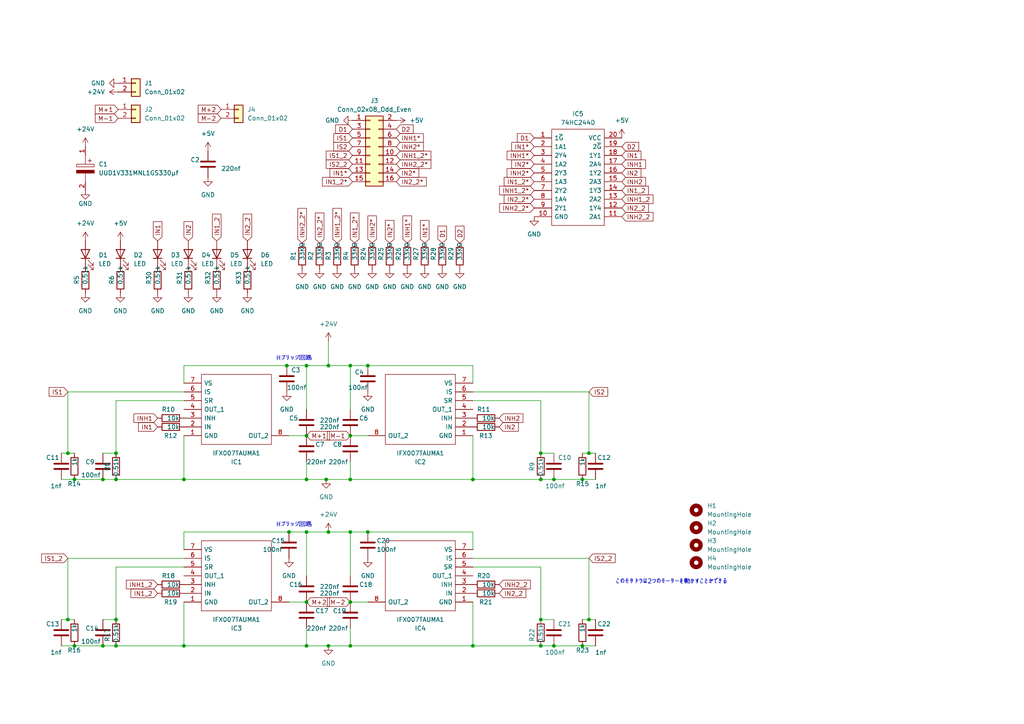
<source format=kicad_sch>
(kicad_sch (version 20230121) (generator eeschema)

  (uuid 4c49ecd6-bbe0-48b0-9ff4-814fc29dcecc)

  (paper "A4")

  (lib_symbols
    (symbol "Connector_Generic:Conn_01x02" (pin_names (offset 1.016) hide) (in_bom yes) (on_board yes)
      (property "Reference" "J" (at 0 2.54 0)
        (effects (font (size 1.27 1.27)))
      )
      (property "Value" "Conn_01x02" (at 0 -5.08 0)
        (effects (font (size 1.27 1.27)))
      )
      (property "Footprint" "" (at 0 0 0)
        (effects (font (size 1.27 1.27)) hide)
      )
      (property "Datasheet" "~" (at 0 0 0)
        (effects (font (size 1.27 1.27)) hide)
      )
      (property "ki_keywords" "connector" (at 0 0 0)
        (effects (font (size 1.27 1.27)) hide)
      )
      (property "ki_description" "Generic connector, single row, 01x02, script generated (kicad-library-utils/schlib/autogen/connector/)" (at 0 0 0)
        (effects (font (size 1.27 1.27)) hide)
      )
      (property "ki_fp_filters" "Connector*:*_1x??_*" (at 0 0 0)
        (effects (font (size 1.27 1.27)) hide)
      )
      (symbol "Conn_01x02_1_1"
        (rectangle (start -1.27 -2.413) (end 0 -2.667)
          (stroke (width 0.1524) (type default))
          (fill (type none))
        )
        (rectangle (start -1.27 0.127) (end 0 -0.127)
          (stroke (width 0.1524) (type default))
          (fill (type none))
        )
        (rectangle (start -1.27 1.27) (end 1.27 -3.81)
          (stroke (width 0.254) (type default))
          (fill (type background))
        )
        (pin passive line (at -5.08 0 0) (length 3.81)
          (name "Pin_1" (effects (font (size 1.27 1.27))))
          (number "1" (effects (font (size 1.27 1.27))))
        )
        (pin passive line (at -5.08 -2.54 0) (length 3.81)
          (name "Pin_2" (effects (font (size 1.27 1.27))))
          (number "2" (effects (font (size 1.27 1.27))))
        )
      )
    )
    (symbol "Connector_Generic:Conn_02x08_Odd_Even" (pin_names (offset 1.016) hide) (in_bom yes) (on_board yes)
      (property "Reference" "J" (at 1.27 10.16 0)
        (effects (font (size 1.27 1.27)))
      )
      (property "Value" "Conn_02x08_Odd_Even" (at 1.27 -12.7 0)
        (effects (font (size 1.27 1.27)))
      )
      (property "Footprint" "" (at 0 0 0)
        (effects (font (size 1.27 1.27)) hide)
      )
      (property "Datasheet" "~" (at 0 0 0)
        (effects (font (size 1.27 1.27)) hide)
      )
      (property "ki_keywords" "connector" (at 0 0 0)
        (effects (font (size 1.27 1.27)) hide)
      )
      (property "ki_description" "Generic connector, double row, 02x08, odd/even pin numbering scheme (row 1 odd numbers, row 2 even numbers), script generated (kicad-library-utils/schlib/autogen/connector/)" (at 0 0 0)
        (effects (font (size 1.27 1.27)) hide)
      )
      (property "ki_fp_filters" "Connector*:*_2x??_*" (at 0 0 0)
        (effects (font (size 1.27 1.27)) hide)
      )
      (symbol "Conn_02x08_Odd_Even_1_1"
        (rectangle (start -1.27 -10.033) (end 0 -10.287)
          (stroke (width 0.1524) (type default))
          (fill (type none))
        )
        (rectangle (start -1.27 -7.493) (end 0 -7.747)
          (stroke (width 0.1524) (type default))
          (fill (type none))
        )
        (rectangle (start -1.27 -4.953) (end 0 -5.207)
          (stroke (width 0.1524) (type default))
          (fill (type none))
        )
        (rectangle (start -1.27 -2.413) (end 0 -2.667)
          (stroke (width 0.1524) (type default))
          (fill (type none))
        )
        (rectangle (start -1.27 0.127) (end 0 -0.127)
          (stroke (width 0.1524) (type default))
          (fill (type none))
        )
        (rectangle (start -1.27 2.667) (end 0 2.413)
          (stroke (width 0.1524) (type default))
          (fill (type none))
        )
        (rectangle (start -1.27 5.207) (end 0 4.953)
          (stroke (width 0.1524) (type default))
          (fill (type none))
        )
        (rectangle (start -1.27 7.747) (end 0 7.493)
          (stroke (width 0.1524) (type default))
          (fill (type none))
        )
        (rectangle (start -1.27 8.89) (end 3.81 -11.43)
          (stroke (width 0.254) (type default))
          (fill (type background))
        )
        (rectangle (start 3.81 -10.033) (end 2.54 -10.287)
          (stroke (width 0.1524) (type default))
          (fill (type none))
        )
        (rectangle (start 3.81 -7.493) (end 2.54 -7.747)
          (stroke (width 0.1524) (type default))
          (fill (type none))
        )
        (rectangle (start 3.81 -4.953) (end 2.54 -5.207)
          (stroke (width 0.1524) (type default))
          (fill (type none))
        )
        (rectangle (start 3.81 -2.413) (end 2.54 -2.667)
          (stroke (width 0.1524) (type default))
          (fill (type none))
        )
        (rectangle (start 3.81 0.127) (end 2.54 -0.127)
          (stroke (width 0.1524) (type default))
          (fill (type none))
        )
        (rectangle (start 3.81 2.667) (end 2.54 2.413)
          (stroke (width 0.1524) (type default))
          (fill (type none))
        )
        (rectangle (start 3.81 5.207) (end 2.54 4.953)
          (stroke (width 0.1524) (type default))
          (fill (type none))
        )
        (rectangle (start 3.81 7.747) (end 2.54 7.493)
          (stroke (width 0.1524) (type default))
          (fill (type none))
        )
        (pin passive line (at -5.08 7.62 0) (length 3.81)
          (name "Pin_1" (effects (font (size 1.27 1.27))))
          (number "1" (effects (font (size 1.27 1.27))))
        )
        (pin passive line (at 7.62 -2.54 180) (length 3.81)
          (name "Pin_10" (effects (font (size 1.27 1.27))))
          (number "10" (effects (font (size 1.27 1.27))))
        )
        (pin passive line (at -5.08 -5.08 0) (length 3.81)
          (name "Pin_11" (effects (font (size 1.27 1.27))))
          (number "11" (effects (font (size 1.27 1.27))))
        )
        (pin passive line (at 7.62 -5.08 180) (length 3.81)
          (name "Pin_12" (effects (font (size 1.27 1.27))))
          (number "12" (effects (font (size 1.27 1.27))))
        )
        (pin passive line (at -5.08 -7.62 0) (length 3.81)
          (name "Pin_13" (effects (font (size 1.27 1.27))))
          (number "13" (effects (font (size 1.27 1.27))))
        )
        (pin passive line (at 7.62 -7.62 180) (length 3.81)
          (name "Pin_14" (effects (font (size 1.27 1.27))))
          (number "14" (effects (font (size 1.27 1.27))))
        )
        (pin passive line (at -5.08 -10.16 0) (length 3.81)
          (name "Pin_15" (effects (font (size 1.27 1.27))))
          (number "15" (effects (font (size 1.27 1.27))))
        )
        (pin passive line (at 7.62 -10.16 180) (length 3.81)
          (name "Pin_16" (effects (font (size 1.27 1.27))))
          (number "16" (effects (font (size 1.27 1.27))))
        )
        (pin passive line (at 7.62 7.62 180) (length 3.81)
          (name "Pin_2" (effects (font (size 1.27 1.27))))
          (number "2" (effects (font (size 1.27 1.27))))
        )
        (pin passive line (at -5.08 5.08 0) (length 3.81)
          (name "Pin_3" (effects (font (size 1.27 1.27))))
          (number "3" (effects (font (size 1.27 1.27))))
        )
        (pin passive line (at 7.62 5.08 180) (length 3.81)
          (name "Pin_4" (effects (font (size 1.27 1.27))))
          (number "4" (effects (font (size 1.27 1.27))))
        )
        (pin passive line (at -5.08 2.54 0) (length 3.81)
          (name "Pin_5" (effects (font (size 1.27 1.27))))
          (number "5" (effects (font (size 1.27 1.27))))
        )
        (pin passive line (at 7.62 2.54 180) (length 3.81)
          (name "Pin_6" (effects (font (size 1.27 1.27))))
          (number "6" (effects (font (size 1.27 1.27))))
        )
        (pin passive line (at -5.08 0 0) (length 3.81)
          (name "Pin_7" (effects (font (size 1.27 1.27))))
          (number "7" (effects (font (size 1.27 1.27))))
        )
        (pin passive line (at 7.62 0 180) (length 3.81)
          (name "Pin_8" (effects (font (size 1.27 1.27))))
          (number "8" (effects (font (size 1.27 1.27))))
        )
        (pin passive line (at -5.08 -2.54 0) (length 3.81)
          (name "Pin_9" (effects (font (size 1.27 1.27))))
          (number "9" (effects (font (size 1.27 1.27))))
        )
      )
    )
    (symbol "Device:C" (pin_numbers hide) (pin_names (offset 0.254)) (in_bom yes) (on_board yes)
      (property "Reference" "C" (at 0.635 2.54 0)
        (effects (font (size 1.27 1.27)) (justify left))
      )
      (property "Value" "C" (at 0.635 -2.54 0)
        (effects (font (size 1.27 1.27)) (justify left))
      )
      (property "Footprint" "" (at 0.9652 -3.81 0)
        (effects (font (size 1.27 1.27)) hide)
      )
      (property "Datasheet" "~" (at 0 0 0)
        (effects (font (size 1.27 1.27)) hide)
      )
      (property "ki_keywords" "cap capacitor" (at 0 0 0)
        (effects (font (size 1.27 1.27)) hide)
      )
      (property "ki_description" "Unpolarized capacitor" (at 0 0 0)
        (effects (font (size 1.27 1.27)) hide)
      )
      (property "ki_fp_filters" "C_*" (at 0 0 0)
        (effects (font (size 1.27 1.27)) hide)
      )
      (symbol "C_0_1"
        (polyline
          (pts
            (xy -2.032 -0.762)
            (xy 2.032 -0.762)
          )
          (stroke (width 0.508) (type default))
          (fill (type none))
        )
        (polyline
          (pts
            (xy -2.032 0.762)
            (xy 2.032 0.762)
          )
          (stroke (width 0.508) (type default))
          (fill (type none))
        )
      )
      (symbol "C_1_1"
        (pin passive line (at 0 3.81 270) (length 2.794)
          (name "~" (effects (font (size 1.27 1.27))))
          (number "1" (effects (font (size 1.27 1.27))))
        )
        (pin passive line (at 0 -3.81 90) (length 2.794)
          (name "~" (effects (font (size 1.27 1.27))))
          (number "2" (effects (font (size 1.27 1.27))))
        )
      )
    )
    (symbol "Device:LED" (pin_numbers hide) (pin_names (offset 1.016) hide) (in_bom yes) (on_board yes)
      (property "Reference" "D" (at 0 2.54 0)
        (effects (font (size 1.27 1.27)))
      )
      (property "Value" "LED" (at 0 -2.54 0)
        (effects (font (size 1.27 1.27)))
      )
      (property "Footprint" "" (at 0 0 0)
        (effects (font (size 1.27 1.27)) hide)
      )
      (property "Datasheet" "~" (at 0 0 0)
        (effects (font (size 1.27 1.27)) hide)
      )
      (property "ki_keywords" "LED diode" (at 0 0 0)
        (effects (font (size 1.27 1.27)) hide)
      )
      (property "ki_description" "Light emitting diode" (at 0 0 0)
        (effects (font (size 1.27 1.27)) hide)
      )
      (property "ki_fp_filters" "LED* LED_SMD:* LED_THT:*" (at 0 0 0)
        (effects (font (size 1.27 1.27)) hide)
      )
      (symbol "LED_0_1"
        (polyline
          (pts
            (xy -1.27 -1.27)
            (xy -1.27 1.27)
          )
          (stroke (width 0.254) (type default))
          (fill (type none))
        )
        (polyline
          (pts
            (xy -1.27 0)
            (xy 1.27 0)
          )
          (stroke (width 0) (type default))
          (fill (type none))
        )
        (polyline
          (pts
            (xy 1.27 -1.27)
            (xy 1.27 1.27)
            (xy -1.27 0)
            (xy 1.27 -1.27)
          )
          (stroke (width 0.254) (type default))
          (fill (type none))
        )
        (polyline
          (pts
            (xy -3.048 -0.762)
            (xy -4.572 -2.286)
            (xy -3.81 -2.286)
            (xy -4.572 -2.286)
            (xy -4.572 -1.524)
          )
          (stroke (width 0) (type default))
          (fill (type none))
        )
        (polyline
          (pts
            (xy -1.778 -0.762)
            (xy -3.302 -2.286)
            (xy -2.54 -2.286)
            (xy -3.302 -2.286)
            (xy -3.302 -1.524)
          )
          (stroke (width 0) (type default))
          (fill (type none))
        )
      )
      (symbol "LED_1_1"
        (pin passive line (at -3.81 0 0) (length 2.54)
          (name "K" (effects (font (size 1.27 1.27))))
          (number "1" (effects (font (size 1.27 1.27))))
        )
        (pin passive line (at 3.81 0 180) (length 2.54)
          (name "A" (effects (font (size 1.27 1.27))))
          (number "2" (effects (font (size 1.27 1.27))))
        )
      )
    )
    (symbol "Device:R" (pin_numbers hide) (pin_names (offset 0)) (in_bom yes) (on_board yes)
      (property "Reference" "R" (at 2.032 0 90)
        (effects (font (size 1.27 1.27)))
      )
      (property "Value" "R" (at 0 0 90)
        (effects (font (size 1.27 1.27)))
      )
      (property "Footprint" "" (at -1.778 0 90)
        (effects (font (size 1.27 1.27)) hide)
      )
      (property "Datasheet" "~" (at 0 0 0)
        (effects (font (size 1.27 1.27)) hide)
      )
      (property "ki_keywords" "R res resistor" (at 0 0 0)
        (effects (font (size 1.27 1.27)) hide)
      )
      (property "ki_description" "Resistor" (at 0 0 0)
        (effects (font (size 1.27 1.27)) hide)
      )
      (property "ki_fp_filters" "R_*" (at 0 0 0)
        (effects (font (size 1.27 1.27)) hide)
      )
      (symbol "R_0_1"
        (rectangle (start -1.016 -2.54) (end 1.016 2.54)
          (stroke (width 0.254) (type default))
          (fill (type none))
        )
      )
      (symbol "R_1_1"
        (pin passive line (at 0 3.81 270) (length 1.27)
          (name "~" (effects (font (size 1.27 1.27))))
          (number "1" (effects (font (size 1.27 1.27))))
        )
        (pin passive line (at 0 -3.81 90) (length 1.27)
          (name "~" (effects (font (size 1.27 1.27))))
          (number "2" (effects (font (size 1.27 1.27))))
        )
      )
    )
    (symbol "Mechanical:MountingHole" (pin_names (offset 1.016)) (in_bom yes) (on_board yes)
      (property "Reference" "H" (at 0 5.08 0)
        (effects (font (size 1.27 1.27)))
      )
      (property "Value" "MountingHole" (at 0 3.175 0)
        (effects (font (size 1.27 1.27)))
      )
      (property "Footprint" "" (at 0 0 0)
        (effects (font (size 1.27 1.27)) hide)
      )
      (property "Datasheet" "~" (at 0 0 0)
        (effects (font (size 1.27 1.27)) hide)
      )
      (property "ki_keywords" "mounting hole" (at 0 0 0)
        (effects (font (size 1.27 1.27)) hide)
      )
      (property "ki_description" "Mounting Hole without connection" (at 0 0 0)
        (effects (font (size 1.27 1.27)) hide)
      )
      (property "ki_fp_filters" "MountingHole*" (at 0 0 0)
        (effects (font (size 1.27 1.27)) hide)
      )
      (symbol "MountingHole_0_1"
        (circle (center 0 0) (radius 1.27)
          (stroke (width 1.27) (type default))
          (fill (type none))
        )
      )
    )
    (symbol "SamacSys_Parts:74HC244D" (pin_names (offset 0.762)) (in_bom yes) (on_board yes)
      (property "Reference" "IC" (at 21.59 7.62 0)
        (effects (font (size 1.27 1.27)) (justify left))
      )
      (property "Value" "74HC244D" (at 21.59 5.08 0)
        (effects (font (size 1.27 1.27)) (justify left))
      )
      (property "Footprint" "SOIC127P1030X250-20N" (at 21.59 2.54 0)
        (effects (font (size 1.27 1.27)) (justify left) hide)
      )
      (property "Datasheet" "https://www.arrow.com/en/products/74hc244d/toshiba" (at 21.59 0 0)
        (effects (font (size 1.27 1.27)) (justify left) hide)
      )
      (property "Description" "Buffer/Line Driver 8-CH Non-Inverting 3-ST CMOS 20-Pin SOIC T/R" (at 21.59 -2.54 0)
        (effects (font (size 1.27 1.27)) (justify left) hide)
      )
      (property "Height" "2.5" (at 21.59 -5.08 0)
        (effects (font (size 1.27 1.27)) (justify left) hide)
      )
      (property "Manufacturer_Name" "Toshiba" (at 21.59 -7.62 0)
        (effects (font (size 1.27 1.27)) (justify left) hide)
      )
      (property "Manufacturer_Part_Number" "74HC244D" (at 21.59 -10.16 0)
        (effects (font (size 1.27 1.27)) (justify left) hide)
      )
      (property "Mouser Part Number" "757-74HC244D" (at 21.59 -12.7 0)
        (effects (font (size 1.27 1.27)) (justify left) hide)
      )
      (property "Mouser Price/Stock" "https://www.mouser.co.uk/ProductDetail/Toshiba/74HC244D?qs=7EBvPakHacWwVm6mPM9mPg%3D%3D" (at 21.59 -15.24 0)
        (effects (font (size 1.27 1.27)) (justify left) hide)
      )
      (property "Arrow Part Number" "74HC244D" (at 21.59 -17.78 0)
        (effects (font (size 1.27 1.27)) (justify left) hide)
      )
      (property "Arrow Price/Stock" "https://www.arrow.com/en/products/74hc244d/toshiba?region=nac" (at 21.59 -20.32 0)
        (effects (font (size 1.27 1.27)) (justify left) hide)
      )
      (property "ki_description" "Buffer/Line Driver 8-CH Non-Inverting 3-ST CMOS 20-Pin SOIC T/R" (at 0 0 0)
        (effects (font (size 1.27 1.27)) hide)
      )
      (symbol "74HC244D_0_0"
        (pin passive line (at 0 0 0) (length 5.08)
          (name "1~{G}" (effects (font (size 1.27 1.27))))
          (number "1" (effects (font (size 1.27 1.27))))
        )
        (pin passive line (at 0 -22.86 0) (length 5.08)
          (name "GND" (effects (font (size 1.27 1.27))))
          (number "10" (effects (font (size 1.27 1.27))))
        )
        (pin passive line (at 25.4 -22.86 180) (length 5.08)
          (name "2A1" (effects (font (size 1.27 1.27))))
          (number "11" (effects (font (size 1.27 1.27))))
        )
        (pin passive line (at 25.4 -20.32 180) (length 5.08)
          (name "1Y4" (effects (font (size 1.27 1.27))))
          (number "12" (effects (font (size 1.27 1.27))))
        )
        (pin passive line (at 25.4 -17.78 180) (length 5.08)
          (name "2A2" (effects (font (size 1.27 1.27))))
          (number "13" (effects (font (size 1.27 1.27))))
        )
        (pin passive line (at 25.4 -15.24 180) (length 5.08)
          (name "1Y3" (effects (font (size 1.27 1.27))))
          (number "14" (effects (font (size 1.27 1.27))))
        )
        (pin passive line (at 25.4 -12.7 180) (length 5.08)
          (name "2A3" (effects (font (size 1.27 1.27))))
          (number "15" (effects (font (size 1.27 1.27))))
        )
        (pin passive line (at 25.4 -10.16 180) (length 5.08)
          (name "1Y2" (effects (font (size 1.27 1.27))))
          (number "16" (effects (font (size 1.27 1.27))))
        )
        (pin passive line (at 25.4 -7.62 180) (length 5.08)
          (name "2A4" (effects (font (size 1.27 1.27))))
          (number "17" (effects (font (size 1.27 1.27))))
        )
        (pin passive line (at 25.4 -5.08 180) (length 5.08)
          (name "1Y1" (effects (font (size 1.27 1.27))))
          (number "18" (effects (font (size 1.27 1.27))))
        )
        (pin passive line (at 25.4 -2.54 180) (length 5.08)
          (name "2~{G}" (effects (font (size 1.27 1.27))))
          (number "19" (effects (font (size 1.27 1.27))))
        )
        (pin passive line (at 0 -2.54 0) (length 5.08)
          (name "1A1" (effects (font (size 1.27 1.27))))
          (number "2" (effects (font (size 1.27 1.27))))
        )
        (pin passive line (at 25.4 0 180) (length 5.08)
          (name "VCC" (effects (font (size 1.27 1.27))))
          (number "20" (effects (font (size 1.27 1.27))))
        )
        (pin passive line (at 0 -5.08 0) (length 5.08)
          (name "2Y4" (effects (font (size 1.27 1.27))))
          (number "3" (effects (font (size 1.27 1.27))))
        )
        (pin passive line (at 0 -7.62 0) (length 5.08)
          (name "1A2" (effects (font (size 1.27 1.27))))
          (number "4" (effects (font (size 1.27 1.27))))
        )
        (pin passive line (at 0 -10.16 0) (length 5.08)
          (name "2Y3" (effects (font (size 1.27 1.27))))
          (number "5" (effects (font (size 1.27 1.27))))
        )
        (pin passive line (at 0 -12.7 0) (length 5.08)
          (name "1A3" (effects (font (size 1.27 1.27))))
          (number "6" (effects (font (size 1.27 1.27))))
        )
        (pin passive line (at 0 -15.24 0) (length 5.08)
          (name "2Y2" (effects (font (size 1.27 1.27))))
          (number "7" (effects (font (size 1.27 1.27))))
        )
        (pin passive line (at 0 -17.78 0) (length 5.08)
          (name "1A4" (effects (font (size 1.27 1.27))))
          (number "8" (effects (font (size 1.27 1.27))))
        )
        (pin passive line (at 0 -20.32 0) (length 5.08)
          (name "2Y1" (effects (font (size 1.27 1.27))))
          (number "9" (effects (font (size 1.27 1.27))))
        )
      )
      (symbol "74HC244D_0_1"
        (polyline
          (pts
            (xy 5.08 2.54)
            (xy 20.32 2.54)
            (xy 20.32 -25.4)
            (xy 5.08 -25.4)
            (xy 5.08 2.54)
          )
          (stroke (width 0.1524) (type solid))
          (fill (type none))
        )
      )
    )
    (symbol "SamacSys_Parts:IFX007TAUMA1" (pin_names (offset 0.762)) (in_bom yes) (on_board yes)
      (property "Reference" "IC" (at 26.67 7.62 0)
        (effects (font (size 1.27 1.27)) (justify left))
      )
      (property "Value" "IFX007TAUMA1" (at 26.67 5.08 0)
        (effects (font (size 1.27 1.27)) (justify left))
      )
      (property "Footprint" "PG-TO263-7-1" (at 26.67 2.54 0)
        (effects (font (size 1.27 1.27)) (justify left) hide)
      )
      (property "Datasheet" "https://www.infineon.com/dgdl/Infineon-IFX007T-DS-v01_00-EN.pdf?fileId=5546d46265f064ff0166433484070b75" (at 26.67 0 0)
        (effects (font (size 1.27 1.27)) (justify left) hide)
      )
      (property "Description" "Gate Drivers" (at 26.67 -2.54 0)
        (effects (font (size 1.27 1.27)) (justify left) hide)
      )
      (property "Height" "" (at 26.67 -5.08 0)
        (effects (font (size 1.27 1.27)) (justify left) hide)
      )
      (property "Manufacturer_Name" "Infineon" (at 26.67 -7.62 0)
        (effects (font (size 1.27 1.27)) (justify left) hide)
      )
      (property "Manufacturer_Part_Number" "IFX007TAUMA1" (at 26.67 -10.16 0)
        (effects (font (size 1.27 1.27)) (justify left) hide)
      )
      (property "Mouser Part Number" "726-IFX007TAUMA1" (at 26.67 -12.7 0)
        (effects (font (size 1.27 1.27)) (justify left) hide)
      )
      (property "Mouser Price/Stock" "https://www.mouser.co.uk/ProductDetail/Infineon-Technologies/IFX007TAUMA1?qs=qSfuJ%252Bfl%2Fd7ZcDPqNlCgmA%3D%3D" (at 26.67 -15.24 0)
        (effects (font (size 1.27 1.27)) (justify left) hide)
      )
      (property "Arrow Part Number" "IFX007TAUMA1" (at 26.67 -17.78 0)
        (effects (font (size 1.27 1.27)) (justify left) hide)
      )
      (property "Arrow Price/Stock" "https://www.arrow.com/en/products/ifx007tauma1/infineon-technologies-ag?region=nac" (at 26.67 -20.32 0)
        (effects (font (size 1.27 1.27)) (justify left) hide)
      )
      (property "ki_description" "Gate Drivers" (at 0 0 0)
        (effects (font (size 1.27 1.27)) hide)
      )
      (symbol "IFX007TAUMA1_0_0"
        (pin passive line (at 0 0 0) (length 5.08)
          (name "GND" (effects (font (size 1.27 1.27))))
          (number "1" (effects (font (size 1.27 1.27))))
        )
        (pin passive line (at 0 -2.54 0) (length 5.08)
          (name "IN" (effects (font (size 1.27 1.27))))
          (number "2" (effects (font (size 1.27 1.27))))
        )
        (pin passive line (at 0 -5.08 0) (length 5.08)
          (name "INH" (effects (font (size 1.27 1.27))))
          (number "3" (effects (font (size 1.27 1.27))))
        )
        (pin passive line (at 0 -7.62 0) (length 5.08)
          (name "OUT_1" (effects (font (size 1.27 1.27))))
          (number "4" (effects (font (size 1.27 1.27))))
        )
        (pin passive line (at 0 -10.16 0) (length 5.08)
          (name "SR" (effects (font (size 1.27 1.27))))
          (number "5" (effects (font (size 1.27 1.27))))
        )
        (pin passive line (at 0 -12.7 0) (length 5.08)
          (name "IS" (effects (font (size 1.27 1.27))))
          (number "6" (effects (font (size 1.27 1.27))))
        )
        (pin passive line (at 0 -15.24 0) (length 5.08)
          (name "VS" (effects (font (size 1.27 1.27))))
          (number "7" (effects (font (size 1.27 1.27))))
        )
        (pin passive line (at 30.48 0 180) (length 5.08)
          (name "OUT_2" (effects (font (size 1.27 1.27))))
          (number "8" (effects (font (size 1.27 1.27))))
        )
      )
      (symbol "IFX007TAUMA1_0_1"
        (polyline
          (pts
            (xy 5.08 2.54)
            (xy 25.4 2.54)
            (xy 25.4 -17.78)
            (xy 5.08 -17.78)
            (xy 5.08 2.54)
          )
          (stroke (width 0.1524) (type solid))
          (fill (type none))
        )
      )
    )
    (symbol "SamacSys_Parts:UUD1V331MNL1GS" (pin_names (offset 0.762)) (in_bom yes) (on_board yes)
      (property "Reference" "C" (at 8.89 6.35 0)
        (effects (font (size 1.27 1.27)) (justify left))
      )
      (property "Value" "UUD1V331MNL1GS" (at 8.89 3.81 0)
        (effects (font (size 1.27 1.27)) (justify left))
      )
      (property "Footprint" "CAPAE1030X1080N" (at 8.89 1.27 0)
        (effects (font (size 1.27 1.27)) (justify left) hide)
      )
      (property "Datasheet" "https://componentsearchengine.com/Datasheets/1/UUD1V331MNL1GS.pdf" (at 8.89 -1.27 0)
        (effects (font (size 1.27 1.27)) (justify left) hide)
      )
      (property "Description" "Al Cap UD series SMT 330uF 35V Nichicon Aluminium Electrolytic Capacitor 330uF 35 V 10mm Surface Mount 5101-4 series UD lifetime 5000h" (at 8.89 -3.81 0)
        (effects (font (size 1.27 1.27)) (justify left) hide)
      )
      (property "Height" "10.8" (at 8.89 -6.35 0)
        (effects (font (size 1.27 1.27)) (justify left) hide)
      )
      (property "Manufacturer_Name" "Nichicon" (at 8.89 -8.89 0)
        (effects (font (size 1.27 1.27)) (justify left) hide)
      )
      (property "Manufacturer_Part_Number" "UUD1V331MNL1GS" (at 8.89 -11.43 0)
        (effects (font (size 1.27 1.27)) (justify left) hide)
      )
      (property "Mouser Part Number" "647-UUD1V331MNL" (at 8.89 -13.97 0)
        (effects (font (size 1.27 1.27)) (justify left) hide)
      )
      (property "Mouser Price/Stock" "https://www.mouser.co.uk/ProductDetail/Nichicon/UUD1V331MNL1GS?qs=P1JMDcb91o43XTK4OXaDVw%3D%3D" (at 8.89 -16.51 0)
        (effects (font (size 1.27 1.27)) (justify left) hide)
      )
      (property "Arrow Part Number" "UUD1V331MNL1GS" (at 8.89 -19.05 0)
        (effects (font (size 1.27 1.27)) (justify left) hide)
      )
      (property "Arrow Price/Stock" "https://www.arrow.com/en/products/uud1v331mnl1gs/nichicon?region=nac" (at 8.89 -21.59 0)
        (effects (font (size 1.27 1.27)) (justify left) hide)
      )
      (property "ki_description" "Al Cap UD series SMT 330uF 35V Nichicon Aluminium Electrolytic Capacitor 330uF 35 V 10mm Surface Mount 5101-4 series UD lifetime 5000h" (at 0 0 0)
        (effects (font (size 1.27 1.27)) hide)
      )
      (symbol "UUD1V331MNL1GS_0_0"
        (pin passive line (at 0 0 0) (length 2.54)
          (name "~" (effects (font (size 1.27 1.27))))
          (number "1" (effects (font (size 1.27 1.27))))
        )
        (pin passive line (at 12.7 0 180) (length 2.54)
          (name "~" (effects (font (size 1.27 1.27))))
          (number "2" (effects (font (size 1.27 1.27))))
        )
      )
      (symbol "UUD1V331MNL1GS_0_1"
        (polyline
          (pts
            (xy 2.54 0)
            (xy 5.08 0)
          )
          (stroke (width 0.1524) (type solid))
          (fill (type none))
        )
        (polyline
          (pts
            (xy 4.064 1.778)
            (xy 4.064 0.762)
          )
          (stroke (width 0.1524) (type solid))
          (fill (type none))
        )
        (polyline
          (pts
            (xy 4.572 1.27)
            (xy 3.556 1.27)
          )
          (stroke (width 0.1524) (type solid))
          (fill (type none))
        )
        (polyline
          (pts
            (xy 7.62 0)
            (xy 10.16 0)
          )
          (stroke (width 0.1524) (type solid))
          (fill (type none))
        )
        (polyline
          (pts
            (xy 5.08 2.54)
            (xy 5.08 -2.54)
            (xy 5.842 -2.54)
            (xy 5.842 2.54)
            (xy 5.08 2.54)
          )
          (stroke (width 0.1524) (type solid))
          (fill (type none))
        )
        (polyline
          (pts
            (xy 7.62 2.54)
            (xy 7.62 -2.54)
            (xy 6.858 -2.54)
            (xy 6.858 2.54)
            (xy 7.62 2.54)
          )
          (stroke (width 0.254) (type solid))
          (fill (type outline))
        )
      )
    )
    (symbol "power:+24V" (power) (pin_names (offset 0)) (in_bom yes) (on_board yes)
      (property "Reference" "#PWR" (at 0 -3.81 0)
        (effects (font (size 1.27 1.27)) hide)
      )
      (property "Value" "+24V" (at 0 3.556 0)
        (effects (font (size 1.27 1.27)))
      )
      (property "Footprint" "" (at 0 0 0)
        (effects (font (size 1.27 1.27)) hide)
      )
      (property "Datasheet" "" (at 0 0 0)
        (effects (font (size 1.27 1.27)) hide)
      )
      (property "ki_keywords" "global power" (at 0 0 0)
        (effects (font (size 1.27 1.27)) hide)
      )
      (property "ki_description" "Power symbol creates a global label with name \"+24V\"" (at 0 0 0)
        (effects (font (size 1.27 1.27)) hide)
      )
      (symbol "+24V_0_1"
        (polyline
          (pts
            (xy -0.762 1.27)
            (xy 0 2.54)
          )
          (stroke (width 0) (type default))
          (fill (type none))
        )
        (polyline
          (pts
            (xy 0 0)
            (xy 0 2.54)
          )
          (stroke (width 0) (type default))
          (fill (type none))
        )
        (polyline
          (pts
            (xy 0 2.54)
            (xy 0.762 1.27)
          )
          (stroke (width 0) (type default))
          (fill (type none))
        )
      )
      (symbol "+24V_1_1"
        (pin power_in line (at 0 0 90) (length 0) hide
          (name "+24V" (effects (font (size 1.27 1.27))))
          (number "1" (effects (font (size 1.27 1.27))))
        )
      )
    )
    (symbol "power:+5V" (power) (pin_names (offset 0)) (in_bom yes) (on_board yes)
      (property "Reference" "#PWR" (at 0 -3.81 0)
        (effects (font (size 1.27 1.27)) hide)
      )
      (property "Value" "+5V" (at 0 3.556 0)
        (effects (font (size 1.27 1.27)))
      )
      (property "Footprint" "" (at 0 0 0)
        (effects (font (size 1.27 1.27)) hide)
      )
      (property "Datasheet" "" (at 0 0 0)
        (effects (font (size 1.27 1.27)) hide)
      )
      (property "ki_keywords" "global power" (at 0 0 0)
        (effects (font (size 1.27 1.27)) hide)
      )
      (property "ki_description" "Power symbol creates a global label with name \"+5V\"" (at 0 0 0)
        (effects (font (size 1.27 1.27)) hide)
      )
      (symbol "+5V_0_1"
        (polyline
          (pts
            (xy -0.762 1.27)
            (xy 0 2.54)
          )
          (stroke (width 0) (type default))
          (fill (type none))
        )
        (polyline
          (pts
            (xy 0 0)
            (xy 0 2.54)
          )
          (stroke (width 0) (type default))
          (fill (type none))
        )
        (polyline
          (pts
            (xy 0 2.54)
            (xy 0.762 1.27)
          )
          (stroke (width 0) (type default))
          (fill (type none))
        )
      )
      (symbol "+5V_1_1"
        (pin power_in line (at 0 0 90) (length 0) hide
          (name "+5V" (effects (font (size 1.27 1.27))))
          (number "1" (effects (font (size 1.27 1.27))))
        )
      )
    )
    (symbol "power:GND" (power) (pin_names (offset 0)) (in_bom yes) (on_board yes)
      (property "Reference" "#PWR" (at 0 -6.35 0)
        (effects (font (size 1.27 1.27)) hide)
      )
      (property "Value" "GND" (at 0 -3.81 0)
        (effects (font (size 1.27 1.27)))
      )
      (property "Footprint" "" (at 0 0 0)
        (effects (font (size 1.27 1.27)) hide)
      )
      (property "Datasheet" "" (at 0 0 0)
        (effects (font (size 1.27 1.27)) hide)
      )
      (property "ki_keywords" "global power" (at 0 0 0)
        (effects (font (size 1.27 1.27)) hide)
      )
      (property "ki_description" "Power symbol creates a global label with name \"GND\" , ground" (at 0 0 0)
        (effects (font (size 1.27 1.27)) hide)
      )
      (symbol "GND_0_1"
        (polyline
          (pts
            (xy 0 0)
            (xy 0 -1.27)
            (xy 1.27 -1.27)
            (xy 0 -2.54)
            (xy -1.27 -1.27)
            (xy 0 -1.27)
          )
          (stroke (width 0) (type default))
          (fill (type none))
        )
      )
      (symbol "GND_1_1"
        (pin power_in line (at 0 0 270) (length 0) hide
          (name "GND" (effects (font (size 1.27 1.27))))
          (number "1" (effects (font (size 1.27 1.27))))
        )
      )
    )
  )

  (junction (at 83.82 154.305) (diameter 0) (color 0 0 0 0)
    (uuid 07796475-3358-4c5c-a888-778a122f659f)
  )
  (junction (at 83.185 106.045) (diameter 0) (color 0 0 0 0)
    (uuid 0ed9077c-5647-4faf-a746-bf461906c44b)
  )
  (junction (at 19.685 131.445) (diameter 0) (color 0 0 0 0)
    (uuid 1dcb3c67-3f2c-4e63-bf94-5dddde491865)
  )
  (junction (at 53.34 139.065) (diameter 0) (color 0 0 0 0)
    (uuid 228a3d85-d45e-4ca3-8b26-a3d9a4a23c93)
  )
  (junction (at 94.615 139.065) (diameter 0) (color 0 0 0 0)
    (uuid 314a05e5-3985-4d6e-aa2f-2c6ae1fe422a)
  )
  (junction (at 21.59 187.325) (diameter 0) (color 0 0 0 0)
    (uuid 432f701f-5d36-4428-b187-e78a4b53f492)
  )
  (junction (at 101.6 187.325) (diameter 0) (color 0 0 0 0)
    (uuid 44494668-f176-4e25-a47b-10e3e491d93c)
  )
  (junction (at 101.6 139.065) (diameter 0) (color 0 0 0 0)
    (uuid 44c4df30-b585-4c5f-adf9-9b4b42291168)
  )
  (junction (at 33.655 187.325) (diameter 0) (color 0 0 0 0)
    (uuid 46c5cfcf-9c92-46cb-be9b-19bae9416d19)
  )
  (junction (at 160.655 187.325) (diameter 0) (color 0 0 0 0)
    (uuid 4acb463b-6b04-492f-8901-d0e95d5c2dee)
  )
  (junction (at 101.6 174.625) (diameter 0) (color 0 0 0 0)
    (uuid 5329c970-ac9f-4d93-9f7d-ad5ebbb8aed9)
  )
  (junction (at 29.845 187.325) (diameter 0) (color 0 0 0 0)
    (uuid 5576a98c-5785-4a64-994a-c5727451d014)
  )
  (junction (at 53.34 187.325) (diameter 0) (color 0 0 0 0)
    (uuid 658b7779-f7af-4789-aae3-113e44e44cfe)
  )
  (junction (at 19.685 179.705) (diameter 0) (color 0 0 0 0)
    (uuid 7a95f22f-c681-4b42-97c3-0c80e4fdc9c9)
  )
  (junction (at 29.845 139.065) (diameter 0) (color 0 0 0 0)
    (uuid 7e5dddbf-c2db-4b07-85a3-fa8d900bbbd9)
  )
  (junction (at 106.68 154.305) (diameter 0) (color 0 0 0 0)
    (uuid 947ec55b-d124-4847-a63c-f978eea89f5d)
  )
  (junction (at 95.25 154.305) (diameter 0) (color 0 0 0 0)
    (uuid 96b7f1b5-16cb-449d-b664-cb2061bc1f72)
  )
  (junction (at 33.655 139.065) (diameter 0) (color 0 0 0 0)
    (uuid 9791b841-badf-49c3-93bb-3ca517ae18e5)
  )
  (junction (at 137.16 187.325) (diameter 0) (color 0 0 0 0)
    (uuid 9a5e7841-f7ce-4963-955b-91c889af172c)
  )
  (junction (at 101.6 154.305) (diameter 0) (color 0 0 0 0)
    (uuid 9e3bbd94-d181-4994-b423-15513e2f04ce)
  )
  (junction (at 156.845 187.325) (diameter 0) (color 0 0 0 0)
    (uuid a3c247df-f120-4577-8512-861a4f7ee9ea)
  )
  (junction (at 88.9 187.325) (diameter 0) (color 0 0 0 0)
    (uuid a4eb881a-4f84-406c-83bd-80955888a526)
  )
  (junction (at 156.845 179.705) (diameter 0) (color 0 0 0 0)
    (uuid a94b584f-60b7-43f8-8879-be1dfdb22df5)
  )
  (junction (at 33.655 131.445) (diameter 0) (color 0 0 0 0)
    (uuid b15aa394-20cb-45f4-888e-7f050d9ab7a2)
  )
  (junction (at 88.9 154.305) (diameter 0) (color 0 0 0 0)
    (uuid b4897ed2-5452-444e-af43-52f9c0006ad3)
  )
  (junction (at 88.9 126.365) (diameter 0) (color 0 0 0 0)
    (uuid bfab959b-a1f1-450e-9270-aea2b1dfe3fa)
  )
  (junction (at 88.9 139.065) (diameter 0) (color 0 0 0 0)
    (uuid c5f377ae-6abc-4642-8722-001b617a7bb2)
  )
  (junction (at 168.91 139.065) (diameter 0) (color 0 0 0 0)
    (uuid c6afdaf0-98b3-474b-9f3a-db49ac6fcb9e)
  )
  (junction (at 33.655 179.705) (diameter 0) (color 0 0 0 0)
    (uuid c7f7a421-d891-4ba8-809c-5b40bb78e3f1)
  )
  (junction (at 95.25 106.045) (diameter 0) (color 0 0 0 0)
    (uuid caf83f72-b1ea-44fb-a680-487d75c18e1b)
  )
  (junction (at 156.845 139.065) (diameter 0) (color 0 0 0 0)
    (uuid cbac8193-8190-4b4b-b2cb-19d8175d0dc6)
  )
  (junction (at 106.68 106.045) (diameter 0) (color 0 0 0 0)
    (uuid cbf1a5fc-cb70-4493-a93c-8359404cf43d)
  )
  (junction (at 160.655 139.065) (diameter 0) (color 0 0 0 0)
    (uuid cbf95e5c-8df5-4406-86c0-c99b7461606e)
  )
  (junction (at 88.9 106.045) (diameter 0) (color 0 0 0 0)
    (uuid d11522e7-bcb4-4ee7-a42c-a9e9679756aa)
  )
  (junction (at 95.25 187.325) (diameter 0) (color 0 0 0 0)
    (uuid d9b9a734-e6d3-4e1f-87e2-37d5874de8a9)
  )
  (junction (at 101.6 106.045) (diameter 0) (color 0 0 0 0)
    (uuid da99f1f5-2da1-43c6-b9ef-7c1a29bf2a51)
  )
  (junction (at 137.16 139.065) (diameter 0) (color 0 0 0 0)
    (uuid df076cca-9598-403c-988b-26bea1c9744a)
  )
  (junction (at 168.91 187.325) (diameter 0) (color 0 0 0 0)
    (uuid e081a5ae-a247-4d4a-9e34-8a91fde93711)
  )
  (junction (at 21.59 139.065) (diameter 0) (color 0 0 0 0)
    (uuid e6d0315c-5ed2-4bf0-9b8d-fc4989afed96)
  )
  (junction (at 101.6 126.365) (diameter 0) (color 0 0 0 0)
    (uuid e9d0aa98-3409-4372-8e04-758186a7fbb7)
  )
  (junction (at 170.815 179.705) (diameter 0) (color 0 0 0 0)
    (uuid f0900cdf-01d0-4491-9f9d-b84aa222e942)
  )
  (junction (at 88.9 174.625) (diameter 0) (color 0 0 0 0)
    (uuid fa0e17fc-26c7-4b40-8e91-e93d5862541e)
  )
  (junction (at 156.845 131.445) (diameter 0) (color 0 0 0 0)
    (uuid fdce0acc-700c-44ec-bcb8-92407829246e)
  )
  (junction (at 170.815 131.445) (diameter 0) (color 0 0 0 0)
    (uuid fdf583f8-af56-476e-95d0-4f8598bedf35)
  )

  (wire (pts (xy 53.34 106.045) (xy 53.34 111.125))
    (stroke (width 0) (type default))
    (uuid 002cf124-022c-4140-b9a0-bec6738e06a2)
  )
  (wire (pts (xy 101.6 133.985) (xy 101.6 139.065))
    (stroke (width 0) (type default))
    (uuid 02fc552e-df23-4f2f-912b-839e49a4955a)
  )
  (wire (pts (xy 33.655 164.465) (xy 33.655 179.705))
    (stroke (width 0) (type default))
    (uuid 08bafc30-8dbc-4613-815c-ac3ce7d07c83)
  )
  (wire (pts (xy 137.16 187.325) (xy 137.16 174.625))
    (stroke (width 0) (type default))
    (uuid 094a821b-1985-48f8-a6bf-8cc420031054)
  )
  (wire (pts (xy 19.685 161.925) (xy 53.34 161.925))
    (stroke (width 0) (type default))
    (uuid 0a7ea018-b894-4e12-ad51-2c3feef4a941)
  )
  (wire (pts (xy 156.845 164.465) (xy 156.845 179.705))
    (stroke (width 0) (type default))
    (uuid 12f3e338-9a5d-4fc8-b15a-86a40c4f0bce)
  )
  (wire (pts (xy 29.845 131.445) (xy 33.655 131.445))
    (stroke (width 0) (type default))
    (uuid 1b1d0219-6051-4a5c-abac-ae019a8d5524)
  )
  (wire (pts (xy 53.34 187.325) (xy 88.9 187.325))
    (stroke (width 0) (type default))
    (uuid 28e1ff2d-e9a6-470b-b91f-ca560f02a5c8)
  )
  (wire (pts (xy 19.685 179.705) (xy 21.59 179.705))
    (stroke (width 0) (type default))
    (uuid 2b02aaae-2009-4176-9432-404ecfa6e941)
  )
  (wire (pts (xy 160.655 179.705) (xy 156.845 179.705))
    (stroke (width 0) (type default))
    (uuid 2f815c6f-bef8-49fc-a38b-b52a0306f2ac)
  )
  (wire (pts (xy 170.815 179.705) (xy 170.815 161.925))
    (stroke (width 0) (type default))
    (uuid 32e80c57-7a48-4193-8059-dfe3d596d20c)
  )
  (wire (pts (xy 101.6 174.625) (xy 106.68 174.625))
    (stroke (width 0) (type default))
    (uuid 38f64785-900b-47ad-a806-e03c6315326f)
  )
  (wire (pts (xy 21.59 187.325) (xy 29.845 187.325))
    (stroke (width 0) (type default))
    (uuid 39e7ac0f-47fa-4156-9155-2ae84fee4edc)
  )
  (wire (pts (xy 94.615 139.065) (xy 101.6 139.065))
    (stroke (width 0) (type default))
    (uuid 3a055ebc-0114-4093-996c-9332aa2c2eb3)
  )
  (wire (pts (xy 33.655 187.325) (xy 53.34 187.325))
    (stroke (width 0) (type default))
    (uuid 3ac6272a-eb0d-4f61-8208-528138d2ab1d)
  )
  (wire (pts (xy 53.34 106.045) (xy 83.185 106.045))
    (stroke (width 0) (type default))
    (uuid 4035378d-35bf-42fa-9ff0-f39a674772ca)
  )
  (wire (pts (xy 160.655 187.325) (xy 168.91 187.325))
    (stroke (width 0) (type default))
    (uuid 457d9085-9c6b-43ce-8b4b-9ba2a5d5c4c4)
  )
  (wire (pts (xy 160.655 187.325) (xy 156.845 187.325))
    (stroke (width 0) (type default))
    (uuid 47858b93-b57b-4549-8e83-f4bd94d85b2d)
  )
  (wire (pts (xy 170.815 131.445) (xy 168.91 131.445))
    (stroke (width 0) (type default))
    (uuid 4c5eb8f7-8352-44d7-b15e-bd67d73f72e8)
  )
  (wire (pts (xy 101.6 106.045) (xy 101.6 118.745))
    (stroke (width 0) (type default))
    (uuid 4c996a8f-e5f3-4cc4-a444-a2cf6540537a)
  )
  (wire (pts (xy 88.9 106.045) (xy 88.9 118.745))
    (stroke (width 0) (type default))
    (uuid 4e023d2c-7697-4aeb-9798-d0e5dda66da2)
  )
  (wire (pts (xy 170.815 161.925) (xy 137.16 161.925))
    (stroke (width 0) (type default))
    (uuid 4ea90445-da5a-4582-b87f-5efe785b32a5)
  )
  (wire (pts (xy 160.655 139.065) (xy 168.91 139.065))
    (stroke (width 0) (type default))
    (uuid 4fa3ae24-d43e-4b86-9fbf-1ed9564c5713)
  )
  (wire (pts (xy 83.82 174.625) (xy 88.9 174.625))
    (stroke (width 0) (type default))
    (uuid 536c3c2c-c422-470b-b93c-ef02be515e14)
  )
  (wire (pts (xy 101.6 154.305) (xy 106.68 154.305))
    (stroke (width 0) (type default))
    (uuid 54c82586-7c3e-4a17-9212-9ccafb6d72ab)
  )
  (wire (pts (xy 101.6 154.305) (xy 101.6 167.005))
    (stroke (width 0) (type default))
    (uuid 550fed65-2120-49ba-9c0a-3306beb82e07)
  )
  (wire (pts (xy 33.655 139.065) (xy 53.34 139.065))
    (stroke (width 0) (type default))
    (uuid 559bb994-360d-43ea-9ce3-2c7a7bd92dfb)
  )
  (wire (pts (xy 172.72 131.445) (xy 170.815 131.445))
    (stroke (width 0) (type default))
    (uuid 55a92801-c4a2-480c-b9e0-1e5bb7570f66)
  )
  (wire (pts (xy 88.9 154.305) (xy 88.9 167.005))
    (stroke (width 0) (type default))
    (uuid 57ff3120-1ab0-4c65-a3fb-989e2a046e25)
  )
  (wire (pts (xy 170.815 113.665) (xy 137.16 113.665))
    (stroke (width 0) (type default))
    (uuid 59c98b43-f770-4f87-aa6d-6bcb3f7a3dbd)
  )
  (wire (pts (xy 88.9 154.305) (xy 95.25 154.305))
    (stroke (width 0) (type default))
    (uuid 61b57a1b-2a06-4222-9c28-7210c48a1493)
  )
  (wire (pts (xy 17.78 179.705) (xy 19.685 179.705))
    (stroke (width 0) (type default))
    (uuid 61e0bc2e-d9b4-41fe-bce5-5d05b5129f47)
  )
  (wire (pts (xy 101.6 187.325) (xy 137.16 187.325))
    (stroke (width 0) (type default))
    (uuid 67c52155-eabd-4501-85e5-4f51b73b6d43)
  )
  (wire (pts (xy 29.845 187.325) (xy 33.655 187.325))
    (stroke (width 0) (type default))
    (uuid 6a76b84b-0775-4094-80fc-a8eed9627a68)
  )
  (wire (pts (xy 156.845 187.325) (xy 137.16 187.325))
    (stroke (width 0) (type default))
    (uuid 6b911a11-1d67-4c4c-9581-d95f20f1cf90)
  )
  (wire (pts (xy 53.34 116.205) (xy 33.655 116.205))
    (stroke (width 0) (type default))
    (uuid 77509b54-925b-4dc5-975d-7986c66b37f5)
  )
  (wire (pts (xy 137.16 139.065) (xy 137.16 126.365))
    (stroke (width 0) (type default))
    (uuid 78d0e809-15e8-4fde-bb6a-3c6d5eadf471)
  )
  (wire (pts (xy 137.16 164.465) (xy 156.845 164.465))
    (stroke (width 0) (type default))
    (uuid 7e77349b-2206-4625-becd-ff0e45b9cac7)
  )
  (wire (pts (xy 106.68 154.305) (xy 137.16 154.305))
    (stroke (width 0) (type default))
    (uuid 8124bb2d-6790-439c-977a-250222ef8cd4)
  )
  (wire (pts (xy 101.6 126.365) (xy 106.68 126.365))
    (stroke (width 0) (type default))
    (uuid 81a678de-d6cf-4ebc-9bdc-e379c8d09331)
  )
  (wire (pts (xy 21.59 139.065) (xy 29.845 139.065))
    (stroke (width 0) (type default))
    (uuid 87da8347-1bf7-4f3b-aa8a-3b75b4b143aa)
  )
  (wire (pts (xy 88.9 187.325) (xy 95.25 187.325))
    (stroke (width 0) (type default))
    (uuid 8818545c-d4c7-4944-ae27-0eddafdbec2b)
  )
  (wire (pts (xy 53.34 139.065) (xy 88.9 139.065))
    (stroke (width 0) (type default))
    (uuid 8c3877fa-06c3-4af4-b203-4409c9126407)
  )
  (wire (pts (xy 53.34 174.625) (xy 53.34 187.325))
    (stroke (width 0) (type default))
    (uuid 8f71d22b-14c5-43bc-81c9-519e9c17f78c)
  )
  (wire (pts (xy 19.685 179.705) (xy 19.685 161.925))
    (stroke (width 0) (type default))
    (uuid 90e537eb-181c-4780-91c7-ec83dbfbfb5a)
  )
  (wire (pts (xy 53.34 164.465) (xy 33.655 164.465))
    (stroke (width 0) (type default))
    (uuid 982c69cc-712d-401e-a1f5-11a9b79111ca)
  )
  (wire (pts (xy 29.845 139.065) (xy 33.655 139.065))
    (stroke (width 0) (type default))
    (uuid 9880f7ad-9384-4b1e-81f3-ea567eb43bec)
  )
  (wire (pts (xy 160.655 139.065) (xy 156.845 139.065))
    (stroke (width 0) (type default))
    (uuid 9ab75acf-c9ba-47f2-930b-c177e3818787)
  )
  (wire (pts (xy 17.78 187.325) (xy 21.59 187.325))
    (stroke (width 0) (type default))
    (uuid 9bb69077-71b4-401a-953d-64f795e25cb1)
  )
  (wire (pts (xy 17.78 139.065) (xy 21.59 139.065))
    (stroke (width 0) (type default))
    (uuid 9f299c99-9226-481c-83d1-319ba4faf02e)
  )
  (wire (pts (xy 53.34 126.365) (xy 53.34 139.065))
    (stroke (width 0) (type default))
    (uuid a13a9dbb-ba8e-4a65-987c-22edb66bb8c9)
  )
  (wire (pts (xy 95.25 187.325) (xy 101.6 187.325))
    (stroke (width 0) (type default))
    (uuid a229023e-c9de-4736-9c34-df7927e47d9f)
  )
  (wire (pts (xy 95.25 106.045) (xy 101.6 106.045))
    (stroke (width 0) (type default))
    (uuid a3356d3a-e9eb-46e6-84f6-a5da56c7e855)
  )
  (wire (pts (xy 137.16 159.385) (xy 137.16 154.305))
    (stroke (width 0) (type default))
    (uuid aa038f23-4548-499e-b617-3d26ce892ff3)
  )
  (wire (pts (xy 88.9 139.065) (xy 94.615 139.065))
    (stroke (width 0) (type default))
    (uuid ac1242ca-67a0-4b3e-9855-2bb900e7b868)
  )
  (wire (pts (xy 106.68 106.045) (xy 137.16 106.045))
    (stroke (width 0) (type default))
    (uuid ac670b4b-4237-4b6d-9582-72fe2e09adf8)
  )
  (wire (pts (xy 17.78 131.445) (xy 19.685 131.445))
    (stroke (width 0) (type default))
    (uuid ae68faf1-e925-4495-bb4f-f33859d375c0)
  )
  (wire (pts (xy 95.25 154.305) (xy 101.6 154.305))
    (stroke (width 0) (type default))
    (uuid aec1d8a8-48b2-409f-92e3-98dc3079ef10)
  )
  (wire (pts (xy 101.6 182.245) (xy 101.6 187.325))
    (stroke (width 0) (type default))
    (uuid af30064e-8450-40ac-b101-eb995f13a8ab)
  )
  (wire (pts (xy 88.9 133.985) (xy 88.9 139.065))
    (stroke (width 0) (type default))
    (uuid b1e231c2-b874-4d37-b8bf-d2ef2f013a6d)
  )
  (wire (pts (xy 29.845 179.705) (xy 33.655 179.705))
    (stroke (width 0) (type default))
    (uuid b41dd0d3-722b-4ffa-a7e1-25add8e71ce8)
  )
  (wire (pts (xy 156.845 139.065) (xy 137.16 139.065))
    (stroke (width 0) (type default))
    (uuid b8c9d24c-67df-440d-9855-1cc713fa54d7)
  )
  (wire (pts (xy 95.25 99.06) (xy 95.25 106.045))
    (stroke (width 0) (type default))
    (uuid b9ffdebd-ffbd-4b5f-bb6c-7dd8b0b15997)
  )
  (wire (pts (xy 53.34 154.305) (xy 83.82 154.305))
    (stroke (width 0) (type default))
    (uuid bbe43085-c5bd-4d27-80e3-6df20c8c0e93)
  )
  (wire (pts (xy 101.6 106.045) (xy 106.68 106.045))
    (stroke (width 0) (type default))
    (uuid bef36ac8-bf06-4dc5-89c9-1fe3d10b10d9)
  )
  (wire (pts (xy 101.6 139.065) (xy 137.16 139.065))
    (stroke (width 0) (type default))
    (uuid c077777c-8753-4ace-aecd-496635f512c8)
  )
  (wire (pts (xy 137.16 116.205) (xy 156.845 116.205))
    (stroke (width 0) (type default))
    (uuid c3887edd-db59-48bc-b654-bac9f7e6da78)
  )
  (wire (pts (xy 83.82 154.305) (xy 88.9 154.305))
    (stroke (width 0) (type default))
    (uuid c4d24b26-e938-401d-bda2-b947aa4799c3)
  )
  (wire (pts (xy 137.16 111.125) (xy 137.16 106.045))
    (stroke (width 0) (type default))
    (uuid c59050fc-cbb3-402b-9884-6a52dbe1a069)
  )
  (wire (pts (xy 172.72 179.705) (xy 170.815 179.705))
    (stroke (width 0) (type default))
    (uuid c68d139f-7015-4956-9d32-a1b99c75631a)
  )
  (wire (pts (xy 19.685 131.445) (xy 19.685 113.665))
    (stroke (width 0) (type default))
    (uuid ce53e28b-ed53-4973-83bc-018d01d38a13)
  )
  (wire (pts (xy 83.82 126.365) (xy 88.9 126.365))
    (stroke (width 0) (type default))
    (uuid d6e87ea3-2d1f-4268-8df2-da570c29b564)
  )
  (wire (pts (xy 19.685 113.665) (xy 53.34 113.665))
    (stroke (width 0) (type default))
    (uuid d86826dc-99c6-43ea-9a30-08bee5be7f29)
  )
  (wire (pts (xy 83.185 106.045) (xy 88.9 106.045))
    (stroke (width 0) (type default))
    (uuid e42b9a79-73a9-405d-8d25-4b378ce0970e)
  )
  (wire (pts (xy 19.685 131.445) (xy 21.59 131.445))
    (stroke (width 0) (type default))
    (uuid e666c515-be36-476d-b16d-72f0a85552e7)
  )
  (wire (pts (xy 160.655 131.445) (xy 156.845 131.445))
    (stroke (width 0) (type default))
    (uuid e7671dd8-221d-43c7-9f30-3fb668e3e798)
  )
  (wire (pts (xy 53.34 154.305) (xy 53.34 159.385))
    (stroke (width 0) (type default))
    (uuid e8528a18-b36f-42d9-8449-bc43ffc4be59)
  )
  (wire (pts (xy 88.9 106.045) (xy 95.25 106.045))
    (stroke (width 0) (type default))
    (uuid e855d797-d4c2-443b-a740-0219bfbcf4a0)
  )
  (wire (pts (xy 172.72 139.065) (xy 168.91 139.065))
    (stroke (width 0) (type default))
    (uuid e9d192ad-1a12-4c29-b903-f2ab396daf3a)
  )
  (wire (pts (xy 156.845 116.205) (xy 156.845 131.445))
    (stroke (width 0) (type default))
    (uuid ed1ec7a8-a45d-4216-b194-a560df0ca722)
  )
  (wire (pts (xy 88.9 182.245) (xy 88.9 187.325))
    (stroke (width 0) (type default))
    (uuid f1dac716-31fb-4574-aa86-70ff5cf5a52e)
  )
  (wire (pts (xy 33.655 116.205) (xy 33.655 131.445))
    (stroke (width 0) (type default))
    (uuid f2b8bf68-7a36-4166-b226-ef32ad2fb6c7)
  )
  (wire (pts (xy 172.72 187.325) (xy 168.91 187.325))
    (stroke (width 0) (type default))
    (uuid f7c1f532-d1a7-4a10-aec8-049f7f7d59b8)
  )
  (wire (pts (xy 170.815 179.705) (xy 168.91 179.705))
    (stroke (width 0) (type default))
    (uuid f984f79d-0de3-41a8-aa2e-11d1e29e3edc)
  )
  (wire (pts (xy 170.815 131.445) (xy 170.815 113.665))
    (stroke (width 0) (type default))
    (uuid fd733369-5a2f-4e20-bf10-89f22a222dfa)
  )

  (text "Hブリッジ回路" (at 80.01 104.775 0)
    (effects (font (size 1.27 1.27)) (justify left bottom))
    (uuid 0d5261d7-29e9-48a3-89e4-dc0b9ddd79bb)
  )
  (text "Hブリッジ回路" (at 80.01 153.035 0)
    (effects (font (size 1.27 1.27)) (justify left bottom))
    (uuid 22e035bf-b734-4a69-9e75-d270102fc4d5)
  )
  (text "このモタドラは2つのモーターを動かすことができる" (at 178.435 169.545 0)
    (effects (font (size 1.27 1.27)) (justify left bottom))
    (uuid ea51cc79-da0b-47cf-bb24-54832226ff2d)
  )

  (global_label "IS1" (shape input) (at 102.235 40.005 180) (fields_autoplaced)
    (effects (font (size 1.27 1.27)) (justify right))
    (uuid 02fa4daa-8323-4153-9153-e4dcd3745b1f)
    (property "Intersheetrefs" "${INTERSHEET_REFS}" (at 96.226 40.005 0)
      (effects (font (size 1.27 1.27)) (justify right) hide)
    )
  )
  (global_label "D1" (shape input) (at 102.235 37.465 180) (fields_autoplaced)
    (effects (font (size 1.27 1.27)) (justify right))
    (uuid 07dec42e-7661-4fe6-8d50-8a27951722d0)
    (property "Intersheetrefs" "${INTERSHEET_REFS}" (at 96.7703 37.465 0)
      (effects (font (size 1.27 1.27)) (justify right) hide)
    )
  )
  (global_label "D2" (shape input) (at 114.935 37.465 0) (fields_autoplaced)
    (effects (font (size 1.27 1.27)) (justify left))
    (uuid 08d8096d-4b8e-4878-b87b-282b8cb5fb49)
    (property "Intersheetrefs" "${INTERSHEET_REFS}" (at 120.3997 37.465 0)
      (effects (font (size 1.27 1.27)) (justify left) hide)
    )
  )
  (global_label "M-1" (shape input) (at 101.6 126.365 180) (fields_autoplaced)
    (effects (font (size 1.27 1.27)) (justify right))
    (uuid 0fbaaf5d-1b4c-4140-9eb0-621e0bc42ff3)
    (property "Intersheetrefs" "${INTERSHEET_REFS}" (at 94.3815 126.365 0)
      (effects (font (size 1.27 1.27)) (justify right) hide)
    )
  )
  (global_label "IN1*" (shape input) (at 102.235 50.165 180) (fields_autoplaced)
    (effects (font (size 1.27 1.27)) (justify right))
    (uuid 129e5876-9810-4c24-824d-49d5e4112362)
    (property "Intersheetrefs" "${INTERSHEET_REFS}" (at 95.1374 50.165 0)
      (effects (font (size 1.27 1.27)) (justify right) hide)
    )
  )
  (global_label "IN2*" (shape input) (at 114.935 50.165 0) (fields_autoplaced)
    (effects (font (size 1.27 1.27)) (justify left))
    (uuid 13949c55-a634-41c0-b9e5-18ddb9979aec)
    (property "Intersheetrefs" "${INTERSHEET_REFS}" (at 122.0326 50.165 0)
      (effects (font (size 1.27 1.27)) (justify left) hide)
    )
  )
  (global_label "IS2_2" (shape input) (at 170.815 161.925 0) (fields_autoplaced)
    (effects (font (size 1.27 1.27)) (justify left))
    (uuid 167c8e4f-b388-4456-bfd3-6b3c7b93fd47)
    (property "Intersheetrefs" "${INTERSHEET_REFS}" (at 179.0011 161.925 0)
      (effects (font (size 1.27 1.27)) (justify left) hide)
    )
  )
  (global_label "IN2_2*" (shape input) (at 92.71 70.485 90) (fields_autoplaced)
    (effects (font (size 1.27 1.27)) (justify left))
    (uuid 17531526-4145-4ac5-a6d8-61456c395a6a)
    (property "Intersheetrefs" "${INTERSHEET_REFS}" (at 92.71 61.2103 90)
      (effects (font (size 1.27 1.27)) (justify left) hide)
    )
  )
  (global_label "INH2" (shape input) (at 180.34 52.705 0) (fields_autoplaced)
    (effects (font (size 1.27 1.27)) (justify left))
    (uuid 1f4a795e-ff08-4eb2-8cfd-b211ffa62595)
    (property "Intersheetrefs" "${INTERSHEET_REFS}" (at 187.8005 52.705 0)
      (effects (font (size 1.27 1.27)) (justify left) hide)
    )
  )
  (global_label "INH2_2" (shape input) (at 180.34 62.865 0) (fields_autoplaced)
    (effects (font (size 1.27 1.27)) (justify left))
    (uuid 266e5823-a625-4f2f-a827-598c6b171fef)
    (property "Intersheetrefs" "${INTERSHEET_REFS}" (at 189.9776 62.865 0)
      (effects (font (size 1.27 1.27)) (justify left) hide)
    )
  )
  (global_label "IN1_2" (shape input) (at 45.72 172.085 180) (fields_autoplaced)
    (effects (font (size 1.27 1.27)) (justify right))
    (uuid 28883a1a-af3b-4dcb-9f67-9d9e5abfd595)
    (property "Intersheetrefs" "${INTERSHEET_REFS}" (at 37.4129 172.085 0)
      (effects (font (size 1.27 1.27)) (justify right) hide)
    )
  )
  (global_label "IN2_2*" (shape input) (at 154.94 57.785 180) (fields_autoplaced)
    (effects (font (size 1.27 1.27)) (justify right))
    (uuid 2bb9ff11-0179-4d6d-aa4e-5ca1a925f41c)
    (property "Intersheetrefs" "${INTERSHEET_REFS}" (at 145.6653 57.785 0)
      (effects (font (size 1.27 1.27)) (justify right) hide)
    )
  )
  (global_label "IN1_2" (shape input) (at 180.34 55.245 0) (fields_autoplaced)
    (effects (font (size 1.27 1.27)) (justify left))
    (uuid 2f324650-c021-4a53-a448-441b5e5e651b)
    (property "Intersheetrefs" "${INTERSHEET_REFS}" (at 188.6471 55.245 0)
      (effects (font (size 1.27 1.27)) (justify left) hide)
    )
  )
  (global_label "IN2" (shape input) (at 180.34 50.165 0) (fields_autoplaced)
    (effects (font (size 1.27 1.27)) (justify left))
    (uuid 32e246e3-c7e8-4a70-9e68-7f5373a0d96f)
    (property "Intersheetrefs" "${INTERSHEET_REFS}" (at 186.47 50.165 0)
      (effects (font (size 1.27 1.27)) (justify left) hide)
    )
  )
  (global_label "INH1_2*" (shape input) (at 114.935 45.085 0) (fields_autoplaced)
    (effects (font (size 1.27 1.27)) (justify left))
    (uuid 3bc940b8-4c5c-4244-a8c6-8bc99cef3857)
    (property "Intersheetrefs" "${INTERSHEET_REFS}" (at 125.5402 45.085 0)
      (effects (font (size 1.27 1.27)) (justify left) hide)
    )
  )
  (global_label "M+1" (shape input) (at 88.9 126.365 0) (fields_autoplaced)
    (effects (font (size 1.27 1.27)) (justify left))
    (uuid 3ceafaf5-b8f9-4d9b-9b51-e4c820f702a5)
    (property "Intersheetrefs" "${INTERSHEET_REFS}" (at 96.1185 126.365 0)
      (effects (font (size 1.27 1.27)) (justify left) hide)
    )
  )
  (global_label "IN2" (shape input) (at 144.78 123.825 0) (fields_autoplaced)
    (effects (font (size 1.27 1.27)) (justify left))
    (uuid 4395ed0a-d6e3-4bd5-98e9-0773896544ac)
    (property "Intersheetrefs" "${INTERSHEET_REFS}" (at 150.91 123.825 0)
      (effects (font (size 1.27 1.27)) (justify left) hide)
    )
  )
  (global_label "IN1_2*" (shape input) (at 154.94 52.705 180) (fields_autoplaced)
    (effects (font (size 1.27 1.27)) (justify right))
    (uuid 450d91be-cb1f-4671-b07c-2055bdeb2abb)
    (property "Intersheetrefs" "${INTERSHEET_REFS}" (at 145.6653 52.705 0)
      (effects (font (size 1.27 1.27)) (justify right) hide)
    )
  )
  (global_label "M+1" (shape input) (at 34.29 31.75 180) (fields_autoplaced)
    (effects (font (size 1.27 1.27)) (justify right))
    (uuid 466f9d48-d406-4a6b-a275-f277a067c3c1)
    (property "Intersheetrefs" "${INTERSHEET_REFS}" (at 27.0715 31.75 0)
      (effects (font (size 1.27 1.27)) (justify right) hide)
    )
  )
  (global_label "INH2" (shape input) (at 144.78 121.285 0) (fields_autoplaced)
    (effects (font (size 1.27 1.27)) (justify left))
    (uuid 4a3c6a27-3a04-4f28-8e44-b2c59442a714)
    (property "Intersheetrefs" "${INTERSHEET_REFS}" (at 152.2405 121.285 0)
      (effects (font (size 1.27 1.27)) (justify left) hide)
    )
  )
  (global_label "INH1" (shape input) (at 45.72 121.285 180) (fields_autoplaced)
    (effects (font (size 1.27 1.27)) (justify right))
    (uuid 4c24eb9c-12ee-44cf-8d58-b3df345c6da6)
    (property "Intersheetrefs" "${INTERSHEET_REFS}" (at 38.2595 121.285 0)
      (effects (font (size 1.27 1.27)) (justify right) hide)
    )
  )
  (global_label "IN2_2*" (shape input) (at 114.935 52.705 0) (fields_autoplaced)
    (effects (font (size 1.27 1.27)) (justify left))
    (uuid 4e68778a-21c3-44de-87c1-b596c82da30d)
    (property "Intersheetrefs" "${INTERSHEET_REFS}" (at 124.2097 52.705 0)
      (effects (font (size 1.27 1.27)) (justify left) hide)
    )
  )
  (global_label "INH2_2*" (shape input) (at 114.935 47.625 0) (fields_autoplaced)
    (effects (font (size 1.27 1.27)) (justify left))
    (uuid 4e8291a2-88ba-46d1-9944-5326bf90ada2)
    (property "Intersheetrefs" "${INTERSHEET_REFS}" (at 125.5402 47.625 0)
      (effects (font (size 1.27 1.27)) (justify left) hide)
    )
  )
  (global_label "IN2_2" (shape input) (at 71.755 69.85 90) (fields_autoplaced)
    (effects (font (size 1.27 1.27)) (justify left))
    (uuid 531fb611-fdf3-4a9e-871d-a10a75aa45e5)
    (property "Intersheetrefs" "${INTERSHEET_REFS}" (at 71.755 61.5429 90)
      (effects (font (size 1.27 1.27)) (justify left) hide)
    )
  )
  (global_label "INH1_2" (shape input) (at 180.34 57.785 0) (fields_autoplaced)
    (effects (font (size 1.27 1.27)) (justify left))
    (uuid 554940d7-83fc-423a-b311-b775fe9a0df3)
    (property "Intersheetrefs" "${INTERSHEET_REFS}" (at 189.9776 57.785 0)
      (effects (font (size 1.27 1.27)) (justify left) hide)
    )
  )
  (global_label "IS1_2" (shape input) (at 102.235 45.085 180) (fields_autoplaced)
    (effects (font (size 1.27 1.27)) (justify right))
    (uuid 57a7daf9-11c6-4a2f-b3b9-bd476da7ae27)
    (property "Intersheetrefs" "${INTERSHEET_REFS}" (at 94.0489 45.085 0)
      (effects (font (size 1.27 1.27)) (justify right) hide)
    )
  )
  (global_label "IN2_2" (shape input) (at 144.78 172.085 0) (fields_autoplaced)
    (effects (font (size 1.27 1.27)) (justify left))
    (uuid 5b276e35-b000-407f-8654-e337951cb07d)
    (property "Intersheetrefs" "${INTERSHEET_REFS}" (at 153.0871 172.085 0)
      (effects (font (size 1.27 1.27)) (justify left) hide)
    )
  )
  (global_label "D2" (shape input) (at 133.35 70.485 90) (fields_autoplaced)
    (effects (font (size 1.27 1.27)) (justify left))
    (uuid 5d38863f-f433-4994-8e5e-9f80e36ffec6)
    (property "Intersheetrefs" "${INTERSHEET_REFS}" (at 133.35 65.0203 90)
      (effects (font (size 1.27 1.27)) (justify left) hide)
    )
  )
  (global_label "IS2" (shape input) (at 102.235 42.545 180) (fields_autoplaced)
    (effects (font (size 1.27 1.27)) (justify right))
    (uuid 5f91fcec-7d77-4685-915d-10935b67c796)
    (property "Intersheetrefs" "${INTERSHEET_REFS}" (at 96.226 42.545 0)
      (effects (font (size 1.27 1.27)) (justify right) hide)
    )
  )
  (global_label "M-2" (shape input) (at 64.135 34.29 180) (fields_autoplaced)
    (effects (font (size 1.27 1.27)) (justify right))
    (uuid 65f0b0ef-05c4-4fec-b045-5815693c379f)
    (property "Intersheetrefs" "${INTERSHEET_REFS}" (at 56.9165 34.29 0)
      (effects (font (size 1.27 1.27)) (justify right) hide)
    )
  )
  (global_label "IN2" (shape input) (at 54.61 69.85 90) (fields_autoplaced)
    (effects (font (size 1.27 1.27)) (justify left))
    (uuid 6c26f611-0465-4dff-bbe9-2dd6fccb73c1)
    (property "Intersheetrefs" "${INTERSHEET_REFS}" (at 54.61 63.72 90)
      (effects (font (size 1.27 1.27)) (justify left) hide)
    )
  )
  (global_label "M-2" (shape input) (at 101.6 174.625 180) (fields_autoplaced)
    (effects (font (size 1.27 1.27)) (justify right))
    (uuid 71740ad1-0845-4bbf-83f6-c45e81e4f9e0)
    (property "Intersheetrefs" "${INTERSHEET_REFS}" (at 94.3815 174.625 0)
      (effects (font (size 1.27 1.27)) (justify right) hide)
    )
  )
  (global_label "M+2" (shape input) (at 88.9 174.625 0) (fields_autoplaced)
    (effects (font (size 1.27 1.27)) (justify left))
    (uuid 75412bed-a03b-4e88-8019-6ad4777fb2d0)
    (property "Intersheetrefs" "${INTERSHEET_REFS}" (at 96.1185 174.625 0)
      (effects (font (size 1.27 1.27)) (justify left) hide)
    )
  )
  (global_label "INH1_2*" (shape input) (at 97.79 70.485 90) (fields_autoplaced)
    (effects (font (size 1.27 1.27)) (justify left))
    (uuid 773e1227-5494-4a2f-b89c-18d8c4aa6711)
    (property "Intersheetrefs" "${INTERSHEET_REFS}" (at 97.79 59.8798 90)
      (effects (font (size 1.27 1.27)) (justify left) hide)
    )
  )
  (global_label "IN2*" (shape input) (at 154.94 47.625 180) (fields_autoplaced)
    (effects (font (size 1.27 1.27)) (justify right))
    (uuid 7b36e91e-0ee4-4cd3-a64e-77c3dd7da033)
    (property "Intersheetrefs" "${INTERSHEET_REFS}" (at 147.8424 47.625 0)
      (effects (font (size 1.27 1.27)) (justify right) hide)
    )
  )
  (global_label "INH1*" (shape input) (at 114.935 40.005 0) (fields_autoplaced)
    (effects (font (size 1.27 1.27)) (justify left))
    (uuid 7ce960e6-ced6-4388-8216-689629c3692e)
    (property "Intersheetrefs" "${INTERSHEET_REFS}" (at 123.3631 40.005 0)
      (effects (font (size 1.27 1.27)) (justify left) hide)
    )
  )
  (global_label "IN1" (shape input) (at 45.72 69.85 90) (fields_autoplaced)
    (effects (font (size 1.27 1.27)) (justify left))
    (uuid 83e7d282-5ce1-4565-b48e-001d29802bee)
    (property "Intersheetrefs" "${INTERSHEET_REFS}" (at 45.72 63.72 90)
      (effects (font (size 1.27 1.27)) (justify left) hide)
    )
  )
  (global_label "IS2" (shape input) (at 170.815 113.665 0) (fields_autoplaced)
    (effects (font (size 1.27 1.27)) (justify left))
    (uuid 8f5ca861-c2aa-4367-8341-feefff85111b)
    (property "Intersheetrefs" "${INTERSHEET_REFS}" (at 176.824 113.665 0)
      (effects (font (size 1.27 1.27)) (justify left) hide)
    )
  )
  (global_label "INH2_2" (shape input) (at 144.78 169.545 0) (fields_autoplaced)
    (effects (font (size 1.27 1.27)) (justify left))
    (uuid 92aa9e34-82e3-4523-b154-f568d9e7fe34)
    (property "Intersheetrefs" "${INTERSHEET_REFS}" (at 154.4176 169.545 0)
      (effects (font (size 1.27 1.27)) (justify left) hide)
    )
  )
  (global_label "D2" (shape input) (at 180.34 42.545 0) (fields_autoplaced)
    (effects (font (size 1.27 1.27)) (justify left))
    (uuid 93299b76-3680-40de-a3f0-00ab3e5c2474)
    (property "Intersheetrefs" "${INTERSHEET_REFS}" (at 185.8047 42.545 0)
      (effects (font (size 1.27 1.27)) (justify left) hide)
    )
  )
  (global_label "INH1" (shape input) (at 180.34 47.625 0) (fields_autoplaced)
    (effects (font (size 1.27 1.27)) (justify left))
    (uuid 936001ac-a113-4f39-941e-ff9727014909)
    (property "Intersheetrefs" "${INTERSHEET_REFS}" (at 187.8005 47.625 0)
      (effects (font (size 1.27 1.27)) (justify left) hide)
    )
  )
  (global_label "IN1" (shape input) (at 180.34 45.085 0) (fields_autoplaced)
    (effects (font (size 1.27 1.27)) (justify left))
    (uuid 94053af6-4a04-473b-923e-14e84e541248)
    (property "Intersheetrefs" "${INTERSHEET_REFS}" (at 186.47 45.085 0)
      (effects (font (size 1.27 1.27)) (justify left) hide)
    )
  )
  (global_label "IS2_2" (shape input) (at 102.235 47.625 180) (fields_autoplaced)
    (effects (font (size 1.27 1.27)) (justify right))
    (uuid 963e7f5e-dee7-4980-a984-242c1dcf5780)
    (property "Intersheetrefs" "${INTERSHEET_REFS}" (at 94.0489 47.625 0)
      (effects (font (size 1.27 1.27)) (justify right) hide)
    )
  )
  (global_label "INH2*" (shape input) (at 107.95 70.485 90) (fields_autoplaced)
    (effects (font (size 1.27 1.27)) (justify left))
    (uuid 96a665d9-650c-4e0f-a0e3-7cd02adf26a5)
    (property "Intersheetrefs" "${INTERSHEET_REFS}" (at 107.95 62.0569 90)
      (effects (font (size 1.27 1.27)) (justify left) hide)
    )
  )
  (global_label "D1" (shape input) (at 154.94 40.005 180) (fields_autoplaced)
    (effects (font (size 1.27 1.27)) (justify right))
    (uuid a134e8c8-42bd-427e-b3cf-746c86cd4446)
    (property "Intersheetrefs" "${INTERSHEET_REFS}" (at 149.4753 40.005 0)
      (effects (font (size 1.27 1.27)) (justify right) hide)
    )
  )
  (global_label "INH1_2*" (shape input) (at 154.94 55.245 180) (fields_autoplaced)
    (effects (font (size 1.27 1.27)) (justify right))
    (uuid a3881edf-ea0d-4c58-80e9-05b37a38414a)
    (property "Intersheetrefs" "${INTERSHEET_REFS}" (at 144.3348 55.245 0)
      (effects (font (size 1.27 1.27)) (justify right) hide)
    )
  )
  (global_label "INH2_2*" (shape input) (at 154.94 60.325 180) (fields_autoplaced)
    (effects (font (size 1.27 1.27)) (justify right))
    (uuid a56af917-258f-47ec-922c-4b3b6e31e101)
    (property "Intersheetrefs" "${INTERSHEET_REFS}" (at 144.3348 60.325 0)
      (effects (font (size 1.27 1.27)) (justify right) hide)
    )
  )
  (global_label "INH2*" (shape input) (at 154.94 50.165 180) (fields_autoplaced)
    (effects (font (size 1.27 1.27)) (justify right))
    (uuid a8f8308d-f15a-44dc-a0f4-a21fc3355fc6)
    (property "Intersheetrefs" "${INTERSHEET_REFS}" (at 146.5119 50.165 0)
      (effects (font (size 1.27 1.27)) (justify right) hide)
    )
  )
  (global_label "IN2_2" (shape input) (at 180.34 60.325 0) (fields_autoplaced)
    (effects (font (size 1.27 1.27)) (justify left))
    (uuid a987e14c-2be5-469f-80d4-76be50556604)
    (property "Intersheetrefs" "${INTERSHEET_REFS}" (at 188.6471 60.325 0)
      (effects (font (size 1.27 1.27)) (justify left) hide)
    )
  )
  (global_label "D1" (shape input) (at 128.27 70.485 90) (fields_autoplaced)
    (effects (font (size 1.27 1.27)) (justify left))
    (uuid aa594c2a-a1d1-424c-bda2-857cfc7c4a29)
    (property "Intersheetrefs" "${INTERSHEET_REFS}" (at 128.27 65.0203 90)
      (effects (font (size 1.27 1.27)) (justify left) hide)
    )
  )
  (global_label "IS1" (shape input) (at 19.685 113.665 180) (fields_autoplaced)
    (effects (font (size 1.27 1.27)) (justify right))
    (uuid aa9747e7-4f08-4e92-83f3-e9b1deba1d09)
    (property "Intersheetrefs" "${INTERSHEET_REFS}" (at 13.676 113.665 0)
      (effects (font (size 1.27 1.27)) (justify right) hide)
    )
  )
  (global_label "INH2*" (shape input) (at 114.935 42.545 0) (fields_autoplaced)
    (effects (font (size 1.27 1.27)) (justify left))
    (uuid ad17d950-571e-447e-951f-ec89a8451f7d)
    (property "Intersheetrefs" "${INTERSHEET_REFS}" (at 123.3631 42.545 0)
      (effects (font (size 1.27 1.27)) (justify left) hide)
    )
  )
  (global_label "INH1_2" (shape input) (at 45.72 169.545 180) (fields_autoplaced)
    (effects (font (size 1.27 1.27)) (justify right))
    (uuid ad92333f-b79a-4585-bd5c-627e902fc21d)
    (property "Intersheetrefs" "${INTERSHEET_REFS}" (at 36.0824 169.545 0)
      (effects (font (size 1.27 1.27)) (justify right) hide)
    )
  )
  (global_label "IN2*" (shape input) (at 113.03 70.485 90) (fields_autoplaced)
    (effects (font (size 1.27 1.27)) (justify left))
    (uuid b0b92e67-bd43-4282-b1ad-6f68214717c6)
    (property "Intersheetrefs" "${INTERSHEET_REFS}" (at 113.03 63.3874 90)
      (effects (font (size 1.27 1.27)) (justify left) hide)
    )
  )
  (global_label "INH1*" (shape input) (at 118.11 70.485 90) (fields_autoplaced)
    (effects (font (size 1.27 1.27)) (justify left))
    (uuid bd602e93-daed-4b42-9c4a-d781b50d5339)
    (property "Intersheetrefs" "${INTERSHEET_REFS}" (at 118.11 62.0569 90)
      (effects (font (size 1.27 1.27)) (justify left) hide)
    )
  )
  (global_label "IN1*" (shape input) (at 154.94 42.545 180) (fields_autoplaced)
    (effects (font (size 1.27 1.27)) (justify right))
    (uuid c164c46d-bd89-4b68-9cc0-625f29000008)
    (property "Intersheetrefs" "${INTERSHEET_REFS}" (at 147.8424 42.545 0)
      (effects (font (size 1.27 1.27)) (justify right) hide)
    )
  )
  (global_label "IN1_2*" (shape input) (at 102.87 70.485 90) (fields_autoplaced)
    (effects (font (size 1.27 1.27)) (justify left))
    (uuid c257c036-20a8-4592-8530-30c79f24ac73)
    (property "Intersheetrefs" "${INTERSHEET_REFS}" (at 102.87 61.2103 90)
      (effects (font (size 1.27 1.27)) (justify left) hide)
    )
  )
  (global_label "IN1*" (shape input) (at 123.19 70.485 90) (fields_autoplaced)
    (effects (font (size 1.27 1.27)) (justify left))
    (uuid ceb3ceb4-bd6b-4a12-b29e-6a13cfed2a8c)
    (property "Intersheetrefs" "${INTERSHEET_REFS}" (at 123.19 63.3874 90)
      (effects (font (size 1.27 1.27)) (justify left) hide)
    )
  )
  (global_label "IN1" (shape input) (at 45.72 123.825 180) (fields_autoplaced)
    (effects (font (size 1.27 1.27)) (justify right))
    (uuid d36ed68c-b025-415f-a1ac-0658415d0676)
    (property "Intersheetrefs" "${INTERSHEET_REFS}" (at 39.59 123.825 0)
      (effects (font (size 1.27 1.27)) (justify right) hide)
    )
  )
  (global_label "INH2_2*" (shape input) (at 87.63 70.485 90) (fields_autoplaced)
    (effects (font (size 1.27 1.27)) (justify left))
    (uuid d69b6fd6-eb33-4ec3-995a-57f31431d7e8)
    (property "Intersheetrefs" "${INTERSHEET_REFS}" (at 87.63 59.8798 90)
      (effects (font (size 1.27 1.27)) (justify left) hide)
    )
  )
  (global_label "INH1*" (shape input) (at 154.94 45.085 180) (fields_autoplaced)
    (effects (font (size 1.27 1.27)) (justify right))
    (uuid d798020e-3c59-4d04-aee8-e72f7997a6db)
    (property "Intersheetrefs" "${INTERSHEET_REFS}" (at 146.5119 45.085 0)
      (effects (font (size 1.27 1.27)) (justify right) hide)
    )
  )
  (global_label "IS1_2" (shape input) (at 19.685 161.925 180) (fields_autoplaced)
    (effects (font (size 1.27 1.27)) (justify right))
    (uuid db104d5f-2174-40cc-8cb6-bea5dacae8ed)
    (property "Intersheetrefs" "${INTERSHEET_REFS}" (at 11.4989 161.925 0)
      (effects (font (size 1.27 1.27)) (justify right) hide)
    )
  )
  (global_label "M-1" (shape input) (at 34.29 34.29 180) (fields_autoplaced)
    (effects (font (size 1.27 1.27)) (justify right))
    (uuid e1fef43c-bc9c-45a0-aee5-20cdf35dcce1)
    (property "Intersheetrefs" "${INTERSHEET_REFS}" (at 27.0715 34.29 0)
      (effects (font (size 1.27 1.27)) (justify right) hide)
    )
  )
  (global_label "IN1_2*" (shape input) (at 102.235 52.705 180) (fields_autoplaced)
    (effects (font (size 1.27 1.27)) (justify right))
    (uuid e463f3aa-9699-4fbf-8c74-95cb53d7dbee)
    (property "Intersheetrefs" "${INTERSHEET_REFS}" (at 92.9603 52.705 0)
      (effects (font (size 1.27 1.27)) (justify right) hide)
    )
  )
  (global_label "M+2" (shape input) (at 64.135 31.75 180) (fields_autoplaced)
    (effects (font (size 1.27 1.27)) (justify right))
    (uuid e87b932f-ce90-49d8-8fd0-bb54499a85ab)
    (property "Intersheetrefs" "${INTERSHEET_REFS}" (at 56.9165 31.75 0)
      (effects (font (size 1.27 1.27)) (justify right) hide)
    )
  )
  (global_label "IN1_2" (shape input) (at 62.865 69.85 90) (fields_autoplaced)
    (effects (font (size 1.27 1.27)) (justify left))
    (uuid eb16b37d-09d4-4c6f-9b87-c99c16a2bcfd)
    (property "Intersheetrefs" "${INTERSHEET_REFS}" (at 62.865 61.5429 90)
      (effects (font (size 1.27 1.27)) (justify left) hide)
    )
  )

  (symbol (lib_id "power:+5V") (at 34.925 69.85 0) (unit 1)
    (in_bom yes) (on_board yes) (dnp no) (fields_autoplaced)
    (uuid 06d545b4-93f9-409b-a5a5-ff6eebac9a60)
    (property "Reference" "#PWR025" (at 34.925 73.66 0)
      (effects (font (size 1.27 1.27)) hide)
    )
    (property "Value" "+5V" (at 34.925 64.77 0)
      (effects (font (size 1.27 1.27)))
    )
    (property "Footprint" "" (at 34.925 69.85 0)
      (effects (font (size 1.27 1.27)) hide)
    )
    (property "Datasheet" "" (at 34.925 69.85 0)
      (effects (font (size 1.27 1.27)) hide)
    )
    (pin "1" (uuid 6c82b302-c8b3-4568-864c-c2dc7449c3b5))
    (instances
      (project "AltairMD_V6"
        (path "/4c49ecd6-bbe0-48b0-9ff4-814fc29dcecc"
          (reference "#PWR025") (unit 1)
        )
      )
    )
  )

  (symbol (lib_id "Device:LED") (at 24.765 73.66 90) (unit 1)
    (in_bom yes) (on_board yes) (dnp no) (fields_autoplaced)
    (uuid 07488fd2-0ea8-49fa-95c3-bc2a51f669a8)
    (property "Reference" "D1" (at 28.575 73.9775 90)
      (effects (font (size 1.27 1.27)) (justify right))
    )
    (property "Value" "LED" (at 28.575 76.5175 90)
      (effects (font (size 1.27 1.27)) (justify right))
    )
    (property "Footprint" "LED_THT:LED_D3.0mm" (at 24.765 73.66 0)
      (effects (font (size 1.27 1.27)) hide)
    )
    (property "Datasheet" "~" (at 24.765 73.66 0)
      (effects (font (size 1.27 1.27)) hide)
    )
    (pin "1" (uuid ca1b69d8-26b8-4428-819b-19cff5d017cc))
    (pin "2" (uuid 32f90c78-28b4-4412-aea0-1a23d94be9aa))
    (instances
      (project "AltairMD_V6"
        (path "/4c49ecd6-bbe0-48b0-9ff4-814fc29dcecc"
          (reference "D1") (unit 1)
        )
      )
    )
  )

  (symbol (lib_id "Device:R") (at 49.53 123.825 90) (mirror x) (unit 1)
    (in_bom yes) (on_board yes) (dnp no)
    (uuid 0a770aa5-f25a-4a08-a343-f027b6eeaad6)
    (property "Reference" "R12" (at 51.435 126.365 90)
      (effects (font (size 1.27 1.27)) (justify left))
    )
    (property "Value" "10k" (at 52.07 123.825 90)
      (effects (font (size 1.27 1.27)) (justify left))
    )
    (property "Footprint" "Capacitor_SMD:C_0603_1608Metric" (at 49.53 122.047 90)
      (effects (font (size 1.27 1.27)) hide)
    )
    (property "Datasheet" "~" (at 49.53 123.825 0)
      (effects (font (size 1.27 1.27)) hide)
    )
    (pin "1" (uuid 411580de-59ab-4394-a847-b8f81f7650dd))
    (pin "2" (uuid 5e001f45-0b65-4090-84d1-ec5d084cae53))
    (instances
      (project "AltairMD_V6"
        (path "/4c49ecd6-bbe0-48b0-9ff4-814fc29dcecc"
          (reference "R12") (unit 1)
        )
      )
    )
  )

  (symbol (lib_id "power:GND") (at 128.27 78.105 0) (unit 1)
    (in_bom yes) (on_board yes) (dnp no) (fields_autoplaced)
    (uuid 0a9aa510-2510-4377-9b47-6e050237b03d)
    (property "Reference" "#PWR013" (at 128.27 84.455 0)
      (effects (font (size 1.27 1.27)) hide)
    )
    (property "Value" "GND" (at 128.27 83.185 0)
      (effects (font (size 1.27 1.27)))
    )
    (property "Footprint" "" (at 128.27 78.105 0)
      (effects (font (size 1.27 1.27)) hide)
    )
    (property "Datasheet" "" (at 128.27 78.105 0)
      (effects (font (size 1.27 1.27)) hide)
    )
    (pin "1" (uuid 1c10bc06-e325-4b08-bb9e-d1323f1d72cd))
    (instances
      (project "AltairMD_V6"
        (path "/4c49ecd6-bbe0-48b0-9ff4-814fc29dcecc"
          (reference "#PWR013") (unit 1)
        )
      )
    )
  )

  (symbol (lib_id "Mechanical:MountingHole") (at 201.93 153.035 0) (unit 1)
    (in_bom yes) (on_board yes) (dnp no) (fields_autoplaced)
    (uuid 0e26d22c-5084-48ea-b050-96dc82d07570)
    (property "Reference" "H2" (at 205.105 151.765 0)
      (effects (font (size 1.27 1.27)) (justify left))
    )
    (property "Value" "MountingHole" (at 205.105 154.305 0)
      (effects (font (size 1.27 1.27)) (justify left))
    )
    (property "Footprint" "MountingHole:MountingHole_3.2mm_M3" (at 201.93 153.035 0)
      (effects (font (size 1.27 1.27)) hide)
    )
    (property "Datasheet" "~" (at 201.93 153.035 0)
      (effects (font (size 1.27 1.27)) hide)
    )
    (instances
      (project "AltairMD_V6"
        (path "/4c49ecd6-bbe0-48b0-9ff4-814fc29dcecc"
          (reference "H2") (unit 1)
        )
      )
    )
  )

  (symbol (lib_id "Device:C") (at 172.72 135.255 0) (mirror y) (unit 1)
    (in_bom yes) (on_board yes) (dnp no)
    (uuid 0ebc5463-1407-44fb-aa23-045c9ded4c95)
    (property "Reference" "C12" (at 177.165 132.715 0)
      (effects (font (size 1.27 1.27)) (justify left))
    )
    (property "Value" "1nf" (at 175.895 140.97 0)
      (effects (font (size 1.27 1.27)) (justify left))
    )
    (property "Footprint" "Capacitor_SMD:C_0603_1608Metric" (at 171.7548 139.065 0)
      (effects (font (size 1.27 1.27)) hide)
    )
    (property "Datasheet" "~" (at 172.72 135.255 0)
      (effects (font (size 1.27 1.27)) hide)
    )
    (pin "1" (uuid a3b7e861-8e53-4129-b44a-c6804aa555ad))
    (pin "2" (uuid aa144687-cae7-455c-92cb-b6f4b2b1ece1))
    (instances
      (project "AltairMD_V6"
        (path "/4c49ecd6-bbe0-48b0-9ff4-814fc29dcecc"
          (reference "C12") (unit 1)
        )
      )
    )
  )

  (symbol (lib_id "Device:R") (at 33.655 135.255 180) (unit 1)
    (in_bom yes) (on_board yes) (dnp no)
    (uuid 0fa43fcb-258c-4fd3-8559-412e7b586cbe)
    (property "Reference" "R8" (at 31.115 133.985 90)
      (effects (font (size 1.27 1.27)) (justify left))
    )
    (property "Value" "0.51k" (at 33.655 132.715 90)
      (effects (font (size 1.27 1.27)) (justify left))
    )
    (property "Footprint" "Capacitor_SMD:C_0603_1608Metric" (at 35.433 135.255 90)
      (effects (font (size 1.27 1.27)) hide)
    )
    (property "Datasheet" "~" (at 33.655 135.255 0)
      (effects (font (size 1.27 1.27)) hide)
    )
    (pin "1" (uuid 1f007f2c-92b6-4773-8ce2-44299c4a13df))
    (pin "2" (uuid 0412a908-00fc-4850-a013-37fc50254d6d))
    (instances
      (project "AltairMD_V6"
        (path "/4c49ecd6-bbe0-48b0-9ff4-814fc29dcecc"
          (reference "R8") (unit 1)
        )
      )
    )
  )

  (symbol (lib_id "Device:C") (at 88.9 178.435 0) (unit 1)
    (in_bom yes) (on_board yes) (dnp no)
    (uuid 10cc44b5-f6f9-4b54-be82-6eef09c17e53)
    (property "Reference" "C17" (at 91.44 177.165 0)
      (effects (font (size 1.27 1.27)) (justify left))
    )
    (property "Value" "220nf" (at 88.9 182.245 0)
      (effects (font (size 1.27 1.27)) (justify left))
    )
    (property "Footprint" "Capacitor_SMD:C_1210_3225Metric" (at 89.8652 182.245 0)
      (effects (font (size 1.27 1.27)) hide)
    )
    (property "Datasheet" "~" (at 88.9 178.435 0)
      (effects (font (size 1.27 1.27)) hide)
    )
    (pin "1" (uuid 12650f17-00a2-40ff-8ace-066f3c9362f4))
    (pin "2" (uuid 08995b79-5556-4a68-9c38-96a004e07540))
    (instances
      (project "AltairMD_V6"
        (path "/4c49ecd6-bbe0-48b0-9ff4-814fc29dcecc"
          (reference "C17") (unit 1)
        )
      )
    )
  )

  (symbol (lib_id "Device:C") (at 101.6 170.815 0) (unit 1)
    (in_bom yes) (on_board yes) (dnp no)
    (uuid 1186833c-aa2c-4d2f-adbf-df40c8e9a273)
    (property "Reference" "C18" (at 104.14 169.545 0)
      (effects (font (size 1.27 1.27)) (justify left))
    )
    (property "Value" "220nf" (at 92.71 170.18 0)
      (effects (font (size 1.27 1.27)) (justify left))
    )
    (property "Footprint" "Capacitor_SMD:C_1210_3225Metric" (at 102.5652 174.625 0)
      (effects (font (size 1.27 1.27)) hide)
    )
    (property "Datasheet" "~" (at 101.6 170.815 0)
      (effects (font (size 1.27 1.27)) hide)
    )
    (pin "1" (uuid e328de1e-e033-47dd-9316-49b0cb17d27a))
    (pin "2" (uuid c0956ee4-47e1-4789-a761-b0af99b38ac4))
    (instances
      (project "AltairMD_V6"
        (path "/4c49ecd6-bbe0-48b0-9ff4-814fc29dcecc"
          (reference "C18") (unit 1)
        )
      )
    )
  )

  (symbol (lib_id "Device:R") (at 21.59 183.515 180) (unit 1)
    (in_bom yes) (on_board yes) (dnp no)
    (uuid 1892fc35-23da-4d96-81d9-c18d9212c12f)
    (property "Reference" "R16" (at 23.495 188.595 0)
      (effects (font (size 1.27 1.27)) (justify left))
    )
    (property "Value" "1k" (at 21.59 180.975 90)
      (effects (font (size 1.27 1.27)) (justify left))
    )
    (property "Footprint" "Capacitor_SMD:C_0603_1608Metric" (at 23.368 183.515 90)
      (effects (font (size 1.27 1.27)) hide)
    )
    (property "Datasheet" "~" (at 21.59 183.515 0)
      (effects (font (size 1.27 1.27)) hide)
    )
    (pin "1" (uuid 4b88367f-a2b9-45b6-8ff9-732aeef7d068))
    (pin "2" (uuid 0bc6adfa-4156-4aac-9106-5232753aedbd))
    (instances
      (project "AltairMD_V6"
        (path "/4c49ecd6-bbe0-48b0-9ff4-814fc29dcecc"
          (reference "R16") (unit 1)
        )
      )
    )
  )

  (symbol (lib_id "Device:C") (at 88.9 122.555 0) (unit 1)
    (in_bom yes) (on_board yes) (dnp no)
    (uuid 189e2d5e-4f02-4840-82c3-d554c4f4a157)
    (property "Reference" "C5" (at 83.82 121.285 0)
      (effects (font (size 1.27 1.27)) (justify left))
    )
    (property "Value" "220nf" (at 92.71 123.825 0)
      (effects (font (size 1.27 1.27)) (justify left))
    )
    (property "Footprint" "Capacitor_SMD:C_1210_3225Metric" (at 89.8652 126.365 0)
      (effects (font (size 1.27 1.27)) hide)
    )
    (property "Datasheet" "~" (at 88.9 122.555 0)
      (effects (font (size 1.27 1.27)) hide)
    )
    (pin "1" (uuid 5a7299d3-e185-4c03-a190-bede7866faa4))
    (pin "2" (uuid f58c7a3d-6312-4d46-8733-09f33fa726f5))
    (instances
      (project "AltairMD_V6"
        (path "/4c49ecd6-bbe0-48b0-9ff4-814fc29dcecc"
          (reference "C5") (unit 1)
        )
      )
    )
  )

  (symbol (lib_id "power:+5V") (at 114.935 34.925 270) (unit 1)
    (in_bom yes) (on_board yes) (dnp no) (fields_autoplaced)
    (uuid 1d8cf27a-5683-4de9-b142-a6152fe7224d)
    (property "Reference" "#PWR015" (at 111.125 34.925 0)
      (effects (font (size 1.27 1.27)) hide)
    )
    (property "Value" "+5V" (at 118.745 34.925 90)
      (effects (font (size 1.27 1.27)) (justify left))
    )
    (property "Footprint" "" (at 114.935 34.925 0)
      (effects (font (size 1.27 1.27)) hide)
    )
    (property "Datasheet" "" (at 114.935 34.925 0)
      (effects (font (size 1.27 1.27)) hide)
    )
    (pin "1" (uuid 1df62d41-d5e9-4617-ac3d-fbd7a8b6b6e8))
    (instances
      (project "AltairMD_V6"
        (path "/4c49ecd6-bbe0-48b0-9ff4-814fc29dcecc"
          (reference "#PWR015") (unit 1)
        )
      )
    )
  )

  (symbol (lib_id "Device:R") (at 140.97 121.285 90) (mirror x) (unit 1)
    (in_bom yes) (on_board yes) (dnp no)
    (uuid 1f42cd40-ad09-43d4-9666-bcd6afde821f)
    (property "Reference" "R11" (at 142.24 118.745 90)
      (effects (font (size 1.27 1.27)) (justify left))
    )
    (property "Value" "10k" (at 143.51 121.285 90)
      (effects (font (size 1.27 1.27)) (justify left))
    )
    (property "Footprint" "Capacitor_SMD:C_0603_1608Metric" (at 140.97 119.507 90)
      (effects (font (size 1.27 1.27)) hide)
    )
    (property "Datasheet" "~" (at 140.97 121.285 0)
      (effects (font (size 1.27 1.27)) hide)
    )
    (pin "1" (uuid 039a3e76-7e39-46cf-9a0d-c93e1066d0e2))
    (pin "2" (uuid eb8b1d3a-6a90-4716-8a1d-b74adc65c0d0))
    (instances
      (project "AltairMD_V6"
        (path "/4c49ecd6-bbe0-48b0-9ff4-814fc29dcecc"
          (reference "R11") (unit 1)
        )
      )
    )
  )

  (symbol (lib_id "Device:R") (at 45.72 81.28 0) (unit 1)
    (in_bom yes) (on_board yes) (dnp no)
    (uuid 2485dfe6-a19f-451c-9585-289e96fa5aba)
    (property "Reference" "R30" (at 43.18 82.55 90)
      (effects (font (size 1.27 1.27)) (justify left))
    )
    (property "Value" "0.51k" (at 45.72 82.55 90)
      (effects (font (size 1.27 1.27)) (justify left))
    )
    (property "Footprint" "Capacitor_SMD:C_0603_1608Metric" (at 43.942 81.28 90)
      (effects (font (size 1.27 1.27)) hide)
    )
    (property "Datasheet" "~" (at 45.72 81.28 0)
      (effects (font (size 1.27 1.27)) hide)
    )
    (pin "1" (uuid 41a50fa4-5c36-40bf-8137-870ad24dabd6))
    (pin "2" (uuid b3c36f8d-5517-49ae-ac4c-341fd5be6122))
    (instances
      (project "AltairMD_V6"
        (path "/4c49ecd6-bbe0-48b0-9ff4-814fc29dcecc"
          (reference "R30") (unit 1)
        )
      )
    )
  )

  (symbol (lib_id "Device:R") (at 21.59 135.255 180) (unit 1)
    (in_bom yes) (on_board yes) (dnp no)
    (uuid 249b150d-deff-45a2-a3aa-25e47bcff054)
    (property "Reference" "R14" (at 23.495 140.335 0)
      (effects (font (size 1.27 1.27)) (justify left))
    )
    (property "Value" "1k" (at 21.59 132.715 90)
      (effects (font (size 1.27 1.27)) (justify left))
    )
    (property "Footprint" "Capacitor_SMD:C_0603_1608Metric" (at 23.368 135.255 90)
      (effects (font (size 1.27 1.27)) hide)
    )
    (property "Datasheet" "~" (at 21.59 135.255 0)
      (effects (font (size 1.27 1.27)) hide)
    )
    (pin "1" (uuid 1b6296a4-c334-40f7-94c2-89a5f4f84334))
    (pin "2" (uuid 1c958b28-fffa-401b-bed0-2518b6e9d806))
    (instances
      (project "AltairMD_V6"
        (path "/4c49ecd6-bbe0-48b0-9ff4-814fc29dcecc"
          (reference "R14") (unit 1)
        )
      )
    )
  )

  (symbol (lib_id "Device:C") (at 106.68 109.855 0) (unit 1)
    (in_bom yes) (on_board yes) (dnp no)
    (uuid 26edeaa3-4c18-46be-a85c-911c1d0ab7bf)
    (property "Reference" "C4" (at 102.87 107.95 0)
      (effects (font (size 1.27 1.27)) (justify left))
    )
    (property "Value" "100nf" (at 100.965 112.395 0)
      (effects (font (size 1.27 1.27)) (justify left))
    )
    (property "Footprint" "Capacitor_SMD:C_0603_1608Metric" (at 107.6452 113.665 0)
      (effects (font (size 1.27 1.27)) hide)
    )
    (property "Datasheet" "~" (at 106.68 109.855 0)
      (effects (font (size 1.27 1.27)) hide)
    )
    (pin "1" (uuid 0e170360-8d0f-416e-87b9-dbb8cb4eddc9))
    (pin "2" (uuid 6b16070f-59af-4f72-b0af-12152f80b0db))
    (instances
      (project "AltairMD_V6"
        (path "/4c49ecd6-bbe0-48b0-9ff4-814fc29dcecc"
          (reference "C4") (unit 1)
        )
      )
    )
  )

  (symbol (lib_id "Device:C") (at 88.9 130.175 0) (unit 1)
    (in_bom yes) (on_board yes) (dnp no)
    (uuid 278ed280-9bc8-4b31-84b3-9dcfa4b34bd4)
    (property "Reference" "C7" (at 91.44 128.905 0)
      (effects (font (size 1.27 1.27)) (justify left))
    )
    (property "Value" "220nf" (at 88.9 133.985 0)
      (effects (font (size 1.27 1.27)) (justify left))
    )
    (property "Footprint" "Capacitor_SMD:C_1210_3225Metric" (at 89.8652 133.985 0)
      (effects (font (size 1.27 1.27)) hide)
    )
    (property "Datasheet" "~" (at 88.9 130.175 0)
      (effects (font (size 1.27 1.27)) hide)
    )
    (pin "1" (uuid 0a16874d-fd73-47d3-9231-00ce318a3067))
    (pin "2" (uuid 8a7c742c-6878-49cd-82f2-c3339fe61124))
    (instances
      (project "AltairMD_V6"
        (path "/4c49ecd6-bbe0-48b0-9ff4-814fc29dcecc"
          (reference "C7") (unit 1)
        )
      )
    )
  )

  (symbol (lib_id "Device:R") (at 49.53 169.545 90) (mirror x) (unit 1)
    (in_bom yes) (on_board yes) (dnp no)
    (uuid 27daed62-74b9-449d-a400-f26ccf22abdb)
    (property "Reference" "R18" (at 50.8 167.005 90)
      (effects (font (size 1.27 1.27)) (justify left))
    )
    (property "Value" "10k" (at 52.07 169.545 90)
      (effects (font (size 1.27 1.27)) (justify left))
    )
    (property "Footprint" "Capacitor_SMD:C_0603_1608Metric" (at 49.53 167.767 90)
      (effects (font (size 1.27 1.27)) hide)
    )
    (property "Datasheet" "~" (at 49.53 169.545 0)
      (effects (font (size 1.27 1.27)) hide)
    )
    (pin "1" (uuid 616b3477-a918-4dd8-9bd6-015dfcab9113))
    (pin "2" (uuid 15267a89-ec52-474b-aa42-e72782d96d91))
    (instances
      (project "AltairMD_V6"
        (path "/4c49ecd6-bbe0-48b0-9ff4-814fc29dcecc"
          (reference "R18") (unit 1)
        )
      )
    )
  )

  (symbol (lib_id "Device:LED") (at 71.755 73.66 90) (unit 1)
    (in_bom yes) (on_board yes) (dnp no) (fields_autoplaced)
    (uuid 28319c4f-e1c9-4a0c-9272-0ae626a4e1f8)
    (property "Reference" "D6" (at 75.565 73.9775 90)
      (effects (font (size 1.27 1.27)) (justify right))
    )
    (property "Value" "LED" (at 75.565 76.5175 90)
      (effects (font (size 1.27 1.27)) (justify right))
    )
    (property "Footprint" "LED_THT:LED_D3.0mm" (at 71.755 73.66 0)
      (effects (font (size 1.27 1.27)) hide)
    )
    (property "Datasheet" "~" (at 71.755 73.66 0)
      (effects (font (size 1.27 1.27)) hide)
    )
    (pin "1" (uuid a19aaf4e-17bb-4028-8e72-70d5cf6d0a61))
    (pin "2" (uuid cecbea08-c958-40d2-90d3-035e6bf9f448))
    (instances
      (project "AltairMD_V6"
        (path "/4c49ecd6-bbe0-48b0-9ff4-814fc29dcecc"
          (reference "D6") (unit 1)
        )
      )
    )
  )

  (symbol (lib_id "Device:R") (at 97.79 74.295 0) (unit 1)
    (in_bom yes) (on_board yes) (dnp no)
    (uuid 2cf3ddbd-7493-430c-b65a-cb4f8f31c9e4)
    (property "Reference" "R3" (at 95.25 75.565 90)
      (effects (font (size 1.27 1.27)) (justify left))
    )
    (property "Value" "33KΩ" (at 97.79 75.565 90)
      (effects (font (size 1.27 1.27)) (justify left))
    )
    (property "Footprint" "Capacitor_SMD:C_0603_1608Metric" (at 96.012 74.295 90)
      (effects (font (size 1.27 1.27)) hide)
    )
    (property "Datasheet" "~" (at 97.79 74.295 0)
      (effects (font (size 1.27 1.27)) hide)
    )
    (pin "1" (uuid d3b8410e-f420-4472-a8a1-c684988f139e))
    (pin "2" (uuid 1a69e313-8013-4fe1-9b80-baa9dce1ec92))
    (instances
      (project "AltairMD_V6"
        (path "/4c49ecd6-bbe0-48b0-9ff4-814fc29dcecc"
          (reference "R3") (unit 1)
        )
      )
    )
  )

  (symbol (lib_id "SamacSys_Parts:IFX007TAUMA1") (at 137.16 174.625 180) (unit 1)
    (in_bom yes) (on_board yes) (dnp no)
    (uuid 2eb14227-5dec-4b68-bac8-4b78bf63c406)
    (property "Reference" "IC4" (at 121.92 182.245 0)
      (effects (font (size 1.27 1.27)))
    )
    (property "Value" "IFX007TAUMA1" (at 121.92 179.705 0)
      (effects (font (size 1.27 1.27)))
    )
    (property "Footprint" "Library:PG-TO263-7-1" (at 110.49 177.165 0)
      (effects (font (size 1.27 1.27)) (justify left) hide)
    )
    (property "Datasheet" "https://www.infineon.com/dgdl/Infineon-IFX007T-DS-v01_00-EN.pdf?fileId=5546d46265f064ff0166433484070b75" (at 110.49 174.625 0)
      (effects (font (size 1.27 1.27)) (justify left) hide)
    )
    (property "Description" "Gate Drivers" (at 110.49 172.085 0)
      (effects (font (size 1.27 1.27)) (justify left) hide)
    )
    (property "Height" "" (at 110.49 169.545 0)
      (effects (font (size 1.27 1.27)) (justify left) hide)
    )
    (property "Manufacturer_Name" "Infineon" (at 110.49 167.005 0)
      (effects (font (size 1.27 1.27)) (justify left) hide)
    )
    (property "Manufacturer_Part_Number" "IFX007TAUMA1" (at 110.49 164.465 0)
      (effects (font (size 1.27 1.27)) (justify left) hide)
    )
    (property "Mouser Part Number" "726-IFX007TAUMA1" (at 110.49 161.925 0)
      (effects (font (size 1.27 1.27)) (justify left) hide)
    )
    (property "Mouser Price/Stock" "https://www.mouser.co.uk/ProductDetail/Infineon-Technologies/IFX007TAUMA1?qs=qSfuJ%252Bfl%2Fd7ZcDPqNlCgmA%3D%3D" (at 110.49 159.385 0)
      (effects (font (size 1.27 1.27)) (justify left) hide)
    )
    (property "Arrow Part Number" "IFX007TAUMA1" (at 110.49 156.845 0)
      (effects (font (size 1.27 1.27)) (justify left) hide)
    )
    (property "Arrow Price/Stock" "https://www.arrow.com/en/products/ifx007tauma1/infineon-technologies-ag?region=nac" (at 110.49 154.305 0)
      (effects (font (size 1.27 1.27)) (justify left) hide)
    )
    (pin "1" (uuid 9df3d054-33a0-46ac-9d08-c78e175f00f9))
    (pin "2" (uuid 42aa4458-08ed-4e51-a99a-2fe9f890628c))
    (pin "3" (uuid 349b3aeb-77f3-4208-944f-23a1f967239f))
    (pin "4" (uuid c60e3f85-bcc9-4492-81bd-574e036797ee))
    (pin "5" (uuid c1c6ff9f-ae23-433b-afc3-f81bbc3b76ef))
    (pin "6" (uuid 2de29560-7b19-419a-8c7d-cb94131e7dd5))
    (pin "7" (uuid a7cd0379-97b8-482a-a72a-dc2320474981))
    (pin "8" (uuid 07165eb8-3f14-4682-9f10-a120f5de8f16))
    (instances
      (project "AltairMD_V6"
        (path "/4c49ecd6-bbe0-48b0-9ff4-814fc29dcecc"
          (reference "IC4") (unit 1)
        )
      )
    )
  )

  (symbol (lib_id "Mechanical:MountingHole") (at 201.93 163.195 0) (unit 1)
    (in_bom yes) (on_board yes) (dnp no) (fields_autoplaced)
    (uuid 2f6442eb-a28f-4ab3-82da-1d4763a5f862)
    (property "Reference" "H4" (at 205.105 161.925 0)
      (effects (font (size 1.27 1.27)) (justify left))
    )
    (property "Value" "MountingHole" (at 205.105 164.465 0)
      (effects (font (size 1.27 1.27)) (justify left))
    )
    (property "Footprint" "MountingHole:MountingHole_3.2mm_M3" (at 201.93 163.195 0)
      (effects (font (size 1.27 1.27)) hide)
    )
    (property "Datasheet" "~" (at 201.93 163.195 0)
      (effects (font (size 1.27 1.27)) hide)
    )
    (instances
      (project "AltairMD_V6"
        (path "/4c49ecd6-bbe0-48b0-9ff4-814fc29dcecc"
          (reference "H4") (unit 1)
        )
      )
    )
  )

  (symbol (lib_id "Device:R") (at 62.865 81.28 0) (unit 1)
    (in_bom yes) (on_board yes) (dnp no)
    (uuid 36ba4f2e-2608-49bb-a054-32e0da8fb292)
    (property "Reference" "R32" (at 60.325 82.55 90)
      (effects (font (size 1.27 1.27)) (justify left))
    )
    (property "Value" "0.51k" (at 62.865 82.55 90)
      (effects (font (size 1.27 1.27)) (justify left))
    )
    (property "Footprint" "Capacitor_SMD:C_0603_1608Metric" (at 61.087 81.28 90)
      (effects (font (size 1.27 1.27)) hide)
    )
    (property "Datasheet" "~" (at 62.865 81.28 0)
      (effects (font (size 1.27 1.27)) hide)
    )
    (pin "1" (uuid 6c9aed37-2072-427e-b330-77459af25c7c))
    (pin "2" (uuid 4639f77a-3b3e-4b61-a850-bace6c978c5b))
    (instances
      (project "AltairMD_V6"
        (path "/4c49ecd6-bbe0-48b0-9ff4-814fc29dcecc"
          (reference "R32") (unit 1)
        )
      )
    )
  )

  (symbol (lib_id "Device:R") (at 156.845 183.515 0) (mirror x) (unit 1)
    (in_bom yes) (on_board yes) (dnp no)
    (uuid 37b456b7-1ffa-400c-aa79-29a44ff2e906)
    (property "Reference" "R22" (at 154.305 182.245 90)
      (effects (font (size 1.27 1.27)) (justify left))
    )
    (property "Value" "0.51k" (at 156.845 180.975 90)
      (effects (font (size 1.27 1.27)) (justify left))
    )
    (property "Footprint" "Capacitor_SMD:C_0603_1608Metric" (at 155.067 183.515 90)
      (effects (font (size 1.27 1.27)) hide)
    )
    (property "Datasheet" "~" (at 156.845 183.515 0)
      (effects (font (size 1.27 1.27)) hide)
    )
    (pin "1" (uuid b63bc7e2-9388-4f6c-b846-8f299fef5459))
    (pin "2" (uuid 010d7630-8aed-4e39-8ee0-163efc70b2b9))
    (instances
      (project "AltairMD_V6"
        (path "/4c49ecd6-bbe0-48b0-9ff4-814fc29dcecc"
          (reference "R22") (unit 1)
        )
      )
    )
  )

  (symbol (lib_id "power:GND") (at 94.615 139.065 0) (unit 1)
    (in_bom yes) (on_board yes) (dnp no) (fields_autoplaced)
    (uuid 38e82776-d3b3-4861-98bf-a817c84c1038)
    (property "Reference" "#PWR06" (at 94.615 145.415 0)
      (effects (font (size 1.27 1.27)) hide)
    )
    (property "Value" "GND" (at 94.615 144.145 0)
      (effects (font (size 1.27 1.27)))
    )
    (property "Footprint" "" (at 94.615 139.065 0)
      (effects (font (size 1.27 1.27)) hide)
    )
    (property "Datasheet" "" (at 94.615 139.065 0)
      (effects (font (size 1.27 1.27)) hide)
    )
    (pin "1" (uuid 31115a0c-ce2c-43dc-9988-b312766b79f2))
    (instances
      (project "AltairMD_V6"
        (path "/4c49ecd6-bbe0-48b0-9ff4-814fc29dcecc"
          (reference "#PWR06") (unit 1)
        )
      )
    )
  )

  (symbol (lib_id "Device:LED") (at 45.72 73.66 90) (unit 1)
    (in_bom yes) (on_board yes) (dnp no) (fields_autoplaced)
    (uuid 3d0e60dc-8639-44a6-84b8-e0c071df854d)
    (property "Reference" "D3" (at 49.53 73.9775 90)
      (effects (font (size 1.27 1.27)) (justify right))
    )
    (property "Value" "LED" (at 49.53 76.5175 90)
      (effects (font (size 1.27 1.27)) (justify right))
    )
    (property "Footprint" "LED_THT:LED_D3.0mm" (at 45.72 73.66 0)
      (effects (font (size 1.27 1.27)) hide)
    )
    (property "Datasheet" "~" (at 45.72 73.66 0)
      (effects (font (size 1.27 1.27)) hide)
    )
    (pin "1" (uuid 2d37c973-c2c2-438c-804d-4c0b60e6144a))
    (pin "2" (uuid 7ccfa00e-15f8-4f7e-9e90-d4e62b2584c4))
    (instances
      (project "AltairMD_V6"
        (path "/4c49ecd6-bbe0-48b0-9ff4-814fc29dcecc"
          (reference "D3") (unit 1)
        )
      )
    )
  )

  (symbol (lib_id "power:+24V") (at 95.25 99.06 0) (mirror y) (unit 1)
    (in_bom yes) (on_board yes) (dnp no) (fields_autoplaced)
    (uuid 40380fb5-a086-47ab-9de3-9b05774d1f55)
    (property "Reference" "#PWR028" (at 95.25 102.87 0)
      (effects (font (size 1.27 1.27)) hide)
    )
    (property "Value" "+24V" (at 95.25 93.98 0)
      (effects (font (size 1.27 1.27)))
    )
    (property "Footprint" "" (at 95.25 99.06 0)
      (effects (font (size 1.27 1.27)) hide)
    )
    (property "Datasheet" "" (at 95.25 99.06 0)
      (effects (font (size 1.27 1.27)) hide)
    )
    (pin "1" (uuid fd399c72-c905-47d5-9811-8f19df9f49e9))
    (instances
      (project "AltairMD_V6"
        (path "/4c49ecd6-bbe0-48b0-9ff4-814fc29dcecc"
          (reference "#PWR028") (unit 1)
        )
      )
    )
  )

  (symbol (lib_id "Device:R") (at 49.53 121.285 90) (mirror x) (unit 1)
    (in_bom yes) (on_board yes) (dnp no)
    (uuid 47de8673-c3dd-42b7-ad71-e19538dc1ebe)
    (property "Reference" "R10" (at 50.8 118.745 90)
      (effects (font (size 1.27 1.27)) (justify left))
    )
    (property "Value" "10k" (at 52.07 121.285 90)
      (effects (font (size 1.27 1.27)) (justify left))
    )
    (property "Footprint" "Capacitor_SMD:C_0603_1608Metric" (at 49.53 119.507 90)
      (effects (font (size 1.27 1.27)) hide)
    )
    (property "Datasheet" "~" (at 49.53 121.285 0)
      (effects (font (size 1.27 1.27)) hide)
    )
    (pin "1" (uuid 7e5242d9-611c-4cc7-bda2-0df763dc90a4))
    (pin "2" (uuid b899bc4e-4cda-479b-b71a-652aa628d8b3))
    (instances
      (project "AltairMD_V6"
        (path "/4c49ecd6-bbe0-48b0-9ff4-814fc29dcecc"
          (reference "R10") (unit 1)
        )
      )
    )
  )

  (symbol (lib_id "Device:C") (at 83.185 109.855 0) (unit 1)
    (in_bom yes) (on_board yes) (dnp no)
    (uuid 4805db00-2d41-4850-bd15-08a076c4c811)
    (property "Reference" "C3" (at 84.455 107.315 0)
      (effects (font (size 1.27 1.27)) (justify left))
    )
    (property "Value" "100nf" (at 83.185 112.395 0)
      (effects (font (size 1.27 1.27)) (justify left))
    )
    (property "Footprint" "Capacitor_SMD:C_0603_1608Metric" (at 84.1502 113.665 0)
      (effects (font (size 1.27 1.27)) hide)
    )
    (property "Datasheet" "~" (at 83.185 109.855 0)
      (effects (font (size 1.27 1.27)) hide)
    )
    (pin "1" (uuid d1574436-6cb4-4f0b-98ab-65f1789ed7a3))
    (pin "2" (uuid 4ca2a58c-78a4-47e0-8eb5-6d316e826bf6))
    (instances
      (project "AltairMD_V6"
        (path "/4c49ecd6-bbe0-48b0-9ff4-814fc29dcecc"
          (reference "C3") (unit 1)
        )
      )
    )
  )

  (symbol (lib_id "Device:R") (at 133.35 74.295 0) (unit 1)
    (in_bom yes) (on_board yes) (dnp no)
    (uuid 4d5dba71-d507-4f54-b680-aa812bd81676)
    (property "Reference" "R29" (at 130.81 75.565 90)
      (effects (font (size 1.27 1.27)) (justify left))
    )
    (property "Value" "33KΩ" (at 133.35 75.565 90)
      (effects (font (size 1.27 1.27)) (justify left))
    )
    (property "Footprint" "Capacitor_SMD:C_0603_1608Metric" (at 131.572 74.295 90)
      (effects (font (size 1.27 1.27)) hide)
    )
    (property "Datasheet" "~" (at 133.35 74.295 0)
      (effects (font (size 1.27 1.27)) hide)
    )
    (pin "1" (uuid 2a7fed88-3323-4c52-9765-fd52feee5d2f))
    (pin "2" (uuid 12dccec2-41e4-4580-b6e1-789e565a60b6))
    (instances
      (project "AltairMD_V6"
        (path "/4c49ecd6-bbe0-48b0-9ff4-814fc29dcecc"
          (reference "R29") (unit 1)
        )
      )
    )
  )

  (symbol (lib_id "SamacSys_Parts:IFX007TAUMA1") (at 137.16 126.365 180) (unit 1)
    (in_bom yes) (on_board yes) (dnp no)
    (uuid 4f0747a4-81a2-4aa0-a461-d1d1b49d4596)
    (property "Reference" "IC2" (at 121.92 133.985 0)
      (effects (font (size 1.27 1.27)))
    )
    (property "Value" "IFX007TAUMA1" (at 121.92 131.445 0)
      (effects (font (size 1.27 1.27)))
    )
    (property "Footprint" "Library:PG-TO263-7-1" (at 110.49 128.905 0)
      (effects (font (size 1.27 1.27)) (justify left) hide)
    )
    (property "Datasheet" "https://www.infineon.com/dgdl/Infineon-IFX007T-DS-v01_00-EN.pdf?fileId=5546d46265f064ff0166433484070b75" (at 110.49 126.365 0)
      (effects (font (size 1.27 1.27)) (justify left) hide)
    )
    (property "Description" "Gate Drivers" (at 110.49 123.825 0)
      (effects (font (size 1.27 1.27)) (justify left) hide)
    )
    (property "Height" "" (at 110.49 121.285 0)
      (effects (font (size 1.27 1.27)) (justify left) hide)
    )
    (property "Manufacturer_Name" "Infineon" (at 110.49 118.745 0)
      (effects (font (size 1.27 1.27)) (justify left) hide)
    )
    (property "Manufacturer_Part_Number" "IFX007TAUMA1" (at 110.49 116.205 0)
      (effects (font (size 1.27 1.27)) (justify left) hide)
    )
    (property "Mouser Part Number" "726-IFX007TAUMA1" (at 110.49 113.665 0)
      (effects (font (size 1.27 1.27)) (justify left) hide)
    )
    (property "Mouser Price/Stock" "https://www.mouser.co.uk/ProductDetail/Infineon-Technologies/IFX007TAUMA1?qs=qSfuJ%252Bfl%2Fd7ZcDPqNlCgmA%3D%3D" (at 110.49 111.125 0)
      (effects (font (size 1.27 1.27)) (justify left) hide)
    )
    (property "Arrow Part Number" "IFX007TAUMA1" (at 110.49 108.585 0)
      (effects (font (size 1.27 1.27)) (justify left) hide)
    )
    (property "Arrow Price/Stock" "https://www.arrow.com/en/products/ifx007tauma1/infineon-technologies-ag?region=nac" (at 110.49 106.045 0)
      (effects (font (size 1.27 1.27)) (justify left) hide)
    )
    (pin "1" (uuid b6a96067-554d-4c3c-aaf4-253be4970b00))
    (pin "2" (uuid 78a8bc11-37be-4162-82c0-6708b3302763))
    (pin "3" (uuid 01ae2f9a-c437-4979-9b22-37242a58cd87))
    (pin "4" (uuid 98b869b5-de35-4fba-82b3-5aa1521c9a84))
    (pin "5" (uuid d17ad2bc-ce78-4fb6-b450-abe1a0bc1c05))
    (pin "6" (uuid 2b12a027-b1a5-429d-9055-1529ef31ec81))
    (pin "7" (uuid 2dea3570-055b-41a6-86c2-e50814b65fcc))
    (pin "8" (uuid adfbe817-9bb1-48ff-9930-85759dc10b4e))
    (instances
      (project "AltairMD_V6"
        (path "/4c49ecd6-bbe0-48b0-9ff4-814fc29dcecc"
          (reference "IC2") (unit 1)
        )
      )
    )
  )

  (symbol (lib_id "power:GND") (at 113.03 78.105 0) (unit 1)
    (in_bom yes) (on_board yes) (dnp no) (fields_autoplaced)
    (uuid 5888ef5f-c4d0-4311-a55f-e64d9b720acf)
    (property "Reference" "#PWR021" (at 113.03 84.455 0)
      (effects (font (size 1.27 1.27)) hide)
    )
    (property "Value" "GND" (at 113.03 83.185 0)
      (effects (font (size 1.27 1.27)))
    )
    (property "Footprint" "" (at 113.03 78.105 0)
      (effects (font (size 1.27 1.27)) hide)
    )
    (property "Datasheet" "" (at 113.03 78.105 0)
      (effects (font (size 1.27 1.27)) hide)
    )
    (pin "1" (uuid bc807c82-6630-42b4-aa1e-39b076d1dfaf))
    (instances
      (project "AltairMD_V6"
        (path "/4c49ecd6-bbe0-48b0-9ff4-814fc29dcecc"
          (reference "#PWR021") (unit 1)
        )
      )
    )
  )

  (symbol (lib_id "Device:R") (at 140.97 169.545 90) (mirror x) (unit 1)
    (in_bom yes) (on_board yes) (dnp no)
    (uuid 59a694c5-263f-472b-9adf-b4526f0b96dc)
    (property "Reference" "R20" (at 142.24 167.005 90)
      (effects (font (size 1.27 1.27)) (justify left))
    )
    (property "Value" "10k" (at 143.51 169.545 90)
      (effects (font (size 1.27 1.27)) (justify left))
    )
    (property "Footprint" "Capacitor_SMD:C_0603_1608Metric" (at 140.97 167.767 90)
      (effects (font (size 1.27 1.27)) hide)
    )
    (property "Datasheet" "~" (at 140.97 169.545 0)
      (effects (font (size 1.27 1.27)) hide)
    )
    (pin "1" (uuid 24cada02-c10f-44c7-aef8-6d5a09c0a288))
    (pin "2" (uuid e3edecd4-bfbc-4a2d-b7cd-8c1001417bb5))
    (instances
      (project "AltairMD_V6"
        (path "/4c49ecd6-bbe0-48b0-9ff4-814fc29dcecc"
          (reference "R20") (unit 1)
        )
      )
    )
  )

  (symbol (lib_id "power:GND") (at 54.61 85.09 0) (unit 1)
    (in_bom yes) (on_board yes) (dnp no) (fields_autoplaced)
    (uuid 5b681310-6de0-4d7f-803e-a647eabb65b2)
    (property "Reference" "#PWR036" (at 54.61 91.44 0)
      (effects (font (size 1.27 1.27)) hide)
    )
    (property "Value" "GND" (at 54.61 90.17 0)
      (effects (font (size 1.27 1.27)))
    )
    (property "Footprint" "" (at 54.61 85.09 0)
      (effects (font (size 1.27 1.27)) hide)
    )
    (property "Datasheet" "" (at 54.61 85.09 0)
      (effects (font (size 1.27 1.27)) hide)
    )
    (pin "1" (uuid 806c0ddb-7a79-42b6-ad93-ea21f186f4d4))
    (instances
      (project "AltairMD_V6"
        (path "/4c49ecd6-bbe0-48b0-9ff4-814fc29dcecc"
          (reference "#PWR036") (unit 1)
        )
      )
    )
  )

  (symbol (lib_id "Device:C") (at 172.72 183.515 0) (mirror y) (unit 1)
    (in_bom yes) (on_board yes) (dnp no)
    (uuid 5c1e2809-4249-4240-ab52-eb3b4c7c7372)
    (property "Reference" "C22" (at 177.165 180.975 0)
      (effects (font (size 1.27 1.27)) (justify left))
    )
    (property "Value" "1nf" (at 175.895 189.23 0)
      (effects (font (size 1.27 1.27)) (justify left))
    )
    (property "Footprint" "Capacitor_SMD:C_0603_1608Metric" (at 171.7548 187.325 0)
      (effects (font (size 1.27 1.27)) hide)
    )
    (property "Datasheet" "~" (at 172.72 183.515 0)
      (effects (font (size 1.27 1.27)) hide)
    )
    (pin "1" (uuid 6d1d6f3c-0597-4b14-a3fe-37e16bf8cea1))
    (pin "2" (uuid 77c24955-d4e7-4434-bd65-a06bb5b30d53))
    (instances
      (project "AltairMD_V6"
        (path "/4c49ecd6-bbe0-48b0-9ff4-814fc29dcecc"
          (reference "C22") (unit 1)
        )
      )
    )
  )

  (symbol (lib_id "Device:C") (at 60.325 47.625 0) (unit 1)
    (in_bom yes) (on_board yes) (dnp no)
    (uuid 5f949dbf-1b1e-4879-a32b-7924618ec053)
    (property "Reference" "C2" (at 55.245 46.355 0)
      (effects (font (size 1.27 1.27)) (justify left))
    )
    (property "Value" "220nf" (at 64.135 48.895 0)
      (effects (font (size 1.27 1.27)) (justify left))
    )
    (property "Footprint" "Capacitor_SMD:C_1210_3225Metric" (at 61.2902 51.435 0)
      (effects (font (size 1.27 1.27)) hide)
    )
    (property "Datasheet" "~" (at 60.325 47.625 0)
      (effects (font (size 1.27 1.27)) hide)
    )
    (pin "1" (uuid c47726c9-2975-46a6-8011-e38c4b3754b0))
    (pin "2" (uuid e0b888e4-5bd3-48c1-a6fe-7b936cbc2c71))
    (instances
      (project "AltairMD_V6"
        (path "/4c49ecd6-bbe0-48b0-9ff4-814fc29dcecc"
          (reference "C2") (unit 1)
        )
      )
    )
  )

  (symbol (lib_id "SamacSys_Parts:IFX007TAUMA1") (at 53.34 174.625 0) (mirror x) (unit 1)
    (in_bom yes) (on_board yes) (dnp no)
    (uuid 67185acd-fb67-4e82-a108-9e1f79b2e0da)
    (property "Reference" "IC3" (at 68.58 182.245 0)
      (effects (font (size 1.27 1.27)))
    )
    (property "Value" "IFX007TAUMA1" (at 68.58 179.705 0)
      (effects (font (size 1.27 1.27)))
    )
    (property "Footprint" "Library:PG-TO263-7-1" (at 80.01 177.165 0)
      (effects (font (size 1.27 1.27)) (justify left) hide)
    )
    (property "Datasheet" "https://www.infineon.com/dgdl/Infineon-IFX007T-DS-v01_00-EN.pdf?fileId=5546d46265f064ff0166433484070b75" (at 80.01 174.625 0)
      (effects (font (size 1.27 1.27)) (justify left) hide)
    )
    (property "Description" "Gate Drivers" (at 80.01 172.085 0)
      (effects (font (size 1.27 1.27)) (justify left) hide)
    )
    (property "Height" "" (at 80.01 169.545 0)
      (effects (font (size 1.27 1.27)) (justify left) hide)
    )
    (property "Manufacturer_Name" "Infineon" (at 80.01 167.005 0)
      (effects (font (size 1.27 1.27)) (justify left) hide)
    )
    (property "Manufacturer_Part_Number" "IFX007TAUMA1" (at 80.01 164.465 0)
      (effects (font (size 1.27 1.27)) (justify left) hide)
    )
    (property "Mouser Part Number" "726-IFX007TAUMA1" (at 80.01 161.925 0)
      (effects (font (size 1.27 1.27)) (justify left) hide)
    )
    (property "Mouser Price/Stock" "https://www.mouser.co.uk/ProductDetail/Infineon-Technologies/IFX007TAUMA1?qs=qSfuJ%252Bfl%2Fd7ZcDPqNlCgmA%3D%3D" (at 80.01 159.385 0)
      (effects (font (size 1.27 1.27)) (justify left) hide)
    )
    (property "Arrow Part Number" "IFX007TAUMA1" (at 80.01 156.845 0)
      (effects (font (size 1.27 1.27)) (justify left) hide)
    )
    (property "Arrow Price/Stock" "https://www.arrow.com/en/products/ifx007tauma1/infineon-technologies-ag?region=nac" (at 80.01 154.305 0)
      (effects (font (size 1.27 1.27)) (justify left) hide)
    )
    (pin "1" (uuid 8018d3ee-933f-4564-8afe-519bef47d07d))
    (pin "2" (uuid 9b21ea72-887c-479d-8b9b-1f5ba4901e19))
    (pin "3" (uuid fd9d8f38-9277-403e-af4c-b27d51aca9b9))
    (pin "4" (uuid 4ee98a46-7983-484a-ba98-0e930021c915))
    (pin "5" (uuid c2bb9f08-5103-4469-b64a-e96c6254ec5e))
    (pin "6" (uuid 7c6052d7-96a2-447b-867f-039a3e40adfe))
    (pin "7" (uuid 54d161b0-f6e5-4026-a8d3-76fb05de257d))
    (pin "8" (uuid a3f210e2-9958-4b9c-b048-89bdd005659e))
    (instances
      (project "AltairMD_V6"
        (path "/4c49ecd6-bbe0-48b0-9ff4-814fc29dcecc"
          (reference "IC3") (unit 1)
        )
      )
    )
  )

  (symbol (lib_id "Device:C") (at 17.78 183.515 0) (unit 1)
    (in_bom yes) (on_board yes) (dnp no)
    (uuid 6905039e-fb16-4316-9eb6-32b1fb83a212)
    (property "Reference" "C13" (at 13.335 180.975 0)
      (effects (font (size 1.27 1.27)) (justify left))
    )
    (property "Value" "1nf" (at 14.605 189.23 0)
      (effects (font (size 1.27 1.27)) (justify left))
    )
    (property "Footprint" "Capacitor_SMD:C_0603_1608Metric" (at 18.7452 187.325 0)
      (effects (font (size 1.27 1.27)) hide)
    )
    (property "Datasheet" "~" (at 17.78 183.515 0)
      (effects (font (size 1.27 1.27)) hide)
    )
    (pin "1" (uuid e44bee79-bfc8-4604-a2ad-a7d1a93cfd13))
    (pin "2" (uuid cb6669a9-02b8-4904-850e-50a6494586cb))
    (instances
      (project "AltairMD_V6"
        (path "/4c49ecd6-bbe0-48b0-9ff4-814fc29dcecc"
          (reference "C13") (unit 1)
        )
      )
    )
  )

  (symbol (lib_id "Device:R") (at 49.53 172.085 90) (mirror x) (unit 1)
    (in_bom yes) (on_board yes) (dnp no)
    (uuid 70c09334-da48-4a66-a087-45ae7ed03b20)
    (property "Reference" "R19" (at 51.435 174.625 90)
      (effects (font (size 1.27 1.27)) (justify left))
    )
    (property "Value" "10k" (at 52.07 172.085 90)
      (effects (font (size 1.27 1.27)) (justify left))
    )
    (property "Footprint" "Capacitor_SMD:C_0603_1608Metric" (at 49.53 170.307 90)
      (effects (font (size 1.27 1.27)) hide)
    )
    (property "Datasheet" "~" (at 49.53 172.085 0)
      (effects (font (size 1.27 1.27)) hide)
    )
    (pin "1" (uuid debfcfa0-d8c8-4cb7-81e7-c633ca2ce4ce))
    (pin "2" (uuid 81dd6403-b1ee-424b-b14b-76c0d30b92fb))
    (instances
      (project "AltairMD_V6"
        (path "/4c49ecd6-bbe0-48b0-9ff4-814fc29dcecc"
          (reference "R19") (unit 1)
        )
      )
    )
  )

  (symbol (lib_id "Device:C") (at 17.78 135.255 0) (unit 1)
    (in_bom yes) (on_board yes) (dnp no)
    (uuid 710c9bc6-3f7d-4663-908e-c25364fc0212)
    (property "Reference" "C11" (at 13.335 132.715 0)
      (effects (font (size 1.27 1.27)) (justify left))
    )
    (property "Value" "1nf" (at 14.605 140.97 0)
      (effects (font (size 1.27 1.27)) (justify left))
    )
    (property "Footprint" "Capacitor_SMD:C_0603_1608Metric" (at 18.7452 139.065 0)
      (effects (font (size 1.27 1.27)) hide)
    )
    (property "Datasheet" "~" (at 17.78 135.255 0)
      (effects (font (size 1.27 1.27)) hide)
    )
    (pin "1" (uuid 18c963b7-78ea-4ce1-bc4a-ea286df92da7))
    (pin "2" (uuid 93c45d38-3281-49bf-a343-1b8f8f6c5287))
    (instances
      (project "AltairMD_V6"
        (path "/4c49ecd6-bbe0-48b0-9ff4-814fc29dcecc"
          (reference "C11") (unit 1)
        )
      )
    )
  )

  (symbol (lib_id "Device:R") (at 123.19 74.295 0) (unit 1)
    (in_bom yes) (on_board yes) (dnp no)
    (uuid 715cef67-0569-49d6-b0b7-36f35a10757d)
    (property "Reference" "R27" (at 120.65 75.565 90)
      (effects (font (size 1.27 1.27)) (justify left))
    )
    (property "Value" "33KΩ" (at 123.19 75.565 90)
      (effects (font (size 1.27 1.27)) (justify left))
    )
    (property "Footprint" "Capacitor_SMD:C_0603_1608Metric" (at 121.412 74.295 90)
      (effects (font (size 1.27 1.27)) hide)
    )
    (property "Datasheet" "~" (at 123.19 74.295 0)
      (effects (font (size 1.27 1.27)) hide)
    )
    (pin "1" (uuid a826fb9b-902b-43d0-8d52-87983e920a07))
    (pin "2" (uuid 8219695c-b2d8-4f55-9f40-6f8ace0cd5fa))
    (instances
      (project "AltairMD_V6"
        (path "/4c49ecd6-bbe0-48b0-9ff4-814fc29dcecc"
          (reference "R27") (unit 1)
        )
      )
    )
  )

  (symbol (lib_id "Device:R") (at 54.61 81.28 0) (unit 1)
    (in_bom yes) (on_board yes) (dnp no)
    (uuid 73d74975-c799-4b5a-ab70-6b947dbb2994)
    (property "Reference" "R31" (at 52.07 82.55 90)
      (effects (font (size 1.27 1.27)) (justify left))
    )
    (property "Value" "0.51k" (at 54.61 82.55 90)
      (effects (font (size 1.27 1.27)) (justify left))
    )
    (property "Footprint" "Capacitor_SMD:C_0603_1608Metric" (at 52.832 81.28 90)
      (effects (font (size 1.27 1.27)) hide)
    )
    (property "Datasheet" "~" (at 54.61 81.28 0)
      (effects (font (size 1.27 1.27)) hide)
    )
    (pin "1" (uuid c38d311b-d24b-480c-823a-e37fb0feeca5))
    (pin "2" (uuid 22cb9f13-c8f5-48bc-b993-e0f22436df39))
    (instances
      (project "AltairMD_V6"
        (path "/4c49ecd6-bbe0-48b0-9ff4-814fc29dcecc"
          (reference "R31") (unit 1)
        )
      )
    )
  )

  (symbol (lib_id "Connector_Generic:Conn_01x02") (at 39.37 24.13 0) (unit 1)
    (in_bom yes) (on_board yes) (dnp no) (fields_autoplaced)
    (uuid 789cb354-9078-4ffe-9360-e38afc53e678)
    (property "Reference" "J1" (at 41.91 24.13 0)
      (effects (font (size 1.27 1.27)) (justify left))
    )
    (property "Value" "Conn_01x02" (at 41.91 26.67 0)
      (effects (font (size 1.27 1.27)) (justify left))
    )
    (property "Footprint" "SamacSys_Parts:XT60PWM" (at 39.37 24.13 0)
      (effects (font (size 1.27 1.27)) hide)
    )
    (property "Datasheet" "~" (at 39.37 24.13 0)
      (effects (font (size 1.27 1.27)) hide)
    )
    (pin "1" (uuid 284a2042-07fb-4db1-ace0-7d66849b5c58))
    (pin "2" (uuid 8cb53261-1017-4f6e-aea0-9061838b21be))
    (instances
      (project "AltairMD_V6"
        (path "/4c49ecd6-bbe0-48b0-9ff4-814fc29dcecc"
          (reference "J1") (unit 1)
        )
      )
    )
  )

  (symbol (lib_id "SamacSys_Parts:IFX007TAUMA1") (at 53.34 126.365 0) (mirror x) (unit 1)
    (in_bom yes) (on_board yes) (dnp no)
    (uuid 79dd3c1d-92f8-4427-99c4-6229416ade08)
    (property "Reference" "IC1" (at 68.58 133.985 0)
      (effects (font (size 1.27 1.27)))
    )
    (property "Value" "IFX007TAUMA1" (at 68.58 131.445 0)
      (effects (font (size 1.27 1.27)))
    )
    (property "Footprint" "Library:PG-TO263-7-1" (at 80.01 128.905 0)
      (effects (font (size 1.27 1.27)) (justify left) hide)
    )
    (property "Datasheet" "https://www.infineon.com/dgdl/Infineon-IFX007T-DS-v01_00-EN.pdf?fileId=5546d46265f064ff0166433484070b75" (at 80.01 126.365 0)
      (effects (font (size 1.27 1.27)) (justify left) hide)
    )
    (property "Description" "Gate Drivers" (at 80.01 123.825 0)
      (effects (font (size 1.27 1.27)) (justify left) hide)
    )
    (property "Height" "" (at 80.01 121.285 0)
      (effects (font (size 1.27 1.27)) (justify left) hide)
    )
    (property "Manufacturer_Name" "Infineon" (at 80.01 118.745 0)
      (effects (font (size 1.27 1.27)) (justify left) hide)
    )
    (property "Manufacturer_Part_Number" "IFX007TAUMA1" (at 80.01 116.205 0)
      (effects (font (size 1.27 1.27)) (justify left) hide)
    )
    (property "Mouser Part Number" "726-IFX007TAUMA1" (at 80.01 113.665 0)
      (effects (font (size 1.27 1.27)) (justify left) hide)
    )
    (property "Mouser Price/Stock" "https://www.mouser.co.uk/ProductDetail/Infineon-Technologies/IFX007TAUMA1?qs=qSfuJ%252Bfl%2Fd7ZcDPqNlCgmA%3D%3D" (at 80.01 111.125 0)
      (effects (font (size 1.27 1.27)) (justify left) hide)
    )
    (property "Arrow Part Number" "IFX007TAUMA1" (at 80.01 108.585 0)
      (effects (font (size 1.27 1.27)) (justify left) hide)
    )
    (property "Arrow Price/Stock" "https://www.arrow.com/en/products/ifx007tauma1/infineon-technologies-ag?region=nac" (at 80.01 106.045 0)
      (effects (font (size 1.27 1.27)) (justify left) hide)
    )
    (pin "1" (uuid 1bd333e0-a4c8-4aa3-a6f7-3cfb14c7771b))
    (pin "2" (uuid b958abd4-1e72-44ac-858d-e0e72da8e76b))
    (pin "3" (uuid afd599ff-e962-4584-a4ce-6093a2b59bf5))
    (pin "4" (uuid bc61151c-a144-4699-a99c-fa42d655af1f))
    (pin "5" (uuid e6bd3d84-15a7-461c-ae89-f08b1c4e4f80))
    (pin "6" (uuid 0892b386-91a4-4cde-9dde-f6d3c32890b0))
    (pin "7" (uuid 66431c12-d3b5-4860-9bba-16979072980c))
    (pin "8" (uuid 706fa586-e098-4ce3-a2ec-3157712db1ba))
    (instances
      (project "AltairMD_V6"
        (path "/4c49ecd6-bbe0-48b0-9ff4-814fc29dcecc"
          (reference "IC1") (unit 1)
        )
      )
    )
  )

  (symbol (lib_id "power:GND") (at 107.95 78.105 0) (unit 1)
    (in_bom yes) (on_board yes) (dnp no) (fields_autoplaced)
    (uuid 7c5132c6-cd2a-4a52-ab0a-869fc64f4eca)
    (property "Reference" "#PWR020" (at 107.95 84.455 0)
      (effects (font (size 1.27 1.27)) hide)
    )
    (property "Value" "GND" (at 107.95 83.185 0)
      (effects (font (size 1.27 1.27)))
    )
    (property "Footprint" "" (at 107.95 78.105 0)
      (effects (font (size 1.27 1.27)) hide)
    )
    (property "Datasheet" "" (at 107.95 78.105 0)
      (effects (font (size 1.27 1.27)) hide)
    )
    (pin "1" (uuid 57eb37ce-b64d-486a-960d-2f751205127e))
    (instances
      (project "AltairMD_V6"
        (path "/4c49ecd6-bbe0-48b0-9ff4-814fc29dcecc"
          (reference "#PWR020") (unit 1)
        )
      )
    )
  )

  (symbol (lib_id "Device:C") (at 101.6 130.175 0) (unit 1)
    (in_bom yes) (on_board yes) (dnp no)
    (uuid 7e3a36b0-d716-4bf5-b09f-bf57c57f234c)
    (property "Reference" "C8" (at 96.52 128.905 0)
      (effects (font (size 1.27 1.27)) (justify left))
    )
    (property "Value" "220nf" (at 95.25 133.985 0)
      (effects (font (size 1.27 1.27)) (justify left))
    )
    (property "Footprint" "Capacitor_SMD:C_1210_3225Metric" (at 102.5652 133.985 0)
      (effects (font (size 1.27 1.27)) hide)
    )
    (property "Datasheet" "~" (at 101.6 130.175 0)
      (effects (font (size 1.27 1.27)) hide)
    )
    (pin "1" (uuid 3a2d784c-1967-49a7-bde4-e1c5b6b62669))
    (pin "2" (uuid 7a294abc-d1a0-4e4e-92b8-d66d254b721f))
    (instances
      (project "AltairMD_V6"
        (path "/4c49ecd6-bbe0-48b0-9ff4-814fc29dcecc"
          (reference "C8") (unit 1)
        )
      )
    )
  )

  (symbol (lib_id "power:+24V") (at 95.25 154.305 0) (mirror y) (unit 1)
    (in_bom yes) (on_board yes) (dnp no) (fields_autoplaced)
    (uuid 7e3d4ef0-7d78-41e2-8331-7d4553aabe0f)
    (property "Reference" "#PWR03" (at 95.25 158.115 0)
      (effects (font (size 1.27 1.27)) hide)
    )
    (property "Value" "+24V" (at 95.25 149.225 0)
      (effects (font (size 1.27 1.27)))
    )
    (property "Footprint" "" (at 95.25 154.305 0)
      (effects (font (size 1.27 1.27)) hide)
    )
    (property "Datasheet" "" (at 95.25 154.305 0)
      (effects (font (size 1.27 1.27)) hide)
    )
    (pin "1" (uuid 1c4650a1-adbb-4ad0-817e-bdb5a102f744))
    (instances
      (project "AltairMD_V6"
        (path "/4c49ecd6-bbe0-48b0-9ff4-814fc29dcecc"
          (reference "#PWR03") (unit 1)
        )
      )
    )
  )

  (symbol (lib_id "power:GND") (at 154.94 62.865 0) (unit 1)
    (in_bom yes) (on_board yes) (dnp no) (fields_autoplaced)
    (uuid 7e500e0b-5a0d-47ac-a2a2-1689e0eeca8c)
    (property "Reference" "#PWR012" (at 154.94 69.215 0)
      (effects (font (size 1.27 1.27)) hide)
    )
    (property "Value" "GND" (at 154.94 67.945 0)
      (effects (font (size 1.27 1.27)))
    )
    (property "Footprint" "" (at 154.94 62.865 0)
      (effects (font (size 1.27 1.27)) hide)
    )
    (property "Datasheet" "" (at 154.94 62.865 0)
      (effects (font (size 1.27 1.27)) hide)
    )
    (pin "1" (uuid 2073cebc-ab38-4868-8e0d-f2b9caafb381))
    (instances
      (project "AltairMD_V6"
        (path "/4c49ecd6-bbe0-48b0-9ff4-814fc29dcecc"
          (reference "#PWR012") (unit 1)
        )
      )
    )
  )

  (symbol (lib_id "Device:R") (at 168.91 135.255 0) (mirror x) (unit 1)
    (in_bom yes) (on_board yes) (dnp no)
    (uuid 8150173e-8ab0-4e9d-9490-920f14e1b782)
    (property "Reference" "R15" (at 167.005 140.335 0)
      (effects (font (size 1.27 1.27)) (justify left))
    )
    (property "Value" "1k" (at 168.91 132.715 90)
      (effects (font (size 1.27 1.27)) (justify left))
    )
    (property "Footprint" "Capacitor_SMD:C_0603_1608Metric" (at 167.132 135.255 90)
      (effects (font (size 1.27 1.27)) hide)
    )
    (property "Datasheet" "~" (at 168.91 135.255 0)
      (effects (font (size 1.27 1.27)) hide)
    )
    (pin "1" (uuid 306cdf00-1a90-407a-9e42-d294a7f1184b))
    (pin "2" (uuid e9323cb6-a201-4060-9784-0206f0941e57))
    (instances
      (project "AltairMD_V6"
        (path "/4c49ecd6-bbe0-48b0-9ff4-814fc29dcecc"
          (reference "R15") (unit 1)
        )
      )
    )
  )

  (symbol (lib_id "Device:C") (at 29.845 183.515 0) (unit 1)
    (in_bom yes) (on_board yes) (dnp no)
    (uuid 81b5e06f-5c28-4723-8769-8cb8a766a441)
    (property "Reference" "C14" (at 24.765 182.245 0)
      (effects (font (size 1.27 1.27)) (justify left))
    )
    (property "Value" "100nf" (at 23.495 186.055 0)
      (effects (font (size 1.27 1.27)) (justify left))
    )
    (property "Footprint" "Capacitor_SMD:C_0603_1608Metric" (at 30.8102 187.325 0)
      (effects (font (size 1.27 1.27)) hide)
    )
    (property "Datasheet" "~" (at 29.845 183.515 0)
      (effects (font (size 1.27 1.27)) hide)
    )
    (pin "1" (uuid d02705ad-bee8-4982-b1e2-0884991c90f2))
    (pin "2" (uuid 32ef5710-1b8d-42c7-8145-f718384e45e2))
    (instances
      (project "AltairMD_V6"
        (path "/4c49ecd6-bbe0-48b0-9ff4-814fc29dcecc"
          (reference "C14") (unit 1)
        )
      )
    )
  )

  (symbol (lib_id "Device:LED") (at 62.865 73.66 90) (unit 1)
    (in_bom yes) (on_board yes) (dnp no) (fields_autoplaced)
    (uuid 869127ea-ce1b-453a-a1ba-6f3b62a479e8)
    (property "Reference" "D5" (at 66.675 73.9775 90)
      (effects (font (size 1.27 1.27)) (justify right))
    )
    (property "Value" "LED" (at 66.675 76.5175 90)
      (effects (font (size 1.27 1.27)) (justify right))
    )
    (property "Footprint" "LED_THT:LED_D3.0mm" (at 62.865 73.66 0)
      (effects (font (size 1.27 1.27)) hide)
    )
    (property "Datasheet" "~" (at 62.865 73.66 0)
      (effects (font (size 1.27 1.27)) hide)
    )
    (pin "1" (uuid eccec181-be5a-4788-8ddd-1ce7e81cee30))
    (pin "2" (uuid 71d52b3b-5fa8-41be-9a83-56cc46bfde20))
    (instances
      (project "AltairMD_V6"
        (path "/4c49ecd6-bbe0-48b0-9ff4-814fc29dcecc"
          (reference "D5") (unit 1)
        )
      )
    )
  )

  (symbol (lib_id "Device:C") (at 101.6 122.555 0) (unit 1)
    (in_bom yes) (on_board yes) (dnp no)
    (uuid 873196b4-a93b-4024-b02b-488ef43a7c27)
    (property "Reference" "C6" (at 104.14 121.285 0)
      (effects (font (size 1.27 1.27)) (justify left))
    )
    (property "Value" "220nf" (at 92.71 121.92 0)
      (effects (font (size 1.27 1.27)) (justify left))
    )
    (property "Footprint" "Capacitor_SMD:C_1210_3225Metric" (at 102.5652 126.365 0)
      (effects (font (size 1.27 1.27)) hide)
    )
    (property "Datasheet" "~" (at 101.6 122.555 0)
      (effects (font (size 1.27 1.27)) hide)
    )
    (pin "1" (uuid a100f9d8-358f-407b-8462-210e50d117f6))
    (pin "2" (uuid 312a4b29-1bd7-463a-8e8d-6df7d00251c1))
    (instances
      (project "AltairMD_V6"
        (path "/4c49ecd6-bbe0-48b0-9ff4-814fc29dcecc"
          (reference "C6") (unit 1)
        )
      )
    )
  )

  (symbol (lib_id "Device:C") (at 29.845 135.255 0) (unit 1)
    (in_bom yes) (on_board yes) (dnp no)
    (uuid 89357f84-cc21-4670-b01c-0dbc12fd05ed)
    (property "Reference" "C9" (at 24.765 133.985 0)
      (effects (font (size 1.27 1.27)) (justify left))
    )
    (property "Value" "100nf" (at 23.495 137.795 0)
      (effects (font (size 1.27 1.27)) (justify left))
    )
    (property "Footprint" "Capacitor_SMD:C_0603_1608Metric" (at 30.8102 139.065 0)
      (effects (font (size 1.27 1.27)) hide)
    )
    (property "Datasheet" "~" (at 29.845 135.255 0)
      (effects (font (size 1.27 1.27)) hide)
    )
    (pin "1" (uuid 09c99ecb-d725-4d39-ae8a-447cfe1b5ecb))
    (pin "2" (uuid ee7139db-f96f-4a2e-a064-f03eaef33245))
    (instances
      (project "AltairMD_V6"
        (path "/4c49ecd6-bbe0-48b0-9ff4-814fc29dcecc"
          (reference "C9") (unit 1)
        )
      )
    )
  )

  (symbol (lib_id "Device:R") (at 156.845 135.255 0) (mirror x) (unit 1)
    (in_bom yes) (on_board yes) (dnp no)
    (uuid 8cc2db50-13b6-4877-9ace-c1e450043fc3)
    (property "Reference" "R9" (at 154.305 133.985 90)
      (effects (font (size 1.27 1.27)) (justify left))
    )
    (property "Value" "0.51k" (at 156.845 132.715 90)
      (effects (font (size 1.27 1.27)) (justify left))
    )
    (property "Footprint" "Capacitor_SMD:C_0603_1608Metric" (at 155.067 135.255 90)
      (effects (font (size 1.27 1.27)) hide)
    )
    (property "Datasheet" "~" (at 156.845 135.255 0)
      (effects (font (size 1.27 1.27)) hide)
    )
    (pin "1" (uuid fb9a80c4-ddb3-46a9-b609-b3cb22eab9f4))
    (pin "2" (uuid 5a00b03b-803e-4ddf-90a6-1981fcf90af4))
    (instances
      (project "AltairMD_V6"
        (path "/4c49ecd6-bbe0-48b0-9ff4-814fc29dcecc"
          (reference "R9") (unit 1)
        )
      )
    )
  )

  (symbol (lib_id "power:GND") (at 34.29 24.13 270) (unit 1)
    (in_bom yes) (on_board yes) (dnp no) (fields_autoplaced)
    (uuid 8d1ee90b-a130-4ea3-a335-6383b4b40819)
    (property "Reference" "#PWR02" (at 27.94 24.13 0)
      (effects (font (size 1.27 1.27)) hide)
    )
    (property "Value" "GND" (at 30.48 24.13 90)
      (effects (font (size 1.27 1.27)) (justify right))
    )
    (property "Footprint" "" (at 34.29 24.13 0)
      (effects (font (size 1.27 1.27)) hide)
    )
    (property "Datasheet" "" (at 34.29 24.13 0)
      (effects (font (size 1.27 1.27)) hide)
    )
    (pin "1" (uuid 4b8f5b4c-2db4-4b27-9b09-f59848502ec0))
    (instances
      (project "AltairMD_V6"
        (path "/4c49ecd6-bbe0-48b0-9ff4-814fc29dcecc"
          (reference "#PWR02") (unit 1)
        )
      )
    )
  )

  (symbol (lib_id "Device:C") (at 160.655 183.515 0) (mirror y) (unit 1)
    (in_bom yes) (on_board yes) (dnp no)
    (uuid 8e2e184e-ed1c-4860-937e-60691f387293)
    (property "Reference" "C21" (at 165.735 180.975 0)
      (effects (font (size 1.27 1.27)) (justify left))
    )
    (property "Value" "100nf" (at 163.83 189.23 0)
      (effects (font (size 1.27 1.27)) (justify left))
    )
    (property "Footprint" "Capacitor_SMD:C_0603_1608Metric" (at 159.6898 187.325 0)
      (effects (font (size 1.27 1.27)) hide)
    )
    (property "Datasheet" "~" (at 160.655 183.515 0)
      (effects (font (size 1.27 1.27)) hide)
    )
    (pin "1" (uuid 4b576e28-a962-434f-8559-cf24d1dc5fa1))
    (pin "2" (uuid 8a27ce5c-7ed6-469e-a29a-8e49f8c40ee6))
    (instances
      (project "AltairMD_V6"
        (path "/4c49ecd6-bbe0-48b0-9ff4-814fc29dcecc"
          (reference "C21") (unit 1)
        )
      )
    )
  )

  (symbol (lib_id "power:GND") (at 133.35 78.105 0) (unit 1)
    (in_bom yes) (on_board yes) (dnp no) (fields_autoplaced)
    (uuid 90d1b7e2-f87c-438b-8009-44d18379dfd2)
    (property "Reference" "#PWR029" (at 133.35 84.455 0)
      (effects (font (size 1.27 1.27)) hide)
    )
    (property "Value" "GND" (at 133.35 83.185 0)
      (effects (font (size 1.27 1.27)))
    )
    (property "Footprint" "" (at 133.35 78.105 0)
      (effects (font (size 1.27 1.27)) hide)
    )
    (property "Datasheet" "" (at 133.35 78.105 0)
      (effects (font (size 1.27 1.27)) hide)
    )
    (pin "1" (uuid 4ececf61-8786-4707-a6ac-b39948a4b6f0))
    (instances
      (project "AltairMD_V6"
        (path "/4c49ecd6-bbe0-48b0-9ff4-814fc29dcecc"
          (reference "#PWR029") (unit 1)
        )
      )
    )
  )

  (symbol (lib_id "Mechanical:MountingHole") (at 201.93 158.115 0) (unit 1)
    (in_bom yes) (on_board yes) (dnp no) (fields_autoplaced)
    (uuid 92ed5473-8acd-407e-8141-122abbcf5c38)
    (property "Reference" "H3" (at 205.105 156.845 0)
      (effects (font (size 1.27 1.27)) (justify left))
    )
    (property "Value" "MountingHole" (at 205.105 159.385 0)
      (effects (font (size 1.27 1.27)) (justify left))
    )
    (property "Footprint" "MountingHole:MountingHole_3.2mm_M3" (at 201.93 158.115 0)
      (effects (font (size 1.27 1.27)) hide)
    )
    (property "Datasheet" "~" (at 201.93 158.115 0)
      (effects (font (size 1.27 1.27)) hide)
    )
    (instances
      (project "AltairMD_V6"
        (path "/4c49ecd6-bbe0-48b0-9ff4-814fc29dcecc"
          (reference "H3") (unit 1)
        )
      )
    )
  )

  (symbol (lib_id "power:GND") (at 62.865 85.09 0) (unit 1)
    (in_bom yes) (on_board yes) (dnp no) (fields_autoplaced)
    (uuid 9783b975-69b9-4b72-a469-6b7d9d1bf6ca)
    (property "Reference" "#PWR038" (at 62.865 91.44 0)
      (effects (font (size 1.27 1.27)) hide)
    )
    (property "Value" "GND" (at 62.865 90.17 0)
      (effects (font (size 1.27 1.27)))
    )
    (property "Footprint" "" (at 62.865 85.09 0)
      (effects (font (size 1.27 1.27)) hide)
    )
    (property "Datasheet" "" (at 62.865 85.09 0)
      (effects (font (size 1.27 1.27)) hide)
    )
    (pin "1" (uuid d82789b3-b76b-458a-b3f0-3de3a82a127b))
    (instances
      (project "AltairMD_V6"
        (path "/4c49ecd6-bbe0-48b0-9ff4-814fc29dcecc"
          (reference "#PWR038") (unit 1)
        )
      )
    )
  )

  (symbol (lib_id "Device:R") (at 24.765 81.28 0) (unit 1)
    (in_bom yes) (on_board yes) (dnp no)
    (uuid 9846bf24-0cda-4b38-8f1e-119a238acd1e)
    (property "Reference" "R5" (at 22.225 82.55 90)
      (effects (font (size 1.27 1.27)) (justify left))
    )
    (property "Value" "0.51k" (at 24.765 82.55 90)
      (effects (font (size 1.27 1.27)) (justify left))
    )
    (property "Footprint" "Capacitor_SMD:C_0603_1608Metric" (at 22.987 81.28 90)
      (effects (font (size 1.27 1.27)) hide)
    )
    (property "Datasheet" "~" (at 24.765 81.28 0)
      (effects (font (size 1.27 1.27)) hide)
    )
    (pin "1" (uuid 6d7970e6-f6f9-49c9-8adb-2ebc150f5658))
    (pin "2" (uuid 8393456b-c759-4c17-922d-aadf113a7527))
    (instances
      (project "AltairMD_V6"
        (path "/4c49ecd6-bbe0-48b0-9ff4-814fc29dcecc"
          (reference "R5") (unit 1)
        )
      )
    )
  )

  (symbol (lib_id "SamacSys_Parts:74HC244D") (at 154.94 40.005 0) (unit 1)
    (in_bom yes) (on_board yes) (dnp no) (fields_autoplaced)
    (uuid 9a704f4f-b921-4844-a1bc-ae9d5716282b)
    (property "Reference" "IC5" (at 167.64 33.02 0)
      (effects (font (size 1.27 1.27)))
    )
    (property "Value" "74HC244D" (at 167.64 35.56 0)
      (effects (font (size 1.27 1.27)))
    )
    (property "Footprint" "SamacSys_Parts:SOIC127P1030X250-20N" (at 176.53 37.465 0)
      (effects (font (size 1.27 1.27)) (justify left) hide)
    )
    (property "Datasheet" "https://www.arrow.com/en/products/74hc244d/toshiba" (at 176.53 40.005 0)
      (effects (font (size 1.27 1.27)) (justify left) hide)
    )
    (property "Description" "Buffer/Line Driver 8-CH Non-Inverting 3-ST CMOS 20-Pin SOIC T/R" (at 176.53 42.545 0)
      (effects (font (size 1.27 1.27)) (justify left) hide)
    )
    (property "Height" "2.5" (at 176.53 45.085 0)
      (effects (font (size 1.27 1.27)) (justify left) hide)
    )
    (property "Manufacturer_Name" "Toshiba" (at 176.53 47.625 0)
      (effects (font (size 1.27 1.27)) (justify left) hide)
    )
    (property "Manufacturer_Part_Number" "74HC244D" (at 176.53 50.165 0)
      (effects (font (size 1.27 1.27)) (justify left) hide)
    )
    (property "Mouser Part Number" "757-74HC244D" (at 176.53 52.705 0)
      (effects (font (size 1.27 1.27)) (justify left) hide)
    )
    (property "Mouser Price/Stock" "https://www.mouser.co.uk/ProductDetail/Toshiba/74HC244D?qs=7EBvPakHacWwVm6mPM9mPg%3D%3D" (at 176.53 55.245 0)
      (effects (font (size 1.27 1.27)) (justify left) hide)
    )
    (property "Arrow Part Number" "74HC244D" (at 176.53 57.785 0)
      (effects (font (size 1.27 1.27)) (justify left) hide)
    )
    (property "Arrow Price/Stock" "https://www.arrow.com/en/products/74hc244d/toshiba?region=nac" (at 176.53 60.325 0)
      (effects (font (size 1.27 1.27)) (justify left) hide)
    )
    (pin "1" (uuid 175290c9-cb2c-43d6-8e4e-4e01f0408eda))
    (pin "10" (uuid d3269d1f-72c9-4697-b92e-b9e091400cca))
    (pin "11" (uuid a6d41122-5499-4bd2-961b-2b55a8b76d20))
    (pin "12" (uuid 3d6183a3-2616-4826-863a-df99b8e2ea71))
    (pin "13" (uuid 0b43d567-eace-4e6b-a109-c410b3b44adc))
    (pin "14" (uuid 6adef0a9-15ba-4a9d-a003-cf43e2db1575))
    (pin "15" (uuid 64d9834f-34d1-4730-a262-169f8e80d640))
    (pin "16" (uuid c8af154a-4c0c-4ec7-bfa5-ee33975b8af1))
    (pin "17" (uuid 1a36ad6e-538c-4074-b2f5-95d8d4bfbb1b))
    (pin "18" (uuid f5af0d7c-52a0-474f-a141-0b43b547ca20))
    (pin "19" (uuid 8e11ed17-bea3-4720-b509-b99cc0abfd39))
    (pin "2" (uuid a603440c-adb2-4f7b-adb7-f38ca42fde1c))
    (pin "20" (uuid 1bc7e658-aeb5-4a4a-8474-9f4a2b612c7f))
    (pin "3" (uuid 63a3c2b3-4d21-4e06-a3f9-cb407797b2e7))
    (pin "4" (uuid ecd704ca-3477-4f86-87cf-512a03443646))
    (pin "5" (uuid a189a88d-f1f8-4647-bf85-2e306472aff8))
    (pin "6" (uuid 662473d6-abb1-45ba-9fcd-29cf0962a46f))
    (pin "7" (uuid 751908c9-96de-4ddd-9d9a-398787631283))
    (pin "8" (uuid 91a3811f-218c-48c9-8ad6-e41a4639b2af))
    (pin "9" (uuid 249032c4-6d73-4e5f-bc49-0c248ab2fc21))
    (instances
      (project "AltairMD_V6"
        (path "/4c49ecd6-bbe0-48b0-9ff4-814fc29dcecc"
          (reference "IC5") (unit 1)
        )
      )
    )
  )

  (symbol (lib_id "Device:C") (at 83.82 158.115 0) (unit 1)
    (in_bom yes) (on_board yes) (dnp no)
    (uuid 9e1d0e3f-ecb1-4d27-8456-7af56d5567ca)
    (property "Reference" "C15" (at 78.74 156.845 0)
      (effects (font (size 1.27 1.27)) (justify left))
    )
    (property "Value" "100nf" (at 76.2 159.385 0)
      (effects (font (size 1.27 1.27)) (justify left))
    )
    (property "Footprint" "Capacitor_SMD:C_0603_1608Metric" (at 84.7852 161.925 0)
      (effects (font (size 1.27 1.27)) hide)
    )
    (property "Datasheet" "~" (at 83.82 158.115 0)
      (effects (font (size 1.27 1.27)) hide)
    )
    (pin "1" (uuid 532d282f-642d-4322-b553-71545f81cfe3))
    (pin "2" (uuid 1fb916d7-40be-45e3-ac37-dd3a103faaf9))
    (instances
      (project "AltairMD_V6"
        (path "/4c49ecd6-bbe0-48b0-9ff4-814fc29dcecc"
          (reference "C15") (unit 1)
        )
      )
    )
  )

  (symbol (lib_id "SamacSys_Parts:UUD1V331MNL1GS") (at 24.765 42.545 270) (unit 1)
    (in_bom yes) (on_board yes) (dnp no) (fields_autoplaced)
    (uuid a439d547-6227-4b91-bc78-3d5ed8ec9e81)
    (property "Reference" "C1" (at 28.575 47.625 90)
      (effects (font (size 1.27 1.27)) (justify left))
    )
    (property "Value" "UUD1V331MNL1GS330μf" (at 28.575 50.165 90)
      (effects (font (size 1.27 1.27)) (justify left))
    )
    (property "Footprint" "SamacSys_Parts:CAPAE1030X1080N" (at 26.035 51.435 0)
      (effects (font (size 1.27 1.27)) (justify left) hide)
    )
    (property "Datasheet" "https://componentsearchengine.com/Datasheets/1/UUD1V331MNL1GS.pdf" (at 23.495 51.435 0)
      (effects (font (size 1.27 1.27)) (justify left) hide)
    )
    (property "Description" "Al Cap UD series SMT 330uF 35V Nichicon Aluminium Electrolytic Capacitor 330uF 35 V 10mm Surface Mount 5101-4 series UD lifetime 5000h" (at 20.955 51.435 0)
      (effects (font (size 1.27 1.27)) (justify left) hide)
    )
    (property "Height" "10.8" (at 18.415 51.435 0)
      (effects (font (size 1.27 1.27)) (justify left) hide)
    )
    (property "Manufacturer_Name" "Nichicon" (at 15.875 51.435 0)
      (effects (font (size 1.27 1.27)) (justify left) hide)
    )
    (property "Manufacturer_Part_Number" "UUD1V331MNL1GS" (at 13.335 51.435 0)
      (effects (font (size 1.27 1.27)) (justify left) hide)
    )
    (property "Mouser Part Number" "647-UUD1V331MNL" (at 10.795 51.435 0)
      (effects (font (size 1.27 1.27)) (justify left) hide)
    )
    (property "Mouser Price/Stock" "https://www.mouser.co.uk/ProductDetail/Nichicon/UUD1V331MNL1GS?qs=P1JMDcb91o43XTK4OXaDVw%3D%3D" (at 8.255 51.435 0)
      (effects (font (size 1.27 1.27)) (justify left) hide)
    )
    (property "Arrow Part Number" "UUD1V331MNL1GS" (at 5.715 51.435 0)
      (effects (font (size 1.27 1.27)) (justify left) hide)
    )
    (property "Arrow Price/Stock" "https://www.arrow.com/en/products/uud1v331mnl1gs/nichicon?region=nac" (at 3.175 51.435 0)
      (effects (font (size 1.27 1.27)) (justify left) hide)
    )
    (pin "1" (uuid 00aa6e1b-67b9-474b-9d3f-566f7c2911cb))
    (pin "2" (uuid f2c269b0-2cea-44fa-b6b8-706a79f75ce1))
    (instances
      (project "AltairMD_V6"
        (path "/4c49ecd6-bbe0-48b0-9ff4-814fc29dcecc"
          (reference "C1") (unit 1)
        )
      )
    )
  )

  (symbol (lib_id "Device:R") (at 168.91 183.515 0) (mirror x) (unit 1)
    (in_bom yes) (on_board yes) (dnp no)
    (uuid a4b25366-9475-4252-9cba-f4d22ae920c6)
    (property "Reference" "R23" (at 167.005 188.595 0)
      (effects (font (size 1.27 1.27)) (justify left))
    )
    (property "Value" "1k" (at 168.91 180.975 90)
      (effects (font (size 1.27 1.27)) (justify left))
    )
    (property "Footprint" "Capacitor_SMD:C_0603_1608Metric" (at 167.132 183.515 90)
      (effects (font (size 1.27 1.27)) hide)
    )
    (property "Datasheet" "~" (at 168.91 183.515 0)
      (effects (font (size 1.27 1.27)) hide)
    )
    (pin "1" (uuid aa003434-08a1-40e8-b872-744a7221475e))
    (pin "2" (uuid edd3c832-4d56-4c58-bc2c-63fae7340235))
    (instances
      (project "AltairMD_V6"
        (path "/4c49ecd6-bbe0-48b0-9ff4-814fc29dcecc"
          (reference "R23") (unit 1)
        )
      )
    )
  )

  (symbol (lib_id "power:GND") (at 106.68 113.665 0) (unit 1)
    (in_bom yes) (on_board yes) (dnp no) (fields_autoplaced)
    (uuid a6c04909-2c8d-4b2f-afa4-3e11e6e7794b)
    (property "Reference" "#PWR032" (at 106.68 120.015 0)
      (effects (font (size 1.27 1.27)) hide)
    )
    (property "Value" "GND" (at 106.68 118.745 0)
      (effects (font (size 1.27 1.27)))
    )
    (property "Footprint" "" (at 106.68 113.665 0)
      (effects (font (size 1.27 1.27)) hide)
    )
    (property "Datasheet" "" (at 106.68 113.665 0)
      (effects (font (size 1.27 1.27)) hide)
    )
    (pin "1" (uuid b81c1c61-1afd-4851-a03b-b394b7262134))
    (instances
      (project "AltairMD_V6"
        (path "/4c49ecd6-bbe0-48b0-9ff4-814fc29dcecc"
          (reference "#PWR032") (unit 1)
        )
      )
    )
  )

  (symbol (lib_id "power:GND") (at 123.19 78.105 0) (unit 1)
    (in_bom yes) (on_board yes) (dnp no) (fields_autoplaced)
    (uuid a84ddfde-d51d-450a-9ea7-33fe8e6a3937)
    (property "Reference" "#PWR023" (at 123.19 84.455 0)
      (effects (font (size 1.27 1.27)) hide)
    )
    (property "Value" "GND" (at 123.19 83.185 0)
      (effects (font (size 1.27 1.27)))
    )
    (property "Footprint" "" (at 123.19 78.105 0)
      (effects (font (size 1.27 1.27)) hide)
    )
    (property "Datasheet" "" (at 123.19 78.105 0)
      (effects (font (size 1.27 1.27)) hide)
    )
    (pin "1" (uuid 9bcc5afd-85fa-4b52-92e8-313126785e31))
    (instances
      (project "AltairMD_V6"
        (path "/4c49ecd6-bbe0-48b0-9ff4-814fc29dcecc"
          (reference "#PWR023") (unit 1)
        )
      )
    )
  )

  (symbol (lib_id "Connector_Generic:Conn_01x02") (at 69.215 31.75 0) (unit 1)
    (in_bom yes) (on_board yes) (dnp no) (fields_autoplaced)
    (uuid aba6f4e4-c990-4f9d-a2f7-02855c00feea)
    (property "Reference" "J4" (at 71.755 31.75 0)
      (effects (font (size 1.27 1.27)) (justify left))
    )
    (property "Value" "Conn_01x02" (at 71.755 34.29 0)
      (effects (font (size 1.27 1.27)) (justify left))
    )
    (property "Footprint" "SamacSys_Parts:XT60PWM" (at 69.215 31.75 0)
      (effects (font (size 1.27 1.27)) hide)
    )
    (property "Datasheet" "~" (at 69.215 31.75 0)
      (effects (font (size 1.27 1.27)) hide)
    )
    (pin "1" (uuid ff1213cf-40a8-4f6b-8caf-4add3d4e0e9e))
    (pin "2" (uuid 8de93d87-678f-4592-b14b-9432547552cd))
    (instances
      (project "AltairMD_V6"
        (path "/4c49ecd6-bbe0-48b0-9ff4-814fc29dcecc"
          (reference "J4") (unit 1)
        )
      )
    )
  )

  (symbol (lib_id "power:GND") (at 102.235 34.925 270) (unit 1)
    (in_bom yes) (on_board yes) (dnp no) (fields_autoplaced)
    (uuid b06fedeb-f2ed-487e-b496-5fb61a7f24ac)
    (property "Reference" "#PWR010" (at 95.885 34.925 0)
      (effects (font (size 1.27 1.27)) hide)
    )
    (property "Value" "GND" (at 98.425 34.925 90)
      (effects (font (size 1.27 1.27)) (justify right))
    )
    (property "Footprint" "" (at 102.235 34.925 0)
      (effects (font (size 1.27 1.27)) hide)
    )
    (property "Datasheet" "" (at 102.235 34.925 0)
      (effects (font (size 1.27 1.27)) hide)
    )
    (pin "1" (uuid ebb8bf95-fda2-4aa6-8220-7af261f0724f))
    (instances
      (project "AltairMD_V6"
        (path "/4c49ecd6-bbe0-48b0-9ff4-814fc29dcecc"
          (reference "#PWR010") (unit 1)
        )
      )
    )
  )

  (symbol (lib_id "power:GND") (at 60.325 51.435 0) (unit 1)
    (in_bom yes) (on_board yes) (dnp no) (fields_autoplaced)
    (uuid b0f88dc4-93fe-4c96-9ce2-f3f3f96d66d6)
    (property "Reference" "#PWR014" (at 60.325 57.785 0)
      (effects (font (size 1.27 1.27)) hide)
    )
    (property "Value" "GND" (at 60.325 56.515 0)
      (effects (font (size 1.27 1.27)))
    )
    (property "Footprint" "" (at 60.325 51.435 0)
      (effects (font (size 1.27 1.27)) hide)
    )
    (property "Datasheet" "" (at 60.325 51.435 0)
      (effects (font (size 1.27 1.27)) hide)
    )
    (pin "1" (uuid 804d9bf3-de49-4b90-9e95-669363361c50))
    (instances
      (project "AltairMD_V6"
        (path "/4c49ecd6-bbe0-48b0-9ff4-814fc29dcecc"
          (reference "#PWR014") (unit 1)
        )
      )
    )
  )

  (symbol (lib_id "Connector_Generic:Conn_01x02") (at 39.37 31.75 0) (unit 1)
    (in_bom yes) (on_board yes) (dnp no) (fields_autoplaced)
    (uuid b5f2596f-95b9-4b84-806a-0da8b362a2cb)
    (property "Reference" "J2" (at 41.91 31.75 0)
      (effects (font (size 1.27 1.27)) (justify left))
    )
    (property "Value" "Conn_01x02" (at 41.91 34.29 0)
      (effects (font (size 1.27 1.27)) (justify left))
    )
    (property "Footprint" "SamacSys_Parts:XT60PWM" (at 39.37 31.75 0)
      (effects (font (size 1.27 1.27)) hide)
    )
    (property "Datasheet" "~" (at 39.37 31.75 0)
      (effects (font (size 1.27 1.27)) hide)
    )
    (pin "1" (uuid 1099e156-09bf-4338-b114-53b596cb6bf8))
    (pin "2" (uuid e0337bb7-d2e2-49f3-af2e-edd86bbddb43))
    (instances
      (project "AltairMD_V6"
        (path "/4c49ecd6-bbe0-48b0-9ff4-814fc29dcecc"
          (reference "J2") (unit 1)
        )
      )
    )
  )

  (symbol (lib_id "Device:C") (at 160.655 135.255 0) (mirror y) (unit 1)
    (in_bom yes) (on_board yes) (dnp no)
    (uuid b67ac52f-0c96-4851-976a-18f5b74ec5ba)
    (property "Reference" "C10" (at 165.735 132.715 0)
      (effects (font (size 1.27 1.27)) (justify left))
    )
    (property "Value" "100nf" (at 163.83 140.97 0)
      (effects (font (size 1.27 1.27)) (justify left))
    )
    (property "Footprint" "Capacitor_SMD:C_0603_1608Metric" (at 159.6898 139.065 0)
      (effects (font (size 1.27 1.27)) hide)
    )
    (property "Datasheet" "~" (at 160.655 135.255 0)
      (effects (font (size 1.27 1.27)) hide)
    )
    (pin "1" (uuid 1b88f91f-aa4a-41be-a628-f50370eeaed0))
    (pin "2" (uuid 2fad427f-a6e0-4341-8ac3-379620aa1674))
    (instances
      (project "AltairMD_V6"
        (path "/4c49ecd6-bbe0-48b0-9ff4-814fc29dcecc"
          (reference "C10") (unit 1)
        )
      )
    )
  )

  (symbol (lib_id "Device:R") (at 128.27 74.295 0) (unit 1)
    (in_bom yes) (on_board yes) (dnp no)
    (uuid b95c8c9c-57b6-4e97-b673-40f0e1c794c3)
    (property "Reference" "R28" (at 125.73 75.565 90)
      (effects (font (size 1.27 1.27)) (justify left))
    )
    (property "Value" "33KΩ" (at 128.27 75.565 90)
      (effects (font (size 1.27 1.27)) (justify left))
    )
    (property "Footprint" "Capacitor_SMD:C_0603_1608Metric" (at 126.492 74.295 90)
      (effects (font (size 1.27 1.27)) hide)
    )
    (property "Datasheet" "~" (at 128.27 74.295 0)
      (effects (font (size 1.27 1.27)) hide)
    )
    (pin "1" (uuid f23a7e8f-eda0-488b-a54f-049848d471d2))
    (pin "2" (uuid 19d1af13-49de-46b7-b49d-82cc13051f38))
    (instances
      (project "AltairMD_V6"
        (path "/4c49ecd6-bbe0-48b0-9ff4-814fc29dcecc"
          (reference "R28") (unit 1)
        )
      )
    )
  )

  (symbol (lib_id "Device:R") (at 92.71 74.295 0) (unit 1)
    (in_bom yes) (on_board yes) (dnp no)
    (uuid bea62cf6-ddfd-483b-9630-796cb3e593b6)
    (property "Reference" "R2" (at 90.17 75.565 90)
      (effects (font (size 1.27 1.27)) (justify left))
    )
    (property "Value" "33KΩ" (at 92.71 75.565 90)
      (effects (font (size 1.27 1.27)) (justify left))
    )
    (property "Footprint" "Capacitor_SMD:C_0603_1608Metric" (at 90.932 74.295 90)
      (effects (font (size 1.27 1.27)) hide)
    )
    (property "Datasheet" "~" (at 92.71 74.295 0)
      (effects (font (size 1.27 1.27)) hide)
    )
    (pin "1" (uuid 87db63ab-4e4a-4eea-98c2-df5848d3b25c))
    (pin "2" (uuid 497d144a-b07d-44a5-afba-f485630da9c9))
    (instances
      (project "AltairMD_V6"
        (path "/4c49ecd6-bbe0-48b0-9ff4-814fc29dcecc"
          (reference "R2") (unit 1)
        )
      )
    )
  )

  (symbol (lib_id "power:GND") (at 24.765 55.245 0) (unit 1)
    (in_bom yes) (on_board yes) (dnp no)
    (uuid c123c616-54eb-4669-9e5f-ed9df9ef7845)
    (property "Reference" "#PWR08" (at 24.765 61.595 0)
      (effects (font (size 1.27 1.27)) hide)
    )
    (property "Value" "GND" (at 24.765 59.055 0)
      (effects (font (size 1.27 1.27)))
    )
    (property "Footprint" "" (at 24.765 55.245 0)
      (effects (font (size 1.27 1.27)) hide)
    )
    (property "Datasheet" "" (at 24.765 55.245 0)
      (effects (font (size 1.27 1.27)) hide)
    )
    (pin "1" (uuid 816b6b33-f9d4-47e5-9250-0300d5ee292b))
    (instances
      (project "AltairMD_V6"
        (path "/4c49ecd6-bbe0-48b0-9ff4-814fc29dcecc"
          (reference "#PWR08") (unit 1)
        )
      )
    )
  )

  (symbol (lib_id "power:GND") (at 45.72 85.09 0) (unit 1)
    (in_bom yes) (on_board yes) (dnp no) (fields_autoplaced)
    (uuid c9f6920d-8f55-4d99-90da-da2c09649cb6)
    (property "Reference" "#PWR034" (at 45.72 91.44 0)
      (effects (font (size 1.27 1.27)) hide)
    )
    (property "Value" "GND" (at 45.72 90.17 0)
      (effects (font (size 1.27 1.27)))
    )
    (property "Footprint" "" (at 45.72 85.09 0)
      (effects (font (size 1.27 1.27)) hide)
    )
    (property "Datasheet" "" (at 45.72 85.09 0)
      (effects (font (size 1.27 1.27)) hide)
    )
    (pin "1" (uuid 44b36661-a6ef-49bb-8ca9-9b04acb4f110))
    (instances
      (project "AltairMD_V6"
        (path "/4c49ecd6-bbe0-48b0-9ff4-814fc29dcecc"
          (reference "#PWR034") (unit 1)
        )
      )
    )
  )

  (symbol (lib_id "Device:R") (at 140.97 172.085 90) (mirror x) (unit 1)
    (in_bom yes) (on_board yes) (dnp no)
    (uuid cbea826e-f673-4f13-95a1-a924c3b4e969)
    (property "Reference" "R21" (at 142.875 174.625 90)
      (effects (font (size 1.27 1.27)) (justify left))
    )
    (property "Value" "10k" (at 143.51 172.085 90)
      (effects (font (size 1.27 1.27)) (justify left))
    )
    (property "Footprint" "Capacitor_SMD:C_0603_1608Metric" (at 140.97 170.307 90)
      (effects (font (size 1.27 1.27)) hide)
    )
    (property "Datasheet" "~" (at 140.97 172.085 0)
      (effects (font (size 1.27 1.27)) hide)
    )
    (pin "1" (uuid 6cda71eb-0283-4dd5-8f61-73fbc94158b6))
    (pin "2" (uuid 8a344b26-984d-4426-bc70-1a715c3798c5))
    (instances
      (project "AltairMD_V6"
        (path "/4c49ecd6-bbe0-48b0-9ff4-814fc29dcecc"
          (reference "R21") (unit 1)
        )
      )
    )
  )

  (symbol (lib_id "Device:C") (at 106.68 158.115 0) (unit 1)
    (in_bom yes) (on_board yes) (dnp no)
    (uuid cc2c2055-7ab6-4a7e-99e9-5ea87bc287fc)
    (property "Reference" "C20" (at 109.22 156.845 0)
      (effects (font (size 1.27 1.27)) (justify left))
    )
    (property "Value" "100nf" (at 109.22 159.385 0)
      (effects (font (size 1.27 1.27)) (justify left))
    )
    (property "Footprint" "Capacitor_SMD:C_0603_1608Metric" (at 107.6452 161.925 0)
      (effects (font (size 1.27 1.27)) hide)
    )
    (property "Datasheet" "~" (at 106.68 158.115 0)
      (effects (font (size 1.27 1.27)) hide)
    )
    (pin "1" (uuid 537b1ca9-beb8-4d33-901c-5a7f1e1a5ec0))
    (pin "2" (uuid ef89f15c-0098-464f-9d4d-a09063bcccba))
    (instances
      (project "AltairMD_V6"
        (path "/4c49ecd6-bbe0-48b0-9ff4-814fc29dcecc"
          (reference "C20") (unit 1)
        )
      )
    )
  )

  (symbol (lib_id "Device:R") (at 102.87 74.295 0) (unit 1)
    (in_bom yes) (on_board yes) (dnp no)
    (uuid cd2105e8-304e-4a03-9c24-86658d206330)
    (property "Reference" "R4" (at 100.33 75.565 90)
      (effects (font (size 1.27 1.27)) (justify left))
    )
    (property "Value" "33KΩ" (at 102.87 75.565 90)
      (effects (font (size 1.27 1.27)) (justify left))
    )
    (property "Footprint" "Capacitor_SMD:C_0603_1608Metric" (at 101.092 74.295 90)
      (effects (font (size 1.27 1.27)) hide)
    )
    (property "Datasheet" "~" (at 102.87 74.295 0)
      (effects (font (size 1.27 1.27)) hide)
    )
    (pin "1" (uuid ba843600-bf06-4443-ab8c-3db9f98f9b8b))
    (pin "2" (uuid ea1825fc-9f21-4c69-8787-fefc7c1a9f05))
    (instances
      (project "AltairMD_V6"
        (path "/4c49ecd6-bbe0-48b0-9ff4-814fc29dcecc"
          (reference "R4") (unit 1)
        )
      )
    )
  )

  (symbol (lib_id "power:+24V") (at 34.29 26.67 90) (unit 1)
    (in_bom yes) (on_board yes) (dnp no) (fields_autoplaced)
    (uuid ce034e2c-f413-4e3a-ac8d-fcd4a583ba29)
    (property "Reference" "#PWR01" (at 38.1 26.67 0)
      (effects (font (size 1.27 1.27)) hide)
    )
    (property "Value" "+24V" (at 30.48 26.67 90)
      (effects (font (size 1.27 1.27)) (justify left))
    )
    (property "Footprint" "" (at 34.29 26.67 0)
      (effects (font (size 1.27 1.27)) hide)
    )
    (property "Datasheet" "" (at 34.29 26.67 0)
      (effects (font (size 1.27 1.27)) hide)
    )
    (pin "1" (uuid 9dc1dfc4-308e-4df9-92ad-cbe1b6f440a5))
    (instances
      (project "AltairMD_V6"
        (path "/4c49ecd6-bbe0-48b0-9ff4-814fc29dcecc"
          (reference "#PWR01") (unit 1)
        )
      )
    )
  )

  (symbol (lib_id "Device:LED") (at 34.925 73.66 90) (unit 1)
    (in_bom yes) (on_board yes) (dnp no) (fields_autoplaced)
    (uuid d35a6c3b-967c-4e94-9dde-9c18658b6e70)
    (property "Reference" "D2" (at 38.735 73.9775 90)
      (effects (font (size 1.27 1.27)) (justify right))
    )
    (property "Value" "LED" (at 38.735 76.5175 90)
      (effects (font (size 1.27 1.27)) (justify right))
    )
    (property "Footprint" "LED_THT:LED_D3.0mm" (at 34.925 73.66 0)
      (effects (font (size 1.27 1.27)) hide)
    )
    (property "Datasheet" "~" (at 34.925 73.66 0)
      (effects (font (size 1.27 1.27)) hide)
    )
    (pin "1" (uuid 3b0a73dd-3fca-4b44-ac16-ccdac6d765f4))
    (pin "2" (uuid 378de6bc-c9be-4562-bb36-b563d32f46da))
    (instances
      (project "AltairMD_V6"
        (path "/4c49ecd6-bbe0-48b0-9ff4-814fc29dcecc"
          (reference "D2") (unit 1)
        )
      )
    )
  )

  (symbol (lib_id "power:+24V") (at 24.765 42.545 0) (unit 1)
    (in_bom yes) (on_board yes) (dnp no) (fields_autoplaced)
    (uuid d3e289f3-6a58-49a7-a930-aeee8ef0b207)
    (property "Reference" "#PWR07" (at 24.765 46.355 0)
      (effects (font (size 1.27 1.27)) hide)
    )
    (property "Value" "+24V" (at 24.765 37.465 0)
      (effects (font (size 1.27 1.27)))
    )
    (property "Footprint" "" (at 24.765 42.545 0)
      (effects (font (size 1.27 1.27)) hide)
    )
    (property "Datasheet" "" (at 24.765 42.545 0)
      (effects (font (size 1.27 1.27)) hide)
    )
    (pin "1" (uuid 3b01dacb-77b5-4107-8672-d42b444d8b21))
    (instances
      (project "AltairMD_V6"
        (path "/4c49ecd6-bbe0-48b0-9ff4-814fc29dcecc"
          (reference "#PWR07") (unit 1)
        )
      )
    )
  )

  (symbol (lib_id "Device:R") (at 34.925 81.28 0) (unit 1)
    (in_bom yes) (on_board yes) (dnp no)
    (uuid d4a740b9-a3a9-480f-93b5-5a0a5c48bc15)
    (property "Reference" "R6" (at 32.385 82.55 90)
      (effects (font (size 1.27 1.27)) (justify left))
    )
    (property "Value" "0.51k" (at 34.925 82.55 90)
      (effects (font (size 1.27 1.27)) (justify left))
    )
    (property "Footprint" "Capacitor_SMD:C_0603_1608Metric" (at 33.147 81.28 90)
      (effects (font (size 1.27 1.27)) hide)
    )
    (property "Datasheet" "~" (at 34.925 81.28 0)
      (effects (font (size 1.27 1.27)) hide)
    )
    (pin "1" (uuid 3ac87748-8501-4c64-822c-7f6e722b7a54))
    (pin "2" (uuid ed58b6ae-55e8-407e-a190-b4a4bef92aa6))
    (instances
      (project "AltairMD_V6"
        (path "/4c49ecd6-bbe0-48b0-9ff4-814fc29dcecc"
          (reference "R6") (unit 1)
        )
      )
    )
  )

  (symbol (lib_id "power:+24V") (at 24.765 69.85 0) (unit 1)
    (in_bom yes) (on_board yes) (dnp no) (fields_autoplaced)
    (uuid d5961549-477a-459c-b3ab-f620acfc99f4)
    (property "Reference" "#PWR026" (at 24.765 73.66 0)
      (effects (font (size 1.27 1.27)) hide)
    )
    (property "Value" "+24V" (at 24.765 64.77 0)
      (effects (font (size 1.27 1.27)))
    )
    (property "Footprint" "" (at 24.765 69.85 0)
      (effects (font (size 1.27 1.27)) hide)
    )
    (property "Datasheet" "" (at 24.765 69.85 0)
      (effects (font (size 1.27 1.27)) hide)
    )
    (pin "1" (uuid eafea481-fa5c-477f-b297-fbec72f81a4b))
    (instances
      (project "AltairMD_V6"
        (path "/4c49ecd6-bbe0-48b0-9ff4-814fc29dcecc"
          (reference "#PWR026") (unit 1)
        )
      )
    )
  )

  (symbol (lib_id "Connector_Generic:Conn_02x08_Odd_Even") (at 107.315 42.545 0) (unit 1)
    (in_bom yes) (on_board yes) (dnp no) (fields_autoplaced)
    (uuid d5aa1459-6d72-4dc1-b125-6a247f946d12)
    (property "Reference" "J3" (at 108.585 29.21 0)
      (effects (font (size 1.27 1.27)))
    )
    (property "Value" "Conn_02x08_Odd_Even" (at 108.585 31.75 0)
      (effects (font (size 1.27 1.27)))
    )
    (property "Footprint" "Connector_PinHeader_2.54mm:PinHeader_2x08_P2.54mm_Horizontal" (at 107.315 42.545 0)
      (effects (font (size 1.27 1.27)) hide)
    )
    (property "Datasheet" "~" (at 107.315 42.545 0)
      (effects (font (size 1.27 1.27)) hide)
    )
    (pin "1" (uuid 67edbb50-1feb-4190-9360-e0105b3b9814))
    (pin "10" (uuid aa78538d-e76f-4e06-b34d-b48da60b4582))
    (pin "11" (uuid eb04d249-5c91-410c-a0af-daf7e47bf089))
    (pin "12" (uuid dbc1c508-1365-4a65-9f4f-873f1b0e2a45))
    (pin "13" (uuid 71345641-dfcd-4625-be4c-b60c681934b8))
    (pin "14" (uuid a380e008-0af7-4d4e-9d73-ae8f82c189ce))
    (pin "15" (uuid bb2fc85e-afcd-42ef-a771-2e436074ad4b))
    (pin "16" (uuid 769cc0c6-c04c-4f97-b099-08bc6b0a60a3))
    (pin "2" (uuid 5d1caa4c-7b5b-49ab-a6b8-aa41847df3c1))
    (pin "3" (uuid f712be92-5cc9-49e1-8daa-55392cba0eba))
    (pin "4" (uuid 34d472c8-6977-4a5c-a4ea-26b58958f43e))
    (pin "5" (uuid 7660eae5-e06e-470e-bd1b-48638e96c694))
    (pin "6" (uuid 78c805af-c446-4d5a-b692-0e4ecc0a5142))
    (pin "7" (uuid 83e40ed8-bdb2-4f18-aa7e-e6e31aa72bd4))
    (pin "8" (uuid 77911b80-0699-40cb-b446-15ad4e9cdcf4))
    (pin "9" (uuid bfd9599e-adc7-4a79-8b26-e63a4ebb8b27))
    (instances
      (project "AltairMD_V6"
        (path "/4c49ecd6-bbe0-48b0-9ff4-814fc29dcecc"
          (reference "J3") (unit 1)
        )
      )
    )
  )

  (symbol (lib_id "power:GND") (at 106.68 161.925 0) (unit 1)
    (in_bom yes) (on_board yes) (dnp no) (fields_autoplaced)
    (uuid d71a3e88-26d0-4fee-a6e7-625cfc930392)
    (property "Reference" "#PWR030" (at 106.68 168.275 0)
      (effects (font (size 1.27 1.27)) hide)
    )
    (property "Value" "GND" (at 106.68 167.005 0)
      (effects (font (size 1.27 1.27)))
    )
    (property "Footprint" "" (at 106.68 161.925 0)
      (effects (font (size 1.27 1.27)) hide)
    )
    (property "Datasheet" "" (at 106.68 161.925 0)
      (effects (font (size 1.27 1.27)) hide)
    )
    (pin "1" (uuid 245a64e8-58c5-4192-84f7-f97cf71139ce))
    (instances
      (project "AltairMD_V6"
        (path "/4c49ecd6-bbe0-48b0-9ff4-814fc29dcecc"
          (reference "#PWR030") (unit 1)
        )
      )
    )
  )

  (symbol (lib_id "power:GND") (at 95.25 187.325 0) (unit 1)
    (in_bom yes) (on_board yes) (dnp no) (fields_autoplaced)
    (uuid d755c65b-7918-45f3-a1c5-0d23c65932fa)
    (property "Reference" "#PWR09" (at 95.25 193.675 0)
      (effects (font (size 1.27 1.27)) hide)
    )
    (property "Value" "GND" (at 95.25 192.405 0)
      (effects (font (size 1.27 1.27)))
    )
    (property "Footprint" "" (at 95.25 187.325 0)
      (effects (font (size 1.27 1.27)) hide)
    )
    (property "Datasheet" "" (at 95.25 187.325 0)
      (effects (font (size 1.27 1.27)) hide)
    )
    (pin "1" (uuid 80301d82-cbe4-40d3-b761-af96e98162c7))
    (instances
      (project "AltairMD_V6"
        (path "/4c49ecd6-bbe0-48b0-9ff4-814fc29dcecc"
          (reference "#PWR09") (unit 1)
        )
      )
    )
  )

  (symbol (lib_id "power:GND") (at 83.185 113.665 0) (unit 1)
    (in_bom yes) (on_board yes) (dnp no) (fields_autoplaced)
    (uuid d7aeb648-a3ba-4264-8628-629319ece3a0)
    (property "Reference" "#PWR031" (at 83.185 120.015 0)
      (effects (font (size 1.27 1.27)) hide)
    )
    (property "Value" "GND" (at 83.185 118.745 0)
      (effects (font (size 1.27 1.27)))
    )
    (property "Footprint" "" (at 83.185 113.665 0)
      (effects (font (size 1.27 1.27)) hide)
    )
    (property "Datasheet" "" (at 83.185 113.665 0)
      (effects (font (size 1.27 1.27)) hide)
    )
    (pin "1" (uuid d655e30a-ce68-443e-96a1-fe6c3146959a))
    (instances
      (project "AltairMD_V6"
        (path "/4c49ecd6-bbe0-48b0-9ff4-814fc29dcecc"
          (reference "#PWR031") (unit 1)
        )
      )
    )
  )

  (symbol (lib_id "Device:C") (at 88.9 170.815 0) (unit 1)
    (in_bom yes) (on_board yes) (dnp no)
    (uuid d9b7d21e-ef36-4de7-a7c4-2491ae128e7a)
    (property "Reference" "C16" (at 83.82 169.545 0)
      (effects (font (size 1.27 1.27)) (justify left))
    )
    (property "Value" "220nf" (at 92.71 172.085 0)
      (effects (font (size 1.27 1.27)) (justify left))
    )
    (property "Footprint" "Capacitor_SMD:C_1210_3225Metric" (at 89.8652 174.625 0)
      (effects (font (size 1.27 1.27)) hide)
    )
    (property "Datasheet" "~" (at 88.9 170.815 0)
      (effects (font (size 1.27 1.27)) hide)
    )
    (pin "1" (uuid 6e7bf22b-31ea-4fda-935a-931bf8742a8d))
    (pin "2" (uuid 2a8e7d52-b5e4-4a5b-85fe-a24f1894f5e3))
    (instances
      (project "AltairMD_V6"
        (path "/4c49ecd6-bbe0-48b0-9ff4-814fc29dcecc"
          (reference "C16") (unit 1)
        )
      )
    )
  )

  (symbol (lib_id "power:GND") (at 34.925 85.09 0) (unit 1)
    (in_bom yes) (on_board yes) (dnp no) (fields_autoplaced)
    (uuid da7594b8-fb30-4f12-a0a7-526ac9cb6b13)
    (property "Reference" "#PWR024" (at 34.925 91.44 0)
      (effects (font (size 1.27 1.27)) hide)
    )
    (property "Value" "GND" (at 34.925 90.17 0)
      (effects (font (size 1.27 1.27)))
    )
    (property "Footprint" "" (at 34.925 85.09 0)
      (effects (font (size 1.27 1.27)) hide)
    )
    (property "Datasheet" "" (at 34.925 85.09 0)
      (effects (font (size 1.27 1.27)) hide)
    )
    (pin "1" (uuid a2c6e6a3-6522-4e21-b8eb-abcd990e42d0))
    (instances
      (project "AltairMD_V6"
        (path "/4c49ecd6-bbe0-48b0-9ff4-814fc29dcecc"
          (reference "#PWR024") (unit 1)
        )
      )
    )
  )

  (symbol (lib_id "power:GND") (at 102.87 78.105 0) (unit 1)
    (in_bom yes) (on_board yes) (dnp no) (fields_autoplaced)
    (uuid db04a9c1-f658-4045-b2a0-0f275ad832e5)
    (property "Reference" "#PWR019" (at 102.87 84.455 0)
      (effects (font (size 1.27 1.27)) hide)
    )
    (property "Value" "GND" (at 102.87 83.185 0)
      (effects (font (size 1.27 1.27)))
    )
    (property "Footprint" "" (at 102.87 78.105 0)
      (effects (font (size 1.27 1.27)) hide)
    )
    (property "Datasheet" "" (at 102.87 78.105 0)
      (effects (font (size 1.27 1.27)) hide)
    )
    (pin "1" (uuid 9471381c-7d85-4133-9895-a78a76807ce2))
    (instances
      (project "AltairMD_V6"
        (path "/4c49ecd6-bbe0-48b0-9ff4-814fc29dcecc"
          (reference "#PWR019") (unit 1)
        )
      )
    )
  )

  (symbol (lib_id "power:GND") (at 118.11 78.105 0) (unit 1)
    (in_bom yes) (on_board yes) (dnp no) (fields_autoplaced)
    (uuid dbbdd688-572d-4eb3-8c3e-7d9132bf9203)
    (property "Reference" "#PWR022" (at 118.11 84.455 0)
      (effects (font (size 1.27 1.27)) hide)
    )
    (property "Value" "GND" (at 118.11 83.185 0)
      (effects (font (size 1.27 1.27)))
    )
    (property "Footprint" "" (at 118.11 78.105 0)
      (effects (font (size 1.27 1.27)) hide)
    )
    (property "Datasheet" "" (at 118.11 78.105 0)
      (effects (font (size 1.27 1.27)) hide)
    )
    (pin "1" (uuid 04ea798d-1dcc-4ea5-a4f5-1ae1702ef604))
    (instances
      (project "AltairMD_V6"
        (path "/4c49ecd6-bbe0-48b0-9ff4-814fc29dcecc"
          (reference "#PWR022") (unit 1)
        )
      )
    )
  )

  (symbol (lib_id "Device:R") (at 113.03 74.295 0) (unit 1)
    (in_bom yes) (on_board yes) (dnp no)
    (uuid dd721c55-5fa3-44f5-b06d-ae1b9a707391)
    (property "Reference" "R25" (at 110.49 75.565 90)
      (effects (font (size 1.27 1.27)) (justify left))
    )
    (property "Value" "33KΩ" (at 113.03 75.565 90)
      (effects (font (size 1.27 1.27)) (justify left))
    )
    (property "Footprint" "Capacitor_SMD:C_0603_1608Metric" (at 111.252 74.295 90)
      (effects (font (size 1.27 1.27)) hide)
    )
    (property "Datasheet" "~" (at 113.03 74.295 0)
      (effects (font (size 1.27 1.27)) hide)
    )
    (pin "1" (uuid 7c505191-6fea-4dc5-a5a9-5d08ff77e745))
    (pin "2" (uuid 99c44392-d835-4e6b-89ac-61e6d6d6f27c))
    (instances
      (project "AltairMD_V6"
        (path "/4c49ecd6-bbe0-48b0-9ff4-814fc29dcecc"
          (reference "R25") (unit 1)
        )
      )
    )
  )

  (symbol (lib_id "power:+5V") (at 60.325 43.815 0) (unit 1)
    (in_bom yes) (on_board yes) (dnp no) (fields_autoplaced)
    (uuid de40db8c-15ea-4bed-8653-9e11ead8ae37)
    (property "Reference" "#PWR011" (at 60.325 47.625 0)
      (effects (font (size 1.27 1.27)) hide)
    )
    (property "Value" "+5V" (at 60.325 38.735 0)
      (effects (font (size 1.27 1.27)))
    )
    (property "Footprint" "" (at 60.325 43.815 0)
      (effects (font (size 1.27 1.27)) hide)
    )
    (property "Datasheet" "" (at 60.325 43.815 0)
      (effects (font (size 1.27 1.27)) hide)
    )
    (pin "1" (uuid 3567f52e-d913-426b-ac62-50897fb4ac35))
    (instances
      (project "AltairMD_V6"
        (path "/4c49ecd6-bbe0-48b0-9ff4-814fc29dcecc"
          (reference "#PWR011") (unit 1)
        )
      )
    )
  )

  (symbol (lib_id "Device:R") (at 140.97 123.825 90) (mirror x) (unit 1)
    (in_bom yes) (on_board yes) (dnp no)
    (uuid df97a02b-08f5-4750-98c3-bea6eba80655)
    (property "Reference" "R13" (at 142.875 126.365 90)
      (effects (font (size 1.27 1.27)) (justify left))
    )
    (property "Value" "10k" (at 143.51 123.825 90)
      (effects (font (size 1.27 1.27)) (justify left))
    )
    (property "Footprint" "Capacitor_SMD:C_0603_1608Metric" (at 140.97 122.047 90)
      (effects (font (size 1.27 1.27)) hide)
    )
    (property "Datasheet" "~" (at 140.97 123.825 0)
      (effects (font (size 1.27 1.27)) hide)
    )
    (pin "1" (uuid 8df7e55f-7cec-4b09-9354-e4bbb35050ce))
    (pin "2" (uuid 941c2324-edbd-4586-a302-0aab703a4f19))
    (instances
      (project "AltairMD_V6"
        (path "/4c49ecd6-bbe0-48b0-9ff4-814fc29dcecc"
          (reference "R13") (unit 1)
        )
      )
    )
  )

  (symbol (lib_id "Device:R") (at 71.755 81.28 0) (unit 1)
    (in_bom yes) (on_board yes) (dnp no)
    (uuid dfe3349f-c0e9-40a6-989c-d09d1101b831)
    (property "Reference" "R33" (at 69.215 82.55 90)
      (effects (font (size 1.27 1.27)) (justify left))
    )
    (property "Value" "0.51k" (at 71.755 82.55 90)
      (effects (font (size 1.27 1.27)) (justify left))
    )
    (property "Footprint" "Capacitor_SMD:C_0603_1608Metric" (at 69.977 81.28 90)
      (effects (font (size 1.27 1.27)) hide)
    )
    (property "Datasheet" "~" (at 71.755 81.28 0)
      (effects (font (size 1.27 1.27)) hide)
    )
    (pin "1" (uuid 0d8e5836-aef4-4708-9335-39abce6fb124))
    (pin "2" (uuid 09bedac3-c90f-4464-97c3-d97c9c5f867a))
    (instances
      (project "AltairMD_V6"
        (path "/4c49ecd6-bbe0-48b0-9ff4-814fc29dcecc"
          (reference "R33") (unit 1)
        )
      )
    )
  )

  (symbol (lib_id "Device:LED") (at 54.61 73.66 90) (unit 1)
    (in_bom yes) (on_board yes) (dnp no) (fields_autoplaced)
    (uuid e13514aa-5e6a-436a-b83d-63e4062ad54a)
    (property "Reference" "D4" (at 58.42 73.9775 90)
      (effects (font (size 1.27 1.27)) (justify right))
    )
    (property "Value" "LED" (at 58.42 76.5175 90)
      (effects (font (size 1.27 1.27)) (justify right))
    )
    (property "Footprint" "LED_THT:LED_D3.0mm" (at 54.61 73.66 0)
      (effects (font (size 1.27 1.27)) hide)
    )
    (property "Datasheet" "~" (at 54.61 73.66 0)
      (effects (font (size 1.27 1.27)) hide)
    )
    (pin "1" (uuid db715025-c3b2-4081-acf4-ac8e90fbf952))
    (pin "2" (uuid 1b5be871-e998-4aaf-8b66-84bb3b559742))
    (instances
      (project "AltairMD_V6"
        (path "/4c49ecd6-bbe0-48b0-9ff4-814fc29dcecc"
          (reference "D4") (unit 1)
        )
      )
    )
  )

  (symbol (lib_id "Mechanical:MountingHole") (at 201.93 147.955 0) (unit 1)
    (in_bom yes) (on_board yes) (dnp no) (fields_autoplaced)
    (uuid e270cb3c-78ea-45e8-86ba-22ada169263f)
    (property "Reference" "H1" (at 205.105 146.685 0)
      (effects (font (size 1.27 1.27)) (justify left))
    )
    (property "Value" "MountingHole" (at 205.105 149.225 0)
      (effects (font (size 1.27 1.27)) (justify left))
    )
    (property "Footprint" "MountingHole:MountingHole_3.2mm_M3" (at 201.93 147.955 0)
      (effects (font (size 1.27 1.27)) hide)
    )
    (property "Datasheet" "~" (at 201.93 147.955 0)
      (effects (font (size 1.27 1.27)) hide)
    )
    (instances
      (project "AltairMD_V6"
        (path "/4c49ecd6-bbe0-48b0-9ff4-814fc29dcecc"
          (reference "H1") (unit 1)
        )
      )
    )
  )

  (symbol (lib_id "power:GND") (at 87.63 78.105 0) (unit 1)
    (in_bom yes) (on_board yes) (dnp no) (fields_autoplaced)
    (uuid e7264fd1-781b-45f6-b4ca-666937400889)
    (property "Reference" "#PWR016" (at 87.63 84.455 0)
      (effects (font (size 1.27 1.27)) hide)
    )
    (property "Value" "GND" (at 87.63 83.185 0)
      (effects (font (size 1.27 1.27)))
    )
    (property "Footprint" "" (at 87.63 78.105 0)
      (effects (font (size 1.27 1.27)) hide)
    )
    (property "Datasheet" "" (at 87.63 78.105 0)
      (effects (font (size 1.27 1.27)) hide)
    )
    (pin "1" (uuid 5e59d3ec-c7e4-41ec-a3ec-1a33381a7829))
    (instances
      (project "AltairMD_V6"
        (path "/4c49ecd6-bbe0-48b0-9ff4-814fc29dcecc"
          (reference "#PWR016") (unit 1)
        )
      )
    )
  )

  (symbol (lib_id "Device:R") (at 87.63 74.295 0) (unit 1)
    (in_bom yes) (on_board yes) (dnp no)
    (uuid e91dc7c3-47c3-4b20-840e-e4e2b06db117)
    (property "Reference" "R1" (at 85.09 75.565 90)
      (effects (font (size 1.27 1.27)) (justify left))
    )
    (property "Value" "33KΩ" (at 87.63 75.565 90)
      (effects (font (size 1.27 1.27)) (justify left))
    )
    (property "Footprint" "Capacitor_SMD:C_0603_1608Metric" (at 85.852 74.295 90)
      (effects (font (size 1.27 1.27)) hide)
    )
    (property "Datasheet" "~" (at 87.63 74.295 0)
      (effects (font (size 1.27 1.27)) hide)
    )
    (pin "1" (uuid c071dfb1-e88d-4bd9-89cc-6eac5eff62df))
    (pin "2" (uuid 21d840c2-48a8-4e33-802e-a63bd54b2396))
    (instances
      (project "AltairMD_V6"
        (path "/4c49ecd6-bbe0-48b0-9ff4-814fc29dcecc"
          (reference "R1") (unit 1)
        )
      )
    )
  )

  (symbol (lib_id "Device:R") (at 107.95 74.295 0) (unit 1)
    (in_bom yes) (on_board yes) (dnp no)
    (uuid e9f91670-8b6c-4dcb-a670-ef8a4e3f117f)
    (property "Reference" "R24" (at 105.41 75.565 90)
      (effects (font (size 1.27 1.27)) (justify left))
    )
    (property "Value" "33KΩ" (at 107.95 75.565 90)
      (effects (font (size 1.27 1.27)) (justify left))
    )
    (property "Footprint" "Capacitor_SMD:C_0603_1608Metric" (at 106.172 74.295 90)
      (effects (font (size 1.27 1.27)) hide)
    )
    (property "Datasheet" "~" (at 107.95 74.295 0)
      (effects (font (size 1.27 1.27)) hide)
    )
    (pin "1" (uuid 0a12db03-a9ba-451e-9ad0-d572d4bd3b04))
    (pin "2" (uuid 7113c9e3-95f3-4c8c-b133-fbeaf33f43e3))
    (instances
      (project "AltairMD_V6"
        (path "/4c49ecd6-bbe0-48b0-9ff4-814fc29dcecc"
          (reference "R24") (unit 1)
        )
      )
    )
  )

  (symbol (lib_id "power:GND") (at 24.765 85.09 0) (unit 1)
    (in_bom yes) (on_board yes) (dnp no) (fields_autoplaced)
    (uuid ea277249-f145-44d7-acf2-46f62f5e9315)
    (property "Reference" "#PWR027" (at 24.765 91.44 0)
      (effects (font (size 1.27 1.27)) hide)
    )
    (property "Value" "GND" (at 24.765 90.17 0)
      (effects (font (size 1.27 1.27)))
    )
    (property "Footprint" "" (at 24.765 85.09 0)
      (effects (font (size 1.27 1.27)) hide)
    )
    (property "Datasheet" "" (at 24.765 85.09 0)
      (effects (font (size 1.27 1.27)) hide)
    )
    (pin "1" (uuid 63202330-ad48-4c15-95a1-b6421555c5b9))
    (instances
      (project "AltairMD_V6"
        (path "/4c49ecd6-bbe0-48b0-9ff4-814fc29dcecc"
          (reference "#PWR027") (unit 1)
        )
      )
    )
  )

  (symbol (lib_id "Device:R") (at 118.11 74.295 0) (unit 1)
    (in_bom yes) (on_board yes) (dnp no)
    (uuid ec28c14b-176d-4c20-bc8f-704e1fae07dd)
    (property "Reference" "R26" (at 115.57 75.565 90)
      (effects (font (size 1.27 1.27)) (justify left))
    )
    (property "Value" "33KΩ" (at 118.11 75.565 90)
      (effects (font (size 1.27 1.27)) (justify left))
    )
    (property "Footprint" "Capacitor_SMD:C_0603_1608Metric" (at 116.332 74.295 90)
      (effects (font (size 1.27 1.27)) hide)
    )
    (property "Datasheet" "~" (at 118.11 74.295 0)
      (effects (font (size 1.27 1.27)) hide)
    )
    (pin "1" (uuid 407d5fb0-dcfa-4bcb-a249-d3f68f53a825))
    (pin "2" (uuid 1e3fb917-cea1-46f8-96b2-0caaddfcd554))
    (instances
      (project "AltairMD_V6"
        (path "/4c49ecd6-bbe0-48b0-9ff4-814fc29dcecc"
          (reference "R26") (unit 1)
        )
      )
    )
  )

  (symbol (lib_id "Device:C") (at 101.6 178.435 0) (unit 1)
    (in_bom yes) (on_board yes) (dnp no)
    (uuid ee67d5d7-d5f5-4d00-ba8b-a3fc97ea7865)
    (property "Reference" "C19" (at 96.52 177.165 0)
      (effects (font (size 1.27 1.27)) (justify left))
    )
    (property "Value" "220nf" (at 95.25 182.245 0)
      (effects (font (size 1.27 1.27)) (justify left))
    )
    (property "Footprint" "Capacitor_SMD:C_1210_3225Metric" (at 102.5652 182.245 0)
      (effects (font (size 1.27 1.27)) hide)
    )
    (property "Datasheet" "~" (at 101.6 178.435 0)
      (effects (font (size 1.27 1.27)) hide)
    )
    (pin "1" (uuid a5af9201-434c-4ff6-9b96-3b8811c08fb8))
    (pin "2" (uuid abd8ab27-221f-4608-9796-8955ee749d81))
    (instances
      (project "AltairMD_V6"
        (path "/4c49ecd6-bbe0-48b0-9ff4-814fc29dcecc"
          (reference "C19") (unit 1)
        )
      )
    )
  )

  (symbol (lib_id "power:GND") (at 92.71 78.105 0) (unit 1)
    (in_bom yes) (on_board yes) (dnp no) (fields_autoplaced)
    (uuid f0914d47-0517-4c18-8da1-4ba997302297)
    (property "Reference" "#PWR017" (at 92.71 84.455 0)
      (effects (font (size 1.27 1.27)) hide)
    )
    (property "Value" "GND" (at 92.71 83.185 0)
      (effects (font (size 1.27 1.27)))
    )
    (property "Footprint" "" (at 92.71 78.105 0)
      (effects (font (size 1.27 1.27)) hide)
    )
    (property "Datasheet" "" (at 92.71 78.105 0)
      (effects (font (size 1.27 1.27)) hide)
    )
    (pin "1" (uuid fae90e52-a907-498e-99c7-4a41bbb18612))
    (instances
      (project "AltairMD_V6"
        (path "/4c49ecd6-bbe0-48b0-9ff4-814fc29dcecc"
          (reference "#PWR017") (unit 1)
        )
      )
    )
  )

  (symbol (lib_id "power:GND") (at 97.79 78.105 0) (unit 1)
    (in_bom yes) (on_board yes) (dnp no) (fields_autoplaced)
    (uuid f5ad5625-00e8-4068-a179-d5b37d696126)
    (property "Reference" "#PWR018" (at 97.79 84.455 0)
      (effects (font (size 1.27 1.27)) hide)
    )
    (property "Value" "GND" (at 97.79 83.185 0)
      (effects (font (size 1.27 1.27)))
    )
    (property "Footprint" "" (at 97.79 78.105 0)
      (effects (font (size 1.27 1.27)) hide)
    )
    (property "Datasheet" "" (at 97.79 78.105 0)
      (effects (font (size 1.27 1.27)) hide)
    )
    (pin "1" (uuid 00ef0f9d-f7f4-4bf1-ad6d-cb6c7977c075))
    (instances
      (project "AltairMD_V6"
        (path "/4c49ecd6-bbe0-48b0-9ff4-814fc29dcecc"
          (reference "#PWR018") (unit 1)
        )
      )
    )
  )

  (symbol (lib_id "power:GND") (at 83.82 161.925 0) (unit 1)
    (in_bom yes) (on_board yes) (dnp no) (fields_autoplaced)
    (uuid f73ff046-eee5-4526-90ff-8385ae3fb74a)
    (property "Reference" "#PWR04" (at 83.82 168.275 0)
      (effects (font (size 1.27 1.27)) hide)
    )
    (property "Value" "GND" (at 83.82 167.005 0)
      (effects (font (size 1.27 1.27)))
    )
    (property "Footprint" "" (at 83.82 161.925 0)
      (effects (font (size 1.27 1.27)) hide)
    )
    (property "Datasheet" "" (at 83.82 161.925 0)
      (effects (font (size 1.27 1.27)) hide)
    )
    (pin "1" (uuid 8ec5c6f6-2e3c-4752-99bf-63223b2fd6de))
    (instances
      (project "AltairMD_V6"
        (path "/4c49ecd6-bbe0-48b0-9ff4-814fc29dcecc"
          (reference "#PWR04") (unit 1)
        )
      )
    )
  )

  (symbol (lib_id "power:+5V") (at 180.34 40.005 0) (unit 1)
    (in_bom yes) (on_board yes) (dnp no) (fields_autoplaced)
    (uuid f7543183-cfc8-4846-8097-b59663318b20)
    (property "Reference" "#PWR05" (at 180.34 43.815 0)
      (effects (font (size 1.27 1.27)) hide)
    )
    (property "Value" "+5V" (at 180.34 34.925 0)
      (effects (font (size 1.27 1.27)))
    )
    (property "Footprint" "" (at 180.34 40.005 0)
      (effects (font (size 1.27 1.27)) hide)
    )
    (property "Datasheet" "" (at 180.34 40.005 0)
      (effects (font (size 1.27 1.27)) hide)
    )
    (pin "1" (uuid 5c373b63-04f8-430e-aa3c-65c9cb12606d))
    (instances
      (project "AltairMD_V6"
        (path "/4c49ecd6-bbe0-48b0-9ff4-814fc29dcecc"
          (reference "#PWR05") (unit 1)
        )
      )
    )
  )

  (symbol (lib_id "Device:R") (at 33.655 183.515 180) (unit 1)
    (in_bom yes) (on_board yes) (dnp no)
    (uuid f9657be9-cd68-40e4-acc3-37f91bc69f71)
    (property "Reference" "R17" (at 31.115 182.245 90)
      (effects (font (size 1.27 1.27)) (justify left))
    )
    (property "Value" "0.51k" (at 33.655 180.975 90)
      (effects (font (size 1.27 1.27)) (justify left))
    )
    (property "Footprint" "Capacitor_SMD:C_0603_1608Metric" (at 35.433 183.515 90)
      (effects (font (size 1.27 1.27)) hide)
    )
    (property "Datasheet" "~" (at 33.655 183.515 0)
      (effects (font (size 1.27 1.27)) hide)
    )
    (pin "1" (uuid db642dbb-e413-4f7d-a0c8-208943b1148d))
    (pin "2" (uuid 7ea79026-04f4-4b29-9ee1-54f764ef8015))
    (instances
      (project "AltairMD_V6"
        (path "/4c49ecd6-bbe0-48b0-9ff4-814fc29dcecc"
          (reference "R17") (unit 1)
        )
      )
    )
  )

  (symbol (lib_id "power:GND") (at 71.755 85.09 0) (unit 1)
    (in_bom yes) (on_board yes) (dnp no) (fields_autoplaced)
    (uuid fc7af075-091b-437b-8a75-cf9529104686)
    (property "Reference" "#PWR040" (at 71.755 91.44 0)
      (effects (font (size 1.27 1.27)) hide)
    )
    (property "Value" "GND" (at 71.755 90.17 0)
      (effects (font (size 1.27 1.27)))
    )
    (property "Footprint" "" (at 71.755 85.09 0)
      (effects (font (size 1.27 1.27)) hide)
    )
    (property "Datasheet" "" (at 71.755 85.09 0)
      (effects (font (size 1.27 1.27)) hide)
    )
    (pin "1" (uuid b1d174ae-dd08-44aa-b248-35aca5ad3347))
    (instances
      (project "AltairMD_V6"
        (path "/4c49ecd6-bbe0-48b0-9ff4-814fc29dcecc"
          (reference "#PWR040") (unit 1)
        )
      )
    )
  )

  (sheet_instances
    (path "/" (page "1"))
  )
)

</source>
